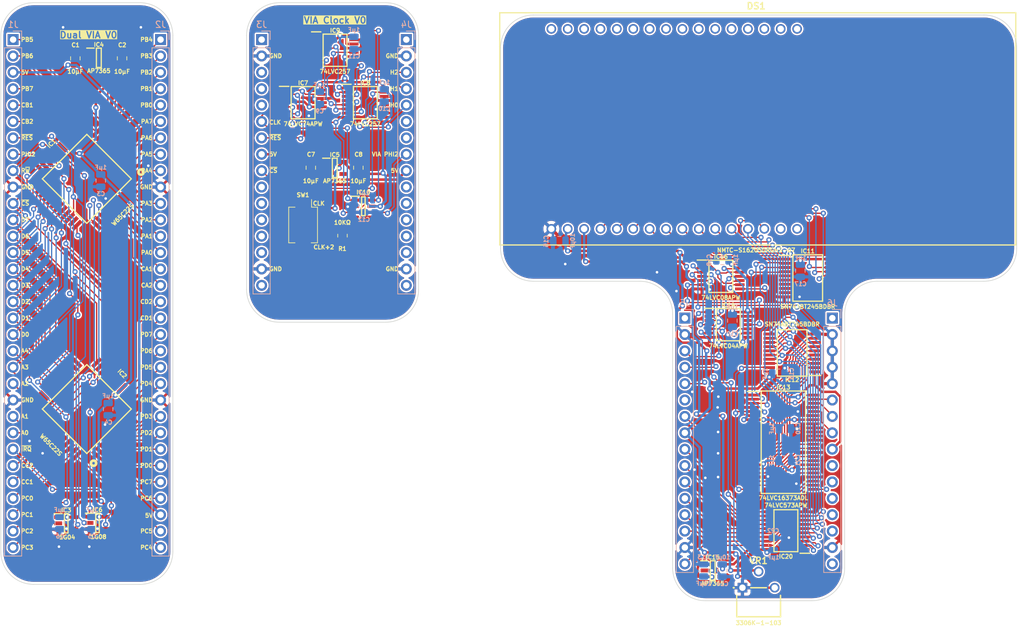
<source format=kicad_pcb>
(kicad_pcb (version 20221018) (generator pcbnew)
  (layers (0 "F.Cu" signal) (31 "B.Cu" signal) (34 "B.Paste" user) (36 "B.SilkS" user "B.Silkscreen") (37 "F.SilkS" user "F.Silkscreen") (38 "B.Mask" user) (39 "F.Mask" user) (44 "Edge.Cuts" user))
  (net 0 "")
  (net 11 "/W65C22 Breakout Board/GND")
  (net 12 "/W65C22 Breakout Board/5V")
  (net 13 "/W65C22 Breakout Board/3.3V")
  (net 14 "/W65C22 Breakout Board/PA5")
  (net 15 "/W65C22 Breakout Board/PA6")
  (net 16 "/W65C22 Breakout Board/PA7")
  (net 17 "/W65C22 Breakout Board/PB0")
  (net 18 "/W65C22 Breakout Board/PB1")
  (net 19 "/W65C22 Breakout Board/PB2")
  (net 20 "/W65C22 Breakout Board/PB3")
  (net 21 "/W65C22 Breakout Board/PB4")
  (net 22 "/W65C22 Breakout Board/PB5")
  (net 23 "/W65C22 Breakout Board/PB6")
  (net 24 "/W65C22 Breakout Board/PB7")
  (net 25 "/W65C22 Breakout Board/CB1")
  (net 26 "/W65C22 Breakout Board/CB2")
  (net 27 "/W65C22 Breakout Board/~{IRQ}_{AB}")
  (net 28 "/W65C22 Breakout Board/R~{W}")
  (net 29 "/W65C22 Breakout Board/~{CS}")
  (net 30 "/W65C22 Breakout Board/~{A4}")
  (net 31 "/W65C22 Breakout Board/PHI2")
  (net 32 "/W65C22 Breakout Board/D7")
  (net 33 "/W65C22 Breakout Board/D6")
  (net 34 "/W65C22 Breakout Board/D5")
  (net 35 "/W65C22 Breakout Board/D4")
  (net 36 "/W65C22 Breakout Board/D3")
  (net 37 "/W65C22 Breakout Board/D2")
  (net 38 "/W65C22 Breakout Board/D1")
  (net 39 "/W65C22 Breakout Board/D0")
  (net 40 "/W65C22 Breakout Board/~{Reset}")
  (net 41 "/W65C22 Breakout Board/A3")
  (net 42 "/W65C22 Breakout Board/A2")
  (net 43 "/W65C22 Breakout Board/A1")
  (net 44 "/W65C22 Breakout Board/A0")
  (net 45 "/W65C22 Breakout Board/CA2")
  (net 46 "/W65C22 Breakout Board/CA1")
  (net 47 "/W65C22 Breakout Board/PA0")
  (net 48 "/W65C22 Breakout Board/PA1")
  (net 49 "/W65C22 Breakout Board/PA2")
  (net 50 "/W65C22 Breakout Board/PA3")
  (net 51 "/W65C22 Breakout Board/PA4")
  (net 52 "/W65C22 Breakout Board/PC5")
  (net 53 "/W65C22 Breakout Board/PC6")
  (net 54 "/W65C22 Breakout Board/PC7")
  (net 55 "/W65C22 Breakout Board/PD0")
  (net 56 "/W65C22 Breakout Board/PD1")
  (net 57 "/W65C22 Breakout Board/PD2")
  (net 58 "/W65C22 Breakout Board/PD3")
  (net 59 "/W65C22 Breakout Board/PD4")
  (net 60 "/W65C22 Breakout Board/PD5")
  (net 61 "/W65C22 Breakout Board/PD6")
  (net 62 "/W65C22 Breakout Board/PD7")
  (net 63 "/W65C22 Breakout Board/CD1")
  (net 64 "/W65C22 Breakout Board/CD2")
  (net 65 "/W65C22 Breakout Board/~{IRQ}_{CD}")
  (net 66 "/W65C22 Breakout Board/A4")
  (net 67 "/W65C22 Breakout Board/CC2")
  (net 68 "/W65C22 Breakout Board/CC1")
  (net 69 "/W65C22 Breakout Board/PC0")
  (net 70 "/W65C22 Breakout Board/PC1")
  (net 71 "/W65C22 Breakout Board/PC2")
  (net 72 "/W65C22 Breakout Board/PC3")
  (net 73 "/W65C22 Breakout Board/PC4")
  (net 74 "/W65C22 Breakout Board/~{IRQ}")
  (net 75 "/Clock Control Board/5V")
  (net 76 "/Clock Control Board/GND")
  (net 77 "/Clock Control Board/3.3V")
  (net 83 "/Clock Control Board/~{Reset}")
  (net 84 "/Clock Control Board/1~{Q}")
  (net 96 "/Clock Control Board/CH0_{OUT}")
  (net 103 "/Clock Control Board/CH1_{OUT}")
  (net 104 "/Clock Control Board/CH2_{OUT}")
  (net 106 "/Clock Control Board/~{CS}")
  (net 107 "Net-(IC8-1I0)")
  (net 108 "Net-(IC8-1I1)")
  (net 109 "Net-(IC8-2I0)")
  (net 110 "Net-(IC8-2I1)")
  (net 113 "/Clock Control Board/CLK")
  (net 114 "/Clock Control Board/CLK÷2")
  (net 115 "/Clock Control Board/Select CLK÷2")
  (net 116 "/Clock Control Board/VIA PHI2 _{OUT}")
  (net 117 "/LCD Display/5V")
  (net 118 "/LCD Display/GND")
  (net 119 "/LCD Display/3.3V")
  (net 120 "/LCD Display/V_{0}")
  (net 139 "/LCD Display/RS_{Latch}")
  (net 140 "/LCD Display/R~{W}_{Latch}")
  (net 141 "/LCD Display/E_{Latch}")
  (net 147 "/LCD Display/D0_{Latch}")
  (net 148 "/LCD Display/D1_{Latch}")
  (net 149 "/LCD Display/D2_{Latch}")
  (net 150 "/LCD Display/D3_{Latch}")
  (net 151 "/LCD Display/D4_{Latch}")
  (net 152 "/LCD Display/D5_{Latch}")
  (net 153 "/LCD Display/D6_{Latch}")
  (net 154 "/LCD Display/D7_{Latch}")
  (net 160 "/LCD Display/WD·CS")
  (net 161 "/LCD Display/D7")
  (net 162 "/LCD Display/D6")
  (net 163 "/LCD Display/D5")
  (net 164 "/LCD Display/D4")
  (net 165 "/LCD Display/D3")
  (net 166 "/LCD Display/D2")
  (net 167 "/LCD Display/D1")
  (net 168 "/LCD Display/D0")
  (net 169 "/LCD Display/A2")
  (net 170 "/LCD Display/A1")
  (net 171 "/LCD Display/A0")
  (net 172 "/LCD Display/(RD+WD)·CS")
  (net 173 "/LCD Display/~{CS}")
  (net 174 "/LCD Display/CS")
  (net 175 "/LCD Display/~{WD}")
  (net 176 "/LCD Display/WD")
  (net 177 "/LCD Display/RD·CS")
  (net 178 "/LCD Display/~{RD}+~{CS}")
  (net 181 "/LCD Display/~{RD}")
  (net 182 "/LCD Display/~{RD}·~{WD}")
  (net 183 "/LCD Display/RD+WD")
  (net 184 "/LCD Display/RD")
  (net 188 "/LCD Display/DB0")
  (net 189 "/LCD Display/DB1")
  (net 190 "/LCD Display/DB2")
  (net 191 "/LCD Display/DB3")
  (net 192 "/LCD Display/DB4")
  (net 193 "/LCD Display/DB5")
  (net 194 "/LCD Display/DB6")
  (net 195 "/LCD Display/DB7")
  (net 202 "/LCD Display/RS")
  (net 203 "/LCD Display/R~{W}")
  (net 204 "/LCD Display/E")
  (footprint "SamacSys_Parts:SOP65P640X110-14N" (layer "F.Cu") (at 152.908 92.583)
    (fp_text reference "IC16")
    (fp_text value "74LVC08APW,112" hide)
  )
  (footprint "SamacSys_Parts:SOP65P640X110-14N" (layer "F.Cu") (at 88.138 65.659)
    (fp_text reference "IC7")
    (fp_text value "74LVC74APW,118" hide)
  )
  (footprint "SamacSys_Parts:QFP80P1320X1320X270-44N" (layer "F.Cu") (at 54.61 113.157 135)
    (fp_text reference "IC2")
    (fp_text value "W65C22S6TQG-14" hide)
  )
  (footprint "SamacSys_Parts:R_0805" (layer "F.Cu") (at 94.234 86.275 180)
    (fp_text reference "R1")
    (fp_text value "10KΩ")
  )
  (footprint "SamacSys_Parts:SOT95P275X110-5N" (layer "F.Cu") (at 51.415 130.871)
    (fp_text reference "IC3")
    (fp_text value "74LVC1G04GV,125" hide)
  )
  (footprint "SamacSys_Parts:SOT95P275X110-6N" (layer "F.Cu") (at 97.48 81.721)
    (fp_text reference "IC10")
    (fp_text value "74LVC1G157GV-Q100H" hide)
  )
  (footprint "SamacSys_Parts:SOP65P780X200-20N" (layer "F.Cu") (at 166.37 92.837)
    (fp_text reference "IC11")
    (fp_text value "SN74ABT245BDBR")
  )
  (footprint "SamacSys_Parts:C_0805" (layer "F.Cu") (at 89.34 75.763)
    (fp_text reference "C7")
    (fp_text value "10μF")
  )
  (footprint "SamacSys_Parts:C_0805" (layer "F.Cu") (at 96.706 75.763)
    (fp_text reference "C8")
    (fp_text value "10μF")
  )
  (footprint "SamacSys_Parts:NMTCS16205DRGHS07_1" (layer "F.Cu") (at 126.623 85.223)
    (fp_text reference "DS1")
    (fp_text value "NMTC-S16205DRGHS-07")
  )
  (footprint "SamacSys_Parts:SOT95P275X110-5N" (layer "F.Cu") (at 56.261 130.81)
    (fp_text reference "IC6")
    (fp_text value "74LVC1G08GV,125" hide)
  )
  (footprint "SamacSys_Parts:SOP65P640X110-14N" (layer "F.Cu") (at 154.051 100.076)
    (fp_text reference "IC14")
    (fp_text value "74LVC04APW,118" hide)
  )
  (footprint "SamacSys_Parts:SOT95P285X130-5N" (layer "F.Cu") (at 56.47 58.704)
    (fp_text reference "IC4")
    (fp_text value "AP7365-33WG-7" hide)
  )
  (footprint "SamacSys_Parts:SOP65P780X200-20N" (layer "F.Cu") (at 163.957 104.457999 180)
    (fp_text reference "IC12")
    (fp_text value "SN74ABT245BDBR")
  )
  (footprint "SamacSys_Parts:QFP80P1320X1320X270-44N" (layer "F.Cu") (at 54.61 77.47 -135)
    (fp_text reference "IC1")
    (fp_text value "W65C22S6TQG-14" hide)
  )
  (footprint "SamacSys_Parts:SOP65P640X110-20N" (layer "F.Cu") (at 162.983501 132.016999 180)
    (fp_text reference "IC20")
    (fp_text value "74LVC573APW,118" hide)
  )
  (footprint "SamacSys_Parts:3306K1103" (layer "F.Cu") (at 156.25 140.853)
    (fp_text reference "VR1")
    (fp_text value "3306K-1-103")
  )
  (footprint "SamacSys_Parts:SOT95P285X130-5N" (layer "F.Cu") (at 93.045 75.768)
    (fp_text reference "IC5")
    (fp_text value "AP7365-33WG-7" hide)
  )
  (footprint "SamacSys_Parts:SOP65P640X110-16N" (layer "F.Cu") (at 93.091 57.531)
    (fp_text reference "IC9")
    (fp_text value "74LVC257APW,118" hide)
  )
  (footprint "SamacSys_Parts:C_0805" (layer "F.Cu") (at 52.832 58.801)
    (fp_text reference "C1")
    (fp_text value "10μF")
  )
  (footprint "SamacSys_Parts:SOP65P640X110-16N" (layer "F.Cu") (at 97.79 65.659)
    (fp_text reference "IC8")
    (fp_text value "74LVC257APW,118" hide)
  )
  (footprint "Button_Switch_SMD:SW_DIP_SPSTx02_Slide_KingTek_DSHP02TJ_W5.25mm_P1.27mm_JPin" (layer "F.Cu") (at 88.138 84.624 -90)
    (fp_text reference "SW1")
    (fp_text value "SW_DIP_x02")
  )
  (footprint "SamacSys_Parts:C_0805" (layer "F.Cu") (at 60.071 58.801)
    (fp_text reference "C2")
    (fp_text value "10μF")
  )
  (footprint "SamacSys_Parts:SOP64P1025X280-48N" (layer "F.Cu") (at 162.602501 118.300999)
    (fp_text reference "IC13")
    (fp_text value "74LVC16373ADL,118" hide)
  )
  (footprint "SamacSys_Parts:SOT95P285X130-5N" (layer "F.Cu") (at 151.638 138.176)
    (fp_text reference "IC15")
    (fp_text value "AP7365-33WG-7" hide)
  )
  (footprint "SamacSys_Parts:C_0805" (layer "B.Cu") (at 154.686 99.441)
    (fp_text reference "C19")
    (fp_text value "1μF")
  )
  (footprint "SamacSys_Parts:C_0805" (layer "B.Cu") (at 50.419 130.81)
    (fp_text reference "C6")
    (fp_text value "1μF")
  )
  (footprint "SamacSys_Parts:C_0805" (layer "B.Cu") (at 165.227 91.694)
    (fp_text reference "C17")
    (fp_text value "1μF")
  )
  (footprint "Connector_PinHeader_2.54mm:PinHeader_1x16_P2.54mm_Vertical" (layer "B.Cu") (at 170.18 99.06 180)
    (fp_text reference "J6")
    (fp_text value "Conn_01x32_Pin")
  )
  (footprint "SamacSys_Parts:C_0805" (layer "B.Cu") (at 161.798 107.696 90)
    (fp_text reference "C16")
    (fp_text value "1μF")
  )
  (footprint "SamacSys_Parts:C_0805" (layer "B.Cu") (at 55.372 130.81)
    (fp_text reference "C5")
    (fp_text value "1μF")
  )
  (footprint "SamacSys_Parts:C_0805" (layer "B.Cu") (at 127.889 87.122 -90)
    (fp_text reference "C15")
    (fp_text value "10μF")
  )
  (footprint "SamacSys_Parts:C_0805" (layer "B.Cu") (at 100.711 64.516)
    (fp_text reference "C10")
    (fp_text value "1μF")
  )
  (footprint "SamacSys_Parts:C_0805" (layer "B.Cu") (at 161.036 134.112 180)
    (fp_text reference "C22")
    (fp_text value "1μF")
  )
  (footprint "Connector_PinHeader_2.54mm:PinHeader_1x32_P2.54mm_Vertical" (layer "B.Cu") (at 43.18 55.88 180)
    (fp_text reference "J1")
    (fp_text value "Conn_01x32_Pin")
  )
  (footprint "Connector_PinHeader_2.54mm:PinHeader_1x32_P2.54mm_Vertical" (layer "B.Cu") (at 66.04 55.88 180)
    (fp_text reference "J2")
    (fp_text value "Conn_01x32_Pin")
  )
  (footprint "Connector_PinHeader_2.54mm:PinHeader_1x16_P2.54mm_Vertical" (layer "B.Cu") (at 81.71 55.88 180)
    (fp_text reference "J3")
    (fp_text value "Conn_01x32_Pin")
  )
  (footprint "Connector_PinHeader_2.54mm:PinHeader_1x16_P2.54mm_Vertical" (layer "B.Cu") (at 104.14 55.88 180)
    (fp_text reference "J4")
    (fp_text value "Conn_01x32_Pin")
  )
  (footprint "SamacSys_Parts:C_0805" (layer "B.Cu") (at 162.814 116.205 90)
    (fp_text reference "C20")
    (fp_text value "1μF")
  )
  (footprint "SamacSys_Parts:C_0805" (layer "B.Cu") (at 153.162 90.043 -90)
    (fp_text reference "C18")
    (fp_text value "1μF")
  )
  (footprint "Connector_PinHeader_2.54mm:PinHeader_1x16_P2.54mm_Vertical" (layer "B.Cu") (at 147.32 99.06 180)
    (fp_text reference "J5")
    (fp_text value "Conn_01x32_Pin")
  )
  (footprint "SamacSys_Parts:C_0805" (layer "B.Cu") (at 96.012 56.388)
    (fp_text reference "C11")
    (fp_text value "1μF")
  )
  (footprint "SamacSys_Parts:C_0805" (layer "B.Cu") (at 57.912 113.157)
    (fp_text reference "C4")
    (fp_text value "1μF")
  )
  (footprint "SamacSys_Parts:C_0805" (layer "B.Cu") (at 162.814 121.158 90)
    (fp_text reference "C21")
    (fp_text value "1μF")
  )
  (footprint "SamacSys_Parts:C_0805" (layer "B.Cu") (at 90.678 64.897)
    (fp_text reference "C9")
    (fp_text value "1μF")
  )
  (footprint "SamacSys_Parts:C_0805" (layer "B.Cu") (at 97.536 81.703)
    (fp_text reference "C12")
    (fp_text value "1μF")
  )
  (footprint "SamacSys_Parts:C_0805" (layer "B.Cu") (at 150.241 138.176 180)
    (fp_text reference "C13")
    (fp_text value "10μF")
  )
  (footprint "SamacSys_Parts:C_0805" (layer "B.Cu") (at 56.769 77.724)
    (fp_text reference "C3")
    (fp_text value "1μF")
  )
  (footprint "SamacSys_Parts:C_0805" (layer "B.Cu") (at 153.124 138.176)
    (fp_text reference "C14")
    (fp_text value "10μF")
  )
  (gr_arc (start 172.096971 137.794599) (mid 170.609073 141.386701) (end 167.016971 142.874599) (stroke (width 0.1)) (layer "Edge.Cuts"))
  (gr_line (start 67.945 135.255) (end 67.945 55.245) (stroke (width 0.1)) (layer "Edge.Cuts"))
  (gr_arc (start 118.756971 57.149599) (mid 120.244869 53.557497) (end 123.836971 52.069599) (stroke (width 0.1)) (layer "Edge.Cuts"))
  (gr_arc (start 193.686971 52.069599) (mid 197.279073 53.557497) (end 198.766971 57.149599) (stroke (width 0.1)) (layer "Edge.Cuts"))
  (gr_line (start 123.836971 93.344599) (end 140.346971 93.344599) (stroke (width 0.1)) (layer "Edge.Cuts"))
  (gr_arc (start 79.375 55.245) (mid 80.862898 51.652898) (end 84.455 50.165) (stroke (width 0.1)) (layer "Edge.Cuts"))
  (gr_line (start 177.176971 93.344599) (end 193.686971 93.344599) (stroke (width 0.1)) (layer "Edge.Cuts"))
  (gr_line (start 41.275 55.245) (end 41.275 135.255) (stroke (width 0.1)) (layer "Edge.Cuts"))
  (gr_line (start 100.965 99.695) (end 84.455 99.695) (stroke (width 0.1)) (layer "Edge.Cuts"))
  (gr_arc (start 140.346971 93.344599) (mid 143.939073 94.832497) (end 145.426971 98.424599) (stroke (width 0.1)) (layer "Edge.Cuts"))
  (gr_arc (start 41.275 55.245) (mid 42.762898 51.652898) (end 46.355 50.165) (stroke (width 0.1)) (layer "Edge.Cuts"))
  (gr_arc (start 150.506971 142.874599) (mid 146.914869 141.386701) (end 145.426971 137.794599) (stroke (width 0.1)) (layer "Edge.Cuts"))
  (gr_line (start 79.375 55.245) (end 79.375 94.615) (stroke (width 0.1)) (layer "Edge.Cuts"))
  (gr_arc (start 100.965 50.165) (mid 104.557102 51.652898) (end 106.045 55.245) (stroke (width 0.1)) (layer "Edge.Cuts"))
  (gr_arc (start 172.096971 98.424599) (mid 173.584869 94.832497) (end 177.176971 93.344599) (stroke (width 0.1)) (layer "Edge.Cuts"))
  (gr_arc (start 123.836971 93.344599) (mid 120.244869 91.856701) (end 118.756971 88.264599) (stroke (width 0.1)) (layer "Edge.Cuts"))
  (gr_line (start 167.016971 142.874599) (end 150.506971 142.874599) (stroke (width 0.1)) (layer "Edge.Cuts"))
  (gr_arc (start 62.865 50.165) (mid 66.457102 51.652898) (end 67.945 55.245) (stroke (width 0.1)) (layer "Edge.Cuts"))
  (gr_arc (start 46.355 140.335) (mid 42.762898 138.847102) (end 41.275 135.255) (stroke (width 0.1)) (layer "Edge.Cuts"))
  (gr_line (start 106.045 94.615) (end 106.045 55.245) (stroke (width 0.1)) (layer "Edge.Cuts"))
  (gr_line (start 172.096971 137.794599) (end 172.096971 98.424599) (stroke (width 0.1)) (layer "Edge.Cuts"))
  (gr_arc (start 198.766971 88.264599) (mid 197.279073 91.856701) (end 193.686971 93.344599) (stroke (width 0.1)) (layer "Edge.Cuts"))
  (gr_arc (start 106.045 94.615) (mid 104.557102 98.207102) (end 100.965 99.695) (stroke (width 0.1)) (layer "Edge.Cuts"))
  (gr_arc (start 84.455 99.695) (mid 80.862898 98.207102) (end 79.375 94.615) (stroke (width 0.1)) (layer "Edge.Cuts"))
  (gr_arc (start 67.945 135.255) (mid 66.457102 138.847102) (end 62.865 140.335) (stroke (width 0.1)) (layer "Edge.Cuts"))
  (gr_line (start 198.766971 57.149599) (end 198.766971 88.264599) (stroke (width 0.1)) (layer "Edge.Cuts"))
  (gr_line (start 145.426971 98.424599) (end 145.426971 137.794599) (stroke (width 0.1)) (layer "Edge.Cuts"))
  (gr_line (start 118.756971 57.149599) (end 118.756971 88.264599) (stroke (width 0.1)) (layer "Edge.Cuts"))
  (gr_line (start 62.865 140.335) (end 46.355 140.335) (stroke (width 0.1)) (layer "Edge.Cuts"))
  (gr_line (start 123.836971 52.069599) (end 193.686971 52.069599) (stroke (width 0.1)) (layer "Edge.Cuts"))
  (gr_line (start 84.455 50.165) (end 100.965 50.165) (stroke (width 0.1)) (layer "Edge.Cuts"))
  (gr_line (start 46.355 50.165) (end 62.865 50.165) (stroke (width 0.1)) (layer "Edge.Cuts"))
  (gr_text "PD6" (at 64.897 104.14) (layer "F.SilkS") (effects (font (size 0.635 0.635) (thickness 0.15) bold) (justify right)))
  (gr_text "H0" (at 102.997 66.04) (layer "F.SilkS") (effects (font (size 0.635 0.635) (thickness 0.15) bold) (justify right)))
  (gr_text "PC1" (at 44.323 129.54) (layer "F.SilkS") (effects (font (size 0.635 0.635) (thickness 0.15) bold) (justify left)))
  (gr_text "CD1" (at 64.897 99.06) (layer "F.SilkS") (effects (font (size 0.635 0.635) (thickness 0.15) bold) (justify right)))
  (gr_text "CB2" (at 44.323 68.58) (layer "F.SilkS") (effects (font (size 0.635 0.635) (thickness 0.15) bold) (justify left)))
  (gr_text "D4" (at 44.323 91.44) (layer "F.SilkS") (effects (font (size 0.635 0.635) (thickness 0.15) bold) (justify left)))
  (gr_text "~{RES}" (at 82.804 71.12) (layer "F.SilkS") (effects (font (size 0.635 0.635) (thickness 0.15) bold) (justify left)))
  (gr_text "CB1" (at 44.323 66.04) (layer "F.SilkS") (effects (font (size 0.635 0.635) (thickness 0.15) bold) (justify left)))
  (gr_text "CC1" (at 44.323 124.46) (layer "F.SilkS") (effects (font (size 0.635 0.635) (thickness 0.15) bold) (justify left)))
  (gr_text "Dual VIA V0" (at 54.864 55.753) (layer "F.SilkS" knockout) (effects (font (size 1 1) (thickness 0.2) bold) (justify bottom)))
  (gr_text "CLK" (at 82.804 68.707) (layer "F.SilkS") (effects (font (size 0.635 0.635) (thickness 0.15) bold) (justify left)))
  (gr_text "PA6" (at 64.897 71.12) (layer "F.SilkS") (effects (font (size 0.635 0.635) (thickness 0.15) bold) (justify right)))
  (gr_text "PD1" (at 64.897 119.38) (layer "F.SilkS") (effects (font (size 0.635 0.635) (thickness 0.15) bold) (justify right)))
  (gr_text "D7" (at 44.323 83.82) (layer "F.SilkS") (effects (font (size 0.635 0.635) (thickness 0.15) bold) (justify left)))
  (gr_text "GND" (at 82.804 91.44) (layer "F.SilkS") (effects (font (size 0.635 0.635) (thickness 0.15) bold) (justify left)))
  (gr_text "VIA PHI2" (at 102.997 73.66) (layer "F.SilkS") (effects (font (size 0.635 0.635) (thickness 0.15) bold) (justify right)))
  (gr_text "PC0" (at 44.323 127) (layer "F.SilkS") (effects (font (size 0.635 0.635) (thickness 0.15) bold) (justify left)))
  (gr_text "R~{W}" (at 44.323 76.2) (layer "F.SilkS") (effects (font (size 0.635 0.635) (thickness 0.15) bold) (justify left)))
  (gr_text "PD7" (at 64.897 101.6) (layer "F.SilkS") (effects (font (size 0.635 0.635) (thickness 0.15) bold) (justify right)))
  (gr_text "GND" (at 44.323 78.74) (layer "F.SilkS") (effects (font (size 0.635 0.635) (thickness 0.15) bold) (justify left)))
  (gr_text "PB3" (at 64.897 58.42) (layer "F.SilkS") (effects (font (size 0.635 0.635) (thickness 0.15) bold) (justify right)))
  (gr_text "A0" (at 44.323 116.84) (layer "F.SilkS") (effects (font (size 0.635 0.635) (thickness 0.15) bold) (justify left)))
  (gr_text "PA0" (at 64.897 88.9) (layer "F.SilkS") (effects (font (size 0.635 0.635) (thickness 0.15) bold) (justify right)))
  (gr_text "PD3" (at 64.897 114.3) (layer "F.SilkS") (effects (font (size 0.635 0.635) (thickness 0.15) bold) (justify right)))
  (gr_text "~{CS}" (at 44.323 81.28) (layer "F.SilkS") (effects (font (size 0.635 0.635) (thickness 0.15) bold) (justify left)))
  (gr_text "A2" (at 44.323 109.22) (layer "F.SilkS") (effects (font (size 0.635 0.635) (thickness 0.15) bold) (justify left)))
  (gr_text "5V" (at 82.804 73.66) (layer "F.SilkS") (effects (font (size 0.635 0.635) (thickness 0.15) bold) (justify left)))
  (gr_text "A1" (at 44.323 114.3) (layer "F.SilkS") (effects (font (size 0.635 0.635) (thickness 0.15) bold) (justify left)))
  (gr_text "A4" (at 44.323 104.14) (layer "F.SilkS") (effects (font (size 0.635 0.635) (thickness 0.15) bold) (justify left)))
  (gr_text "VIA Clock V0" (at 93.091 53.467) (layer "F.SilkS" knockout) (effects (font (size 1 1) (thickness 0.2) bold) (justify bottom)))
  (gr_text "D5" (at 44.323 88.9) (layer "F.SilkS") (effects (font (size 0.635 0.635) (thickness 0.15) bold) (justify left)))
  (gr_text "PA2" (at 64.897 83.82) (layer "F.SilkS") (effects (font (size 0.635 0.635) (thickness 0.15) bold) (justify right)))
  (gr_text "GND" (at 64.897 111.76) (layer "F.SilkS") (effects (font (size 0.635 0.635) (thickness 0.15) bold) (justify right)))
  (gr_text "CLK" (at 89.58 81.649) (layer "F.SilkS") (effects (font (size 0.635 0.635) (thickness 0.15) bold) (justify left bottom)))
  (gr_text "CA2" (at 64.897 93.98) (layer "F.SilkS") (effects (font (size 0.635 0.635) (thickness 0.15) bold) (justify right)))
  (gr_text "CC2" (at 44.323 121.92) (layer "F.SilkS") (effects (font (size 0.635 0.635) (thickness 0.15) bold) (justify left)))
  (gr_text "PA3" (at 64.897 81.28) (layer "F.SilkS") (effects (font (size 0.635 0.635) (thickness 0.15) bold) (justify right)))
  (gr_text "GND" (at 44.323 111.76) (layer "F.SilkS") (effects (font (size 0.635 0.635) (thickness 0.15) bold) (justify left)))
  (gr_text "H1" (at 102.997 63.5) (layer "F.SilkS") (effects (font (size 0.635 0.635) (thickness 0.15) bold) (justify right)))
  (gr_text "5V" (at 64.897 129.667) (layer "F.SilkS") (effects (font (size 0.635 0.635) (thickness 0.15) bold) (justify right)))
  (gr_text "PB0" (at 64.897 66.04) (layer "F.SilkS") (effects (font (size 0.635 0.635) (thickness 0.15) bold) (justify right)))
  (gr_text "H2" (at 102.997 60.96) (layer "F.SilkS") (effects (font (size 0.635 0.635) (thickness 0.15) bold) (justify right)))
  (gr_text "PC4" (at 64.897 134.62) (layer "F.SilkS") (effects (font (size 0.635 0.635) (thickness 0.15) bold) (justify right)))
  (gr_text "PB5" (at 44.323 55.88) (layer "F.SilkS") (effects (font (size 0.635 0.635) (thickness 0.15) bold) (justify left)))
  (gr_text "GND" (at 64.897 78.74) (layer "F.SilkS") (effects (font (size 0.635 0.635) (thickness 0.15) bold) (justify right)))
  (gr_text "PD0" (at 64.897 121.92) (layer "F.SilkS") (effects (font (size 0.635 0.635) (thickness 0.15) bold) (justify right)))
  (gr_text "PB1" (at 64.897 63.5) (layer "F.SilkS") (effects (font (size 0.635 0.635) (thickness 0.15) bold) (justify right)))
  (gr_text "D6" (at 44.323 86.36) (layer "F.SilkS") (effects (font (size 0.635 0.635) (thickness 0.15) bold) (justify left)))
  (gr_text "PC2" (at 44.323 132.08) (layer "F.SilkS") (effects (font (size 0.635 0.635) (thickness 0.15) bold) (justify left)))
  (gr_text "PC6" (at 64.897 127) (layer "F.SilkS") (effects (font (size 0.635 0.635) (thickness 0.15) bold) (justify right)))
  (gr_text "GND" (at 102.997 91.44) (layer "F.SilkS") (effects (font (size 0.635 0.635) (thickness 0.15) bold) (justify right)))
  (gr_text "~{RES}" (at 44.323 71.12) (layer "F.SilkS") (effects (font (size 0.635 0.635) (thickness 0.15) bold) (justify left)))
  (gr_text "GND" (at 102.997 58.42) (layer "F.SilkS") (effects (font (size 0.635 0.635) (thickness 0.15) bold) (justify right)))
  (gr_text "PB7" (at 44.323 63.5) (layer "F.SilkS") (effects (font (size 0.635 0.635) (thickness 0.15) bold) (justify left)))
  (gr_text "~{IRQ}" (at 44.323 119.38) (layer "F.SilkS") (effects (font (size 0.635 0.635) (thickness 0.15) bold) (justify left)))
  (gr_text "A3" (at 44.323 106.68) (layer "F.SilkS") (effects (font (size 0.635 0.635) (thickness 0.15) bold) (justify left)))
  (gr_text "CA1" (at 64.897 91.44) (layer "F.SilkS") (effects (font (size 0.635 0.635) (thickness 0.15) bold) (justify right)))
  (gr_text "GND" (at 82.804 58.42) (layer "F.SilkS") (effects (font (size 0.635 0.635) (thickness 0.15) bold) (justify left)))
  (gr_text "PA4" (at 64.897 76.2) (layer "F.SilkS") (effects (font (size 0.635 0.635) (thickness 0.15) bold) (justify right)))
  (gr_text "PB6" (at 44.323 58.42) (layer "F.SilkS") (effects (font (size 0.635 0.635) (thickness 0.15) bold) (justify left)))
  (gr_text "PD2" (at 64.897 116.84) (layer "F.SilkS") (effects (font (size 0.635 0.635) (thickness 0.15) bold) (justify right)))
  (gr_text "PA1" (at 64.897 86.36) (layer "F.SilkS") (effects (font (size 0.635 0.635) (thickness 0.15) bold) (justify right)))
  (gr_text "D2" (at 44.323 96.52) (layer "F.SilkS") (effects (font (size 0.635 0.635) (thickness 0.15) bold) (justify left)))
  (gr_text "D1" (at 44.323 99.06) (layer "F.SilkS") (effects (font (size 0.635 0.635) (thickness 0.15) bold) (justify left)))
  (gr_text "PD5" (at 64.897 106.68) (layer "F.SilkS") (effects (font (size 0.635 0.635) (thickness 0.15) bold) (justify right)))
  (gr_text "PB4" (at 64.897 55.88) (layer "F.SilkS") (effects (font (size 0.635 0.635) (thickness 0.15) bold) (justify right)))
  (gr_text "D0" (at 44.323 101.6) (layer "F.SilkS") (effects (font (size 0.635 0.635) (thickness 0.15) bold) (justify left)))
  (gr_text "~{CS}" (at 82.804 76.2) (layer "F.SilkS") (effects (font (size 0.635 0.635) (thickness 0.15) bold) (justify left)))
  (gr_text "CD2" (at 64.897 96.52) (layer "F.SilkS") (effects (font (size 0.635 0.635) (thickness 0.15) bold) (justify right)))
  (gr_text "PC7" (at 64.897 124.46) (layer "F.SilkS") (effects (font (size 0.635 0.635) (thickness 0.15) bold) (justify right)))
  (gr_text "PA5" (at 64.897 73.66) (layer "F.SilkS") (effects (font (size 0.635 0.635) (thickness 0.15) bold) (justify right)))
  (gr_text "PD4" (at 64.897 109.22) (layer "F.SilkS") (effects (font (size 0.635 0.635) (thickness 0.15) bold) (justify right)))
  (gr_text "5V" (at 44.323 60.96) (layer "F.SilkS") (effects (font (size 0.635 0.635) (thickness 0.15) bold) (justify left)))
  (gr_text "PA7" (at 64.897 68.58) (layer "F.SilkS") (effects (font (size 0.635 0.635) (thickness 0.15) bold) (justify right)))
  (gr_text "PHI2" (at 44.323 73.66) (layer "F.SilkS") (effects (font (size 0.635 0.635) (thickness 0.15) bold) (justify left)))
  (gr_text "CLK÷2" (at 89.662 88.434) (layer "F.SilkS") (effects (font (size 0.635 0.635) (thickness 0.15) bold) (justify left bottom)))
  (gr_text "D3" (at 44.323 93.98) (layer "F.SilkS") (effects (font (size 0.635 0.635) (thickness 0.15) bold) (justify left)))
  (gr_text "PC3" (at 44.323 134.62) (layer "F.SilkS") (effects (font (size 0.635 0.635) (thickness 0.15) bold) (justify left)))
  (gr_text "5V" (at 102.997 76.2) (layer "F.SilkS") (effects (font (size 0.635 0.635) (thickness 0.15) bold) (justify right)))
  (gr_text "PB2" (at 64.897 60.96) (layer "F.SilkS") (effects (font (size 0.635 0.635) (thickness 0.15) bold) (justify right)))
  (gr_text "PC5" (at 64.897 132.08) (layer "F.SilkS") (effects (font (size 0.635 0.635) (thickness 0.15) bold) (justify right)))
  (segment (start 61.418 57.835) (end 61.976 57.277) (width 0.38) (layer "F.Cu") (net 11))
  (segment (start 43.18 78.74) (end 41.906533 77.466533) (width 0.38) (layer "F.Cu") (net 11))
  (segment (start 66.04 78.74) (end 67.28 77.5) (width 0.38) (layer "F.Cu") (net 11))
  (segment (start 67.28 135.285) (end 67.28 113) (width 0.38) (layer "F.Cu") (net 11))
  (segment (start 50.927 57.277) (end 50.927 53.975) (width 0.38) (layer "F.Cu") (net 11))
  (segment (start 48.387 136.398) (end 50.292 134.493) (width 0.38) (layer "F.Cu") (net 11))
  (segment (start 43.18 78.74) (end 41.94 79.98) (width 0.38) (layer "F.Cu") (net 11))
  (segment (start 53.603 57.064) (end 59.3 57.064) (width 0.38) (layer "F.Cu") (net 11))
  (segment (start 62.992 56.261) (end 62.992 53.975) (width 0.38) (layer "F.Cu") (net 11))
  (segment (start 66.615 53.975) (end 62.992 53.975) (width 0.38) (layer "F.Cu") (net 11))
  (segment (start 61.849 77.47) (end 63.881 75.438) (width 0.38) (layer "F.Cu") (net 11))
  (segment (start 66.04 111.76) (end 67.28 110.52) (width 0.38) (layer "F.Cu") (net 11))
  (segment (start 41.94 110.52) (end 43.18 111.76) (width 0.38) (layer "F.Cu") (net 11))
  (segment (start 41.94 135.133625) (end 43.204375 136.398) (width 0.38) (layer "F.Cu") (net 11))
  (segment (start 41.94 118.806375) (end 41.94 135.133625) (width 0.38) (layer "F.Cu") (net 11))
  (segment (start 50.292 131.948) (end 50.165 131.821) (width 0.38) (layer "F.Cu") (net 11))
  (segment (start 59.3 57.064) (end 60.071 57.835) (width 0.38) (layer "F.Cu") (net 11))
  (segment (start 41.94 113) (end 41.94 117.413625) (width 0.38) (layer "F.Cu") (net 11))
  (segment (start 52.832 57.835) (end 51.485 57.835) (width 0.38) (layer "F.Cu") (net 11))
  (segment (start 41.906533 54.659351) (end 42.590884 53.975) (width 0.38) (layer "F.Cu") (net 11))
  (segment (start 56.261 131.699) (end 56.2 131.76) (width 0.38) (layer "F.Cu") (net 11))
  (segment (start 63.881 75.438) (end 64.135 75.438) (width 0.38) (layer "F.Cu") (net 11))
  (segment (start 53.701 58.704) (end 52.832 57.835) (width 0.38) (layer "F.Cu") (net 11))
  (segment (start 65.151 137.414) (end 67.28 135.285) (width 0.38) (layer "F.Cu") (net 11))
  (segment (start 67.28 79.98) (end 66.04 78.74) (width 0.38) (layer "F.Cu") (net 11))
  (segment (start 57.912 137.414) (end 65.151 137.414) (width 0.38) (layer "F.Cu") (net 11))
  (segment (start 41.94 117.413625) (end 42.636375 118.11) (width 0.38) (layer "F.Cu") (net 11))
  (segment (start 42.636375 118.11) (end 45.72 118.11) (width 0.38) (layer "F.Cu") (net 11))
  (segment (start 67.28 77.5) (end 67.28 54.64) (width 0.38) (layer "F.Cu") (net 11))
  (segment (start 56.2 131.76) (end 55.011 131.76) (width 0.38) (layer "F.Cu") (net 11))
  (segment (start 51.485 57.835) (end 50.927 57.277) (width 0.38) (layer "F.Cu") (net 11))
  (segment (start 60.579 77.47) (end 61.849 77.47) (width 0.38) (layer "F.Cu") (net 11))
  (segment (start 42.590884 53.975) (end 50.927 53.975) (width 0.38) (layer "F.Cu") (net 11))
  (segment (start 51.440498 131.699) (end 51.318498 131.821) (width 0.38) (layer "F.Cu") (net 11))
  (segment (start 41.906533 77.466533) (end 41.906533 54.659351) (width 0.38) (layer "F.Cu") (net 11))
  (segment (start 51.318498 131.821) (end 50.165 131.821) (width 0.38) (layer "F.Cu") (net 11))
  (segment (start 52.197 115.57) (end 57.432 115.57) (width 0.38) (layer "F.Cu") (net 11))
  (segment (start 55.17 58.704) (end 53.701 58.704) (width 0.38) (layer "F.Cu") (net 11))
  (segment (start 54.991 134.493) (end 57.912 137.414) (width 0.38) (layer "F.Cu") (net 11))
  (segment (start 50.261293 117.505707) (end 52.197 115.57) (width 0.38) (layer "F.Cu") (net 11))
  (segment (start 43.18 111.76) (end 41.94 113) (width 0.38) (layer "F.Cu") (net 11))
  (segment (start 60.071 57.835) (end 61.418 57.835) (width 0.38) (layer "F.Cu") (net 11))
  (segment (start 57.531 80.518) (end 60.579 77.47) (width 0.38) (layer "F.Cu") (net 11))
  (segment (start 54.991 134.493) (end 54.991 131.78) (width 0.38) (layer "F.Cu") (net 11))
  (segment (start 43.204375 136.398) (end 48.387 136.398) (width 0.38) (layer "F.Cu") (net 11))
  (segment (start 42.636375 118.11) (end 41.94 118.806375) (width 0.38) (layer "F.Cu") (net 11))
  (segment (start 67.28 54.64) (end 66.615 53.975) (width 0.38) (layer "F.Cu") (net 11))
  (segment (start 58.958707 81.818707) (end 60.452 83.312) (width 0.38) (layer "F.Cu") (net 11))
  (segment (start 50.292 134.493) (end 50.292 131.948) (width 0.38) (layer "F.Cu") (net 11))
  (segment (start 67.28 110.52) (end 67.28 79.98) (width 0.38) (layer "F.Cu") (net 11))
  (segment (start 47.752 120.015) (end 50.261293 117.505707) (width 0.38) (layer "F.Cu") (net 11))
  (segment (start 61.976 57.277) (end 62.992 56.261) (width 0.38) (layer "F.Cu") (net 11))
  (segment (start 52.832 57.835) (end 53.603 57.064) (width 0.38) (layer "F.Cu") (net 11))
  (segment (start 41.94 79.98) (end 41.94 110.52) (width 0.38) (layer "F.Cu") (net 11))
  (segment (start 67.28 113) (end 66.04 111.76) (width 0.38) (layer "F.Cu") (net 11))
  (via (at 57.531 80.518) (size 0.8) (drill 0.4) (layers "F.Cu" "B.Cu") (net 11))
  (via (at 51.440498 131.699) (size 0.8) (drill 0.4) (layers "F.Cu" "B.Cu") (net 11))
  (via (at 45.72 118.11) (size 0.8) (drill 0.4) (layers "F.Cu" "B.Cu") (net 11))
  (via (at 50.292 134.493) (size 0.8) (drill 0.4) (layers "F.Cu" "B.Cu") (net 11))
  (via (at 56.261 131.699) (size 0.8) (drill 0.4) (layers "F.Cu" "B.Cu") (net 11))
  (via (at 64.135 75.438) (size 0.8) (drill 0.4) (layers "F.Cu" "B.Cu") (net 11))
  (via (at 62.992 53.975) (size 0.8) (drill 0.4) (layers "F.Cu" "B.Cu") (net 11))
  (via (at 47.752 120.015) (size 0.8) (drill 0.4) (layers "F.Cu" "B.Cu") (net 11))
  (via (at 50.927 53.975) (size 0.8) (drill 0.4) (layers "F.Cu" "B.Cu") (net 11))
  (via (at 60.452 83.312) (size 0.8) (drill 0.4) (layers "F.Cu" "B.Cu") (net 11))
  (via (at 54.991 134.493) (size 0.8) (drill 0.4) (layers "F.Cu" "B.Cu") (net 11))
  (via (at 57.432 115.57) (size 0.8) (drill 0.4) (layers "F.Cu" "B.Cu") (net 11))
  (segment (start 56.769 78.69) (end 56.769 79.756) (width 0.38) (layer "B.Cu") (net 11))
  (segment (start 56.184 131.776) (end 56.261 131.699) (width 0.38) (layer "B.Cu") (net 11))
  (segment (start 50.292 134.493) (end 54.991 134.493) (width 0.38) (layer "B.Cu") (net 11))
  (segment (start 45.72 118.11) (end 45.847 118.11) (width 0.38) (layer "B.Cu") (net 11))
  (segment (start 45.593 136.525) (end 48.26 136.525) (width 0.38) (layer "B.Cu") (net 11))
  (segment (start 57.912 115.09) (end 57.432 115.57) (width 0.38) (layer "B.Cu") (net 11))
  (segment (start 45.847 118.11) (end 47.752 120.015) (width 0.38) (layer "B.Cu") (net 11))
  (segment (start 64.135 76.835) (end 66.04 78.74) (width 0.38) (layer "B.Cu") (net 11))
  (segment (start 43.307 136.525) (end 45.593 136.525) (width 0.38) (layer "B.Cu") (net 11))
  (segment (start 50.419 131.776) (end 51.363498 131.776) (width 0.38) (layer "B.Cu") (net 11))
  (segment (start 57.658 80.518) (end 57.531 80.518) (width 0.38) (layer "B.Cu") (net 11))
  (segment (start 56.769 79.756) (end 57.531 80.518) (width 0.38) (layer "B.Cu") (net 11))
  (segment (start 48.26 136.525) (end 50.292 134.493) (width 0.38) (layer "B.Cu") (net 11))
  (segment (start 64.135 75.438) (end 64.135 76.835) (width 0.38) (layer "B.Cu") (net 11))
  (segment (start 41.94 135.158) (end 43.307 136.525) (width 0.38) (layer "B.Cu") (net 11))
  (segment (start 43.18 111.76) (end 41.94 113) (width 0.38) (layer "B.Cu") (net 11))
  (segment (start 41.94 113) (end 41.94 135.158) (width 0.38) (layer "B.Cu") (net 11))
  (segment (start 51.363498 131.776) (end 51.440498 131.699) (width 0.38) (layer "B.Cu") (net 11))
  (segment (start 57.912 114.123) (end 57.912 115.09) (width 0.38) (layer "B.Cu") (net 11))
  (segment (start 60.452 83.312) (end 57.658 80.518) (width 0.38) (layer "B.Cu") (net 11))
  (segment (start 55.372 131.776) (end 56.184 131.776) (width 0.38) (layer "B.Cu") (net 11))
  (segment (start 55.17 59.654) (end 56.125 59.654) (width 0.38) (layer "F.Cu") (net 12))
  (segment (start 52.832 59.735) (end 55.089 59.735) (width 0.38) (layer "F.Cu") (net 12))
  (segment (start 56.135 57.764) (end 56.125 57.754) (width 0.38) (layer "F.Cu") (net 12))
  (segment (start 56.135 59.644) (end 56.135 57.764) (width 0.38) (layer "F.Cu") (net 12))
  (segment (start 56.125 57.754) (end 55.17 57.754) (width 0.38) (layer "F.Cu") (net 12))
  (segment (start 52.75 59.817) (end 51.68901 59.817) (width 0.38) (layer "F.Cu") (net 12))
  (segment (start 56.125 59.654) (end 56.135 59.644) (width 0.38) (layer "F.Cu") (net 12))
  (via (at 51.68901 59.817) (size 0.8) (drill 0.4) (layers "F.Cu" "B.Cu") (net 12))
  (segment (start 50.54601 60.96) (end 51.68901 59.817) (width 0.38) (layer "B.Cu") (net 12))
  (segment (start 52.959 59.817) (end 51.68901 59.817) (width 0.38) (layer "B.Cu") (net 12))
  (segment (start 66.04 129.54) (end 62.738 126.238) (width 0.38) (layer "B.Cu") (net 12))
  (segment (start 43.18 60.96) (end 50.54601 60.96) (width 0.38) (layer "B.Cu") (net 12))
  (segment (start 62.738 69.596) (end 52.959 59.817) (width 0.38) (layer "B.Cu") (net 12))
  (segment (start 62.738 126.238) (end 62.738 69.596) (width 0.38) (layer "B.Cu") (net 12))
  (segment (start 57.511 129.86) (end 56.515 129.86) (width 0.38) (layer "F.Cu") (net 13))
  (segment (start 52.665 128.564) (end 53.7845 127.4445) (width 0.38) (layer "F.Cu") (net 13))
  (segment (start 51.392664 71.989922) (end 52.935742 73.533) (width 0.38) (layer "F.Cu") (net 13))
  (segment (start 57.511 129.86) (end 57.511 128.123) (width 0.38) (layer "F.Cu") (net 13))
  (segment (start 52.665 129.921) (end 51.562 129.921) (width 0.38) (layer "F.Cu") (net 13))
  (segment (start 58.09 57.754) (end 60.071 59.735) (width 0.38) (layer "F.Cu") (net 13))
  (segment (start 52.665 129.921) (end 52.665 128.564) (width 0.38) (layer "F.Cu") (net 13))
  (segment (start 57.511 128.123) (end 56.8325 127.4445) (width 0.38) (layer "F.Cu") (net 13))
  (segment (start 59.055 110.974742) (end 59.055 110.998) (width 0.38) (layer "F.Cu") (net 13))
  (segment (start 53.7845 127.4445) (end 56.8325 127.4445) (width 0.38) (layer "F.Cu") (net 13))
  (segment (start 60.090078 109.939664) (end 59.055 110.974742) (width 0.38) (layer "F.Cu") (net 13))
  (segment (start 56.007 64.643) (end 56.007 66.421) (width 0.38) (layer "F.Cu") (net 13))
  (segment (start 52.935742 73.533) (end 53.467 73.533) (width 0.38) (layer "F.Cu") (net 13))
  (segment (start 60.071 59.735) (end 60.071 60.579) (width 0.38) (layer "F.Cu") (net 13))
  (segment (start 60.071 60.579) (end 56.007 64.643) (width 0.38) (layer "F.Cu") (net 13))
  (via (at 56.8325 127.4445) (size 0.8) (drill 0.4) (layers "F.Cu" "B.Cu") (net 13))
  (via (at 51.562 129.921) (size 0.8) (drill 0.4) (layers "F.Cu" "B.Cu") (net 13))
  (via (at 53.467 73.533) (size 0.8) (drill 0.4) (layers "F.Cu" "B.Cu") (net 13))
  (via (at 56.515 129.86) (size 0.8) (drill 0.4) (layers "F.Cu" "B.Cu") (net 13))
  (via (at 56.007 66.421) (size 0.8) (drill 0.4) (layers "F.Cu" "B.Cu") (net 13))
  (via (at 59.055 110.998) (size 0.8) (drill 0.4) (layers "F.Cu" "B.Cu") (net 13))
  (segment (start 56.007 66.421) (end 56.007 71.247) (width 0.38) (layer "B.Cu") (net 13))
  (segment (start 53.721 73.533) (end 53.467 73.533) (width 0.38) (layer "B.Cu") (net 13))
  (segment (start 51.562 129.921) (end 50.464 129.921) (width 0.38) (layer "B.Cu") (net 13))
  (segment (start 56.4515 127.0635) (end 56.8325 127.4445) (width 0.38) (layer "B.Cu") (net 13))
  (segment (start 61.468 81.489) (end 61.468 108.585) (width 0.38) (layer "B.Cu") (net 13))
  (segment (start 57.912 112.223) (end 56.4515 113.6835) (width 0.38) (layer "B.Cu") (net 13))
  (segment (start 56.769 76.79) (end 61.468 81.489) (width 0.38) (layer "B.Cu") (net 13))
  (segment (start 56.007 71.247) (end 53.721 73.533) (width 0.38) (layer "B.Cu") (net 13))
  (segment (start 56.4515 113.6835) (end 56.4515 127.0635) (width 0.38) (layer "B.Cu") (net 13))
  (segment (start 53.467 73.533) (end 56.724 76.79) (width 0.38) (layer "B.Cu") (net 13))
  (segment (start 56.515 129.86) (end 55.388 129.86) (width 0.38) (layer "B.Cu") (net 13))
  (segment (start 59.055 110.998) (end 57.912 112.141) (width 0.38) (layer "B.Cu") (net 13))
  (segment (start 61.468 108.585) (end 59.055 110.998) (width 0.38) (layer "B.Cu") (net 13))
  (segment (start 64.076854 73.66) (end 61.787134 75.94972) (width 0.2) (layer "F.Cu") (net 14))
  (segment (start 66.04 73.66) (end 64.076854 73.66) (width 0.2) (layer "F.Cu") (net 14))
  (segment (start 65.485483 71.12) (end 61.221448 75.384035) (width 0.2) (layer "F.Cu") (net 15))
  (segment (start 62.174412 72.445588) (end 62.174412 73.299701) (width 0.2) (layer "F.Cu") (net 16))
  (segment (start 62.174412 73.299701) (end 60.655763 74.81835) (width 0.2) (layer "F.Cu") (net 16))
  (segment (start 66.04 68.58) (end 62.174412 72.445588) (width 0.2) (layer "F.Cu") (net 16))
  (segment (start 60.690598 73.652144) (end 60.090078 74.252664) (width 0.2) (layer "F.Cu") (net 17))
  (segment (start 60.690598 71.389402) (end 60.690598 73.652144) (width 0.2) (layer "F.Cu") (net 17))
  (segment (start 66.04 66.04) (end 60.690598 71.389402) (width 0.2) (layer "F.Cu") (net 17))
  (segment (start 59.817 72.263) (end 58.958707 73.121293) (width 0.2) (layer "F.Cu") (net 18))
  (segment (start 59.817 69.723) (end 59.817 72.263) (width 0.2) (layer "F.Cu") (net 18))
  (segment (start 66.04 63.5) (end 59.817 69.723) (width 0.2) (layer "F.Cu") (net 18))
  (segment (start 59.417 67.583) (end 59.417 71.531629) (width 0.2) (layer "F.Cu") (net 19))
  (segment (start 59.417 71.531629) (end 58.393021 72.555608) (width 0.2) (layer "F.Cu") (net 19))
  (segment (start 66.04 60.96) (end 59.417 67.583) (width 0.2) (layer "F.Cu") (net 19))
  (segment (start 59.017 70.800258) (end 57.827336 71.989922) (width 0.2) (layer "F.Cu") (net 20))
  (segment (start 66.04 58.42) (end 59.017 65.443) (width 0.2) (layer "F.Cu") (net 20))
  (segment (start 59.017 65.443) (end 59.017 70.800258) (width 0.2) (layer "F.Cu") (net 20))
  (segment (start 57.862171 64.057829) (end 57.862171 70.823716) (width 0.2) (layer "F.Cu") (net 21))
  (segment (start 66.04 55.88) (end 57.862171 64.057829) (width 0.2) (layer "F.Cu") (net 21))
  (segment (start 57.862171 70.823716) (end 57.26165 71.424237) (width 0.2) (layer "F.Cu") (net 21))
  (segment (start 57.296486 70.258031) (end 56.695965 70.858552) (width 0.2) (layer "F.Cu") (net 22))
  (segment (start 57.296486 68.946486) (end 57.296486 70.258031) (width 0.2) (layer "F.Cu") (net 22))
  (segment (start 44.23 55.88) (end 57.296486 68.946486) (width 0.2) (layer "F.Cu") (net 22))
  (segment (start 43.18 55.88) (end 44.23 55.88) (width 0.2) (layer "F.Cu") (net 22))
  (segment (start 43.18 58.42) (end 44.257414 58.42) (width 0.2) (layer "F.Cu") (net 23))
  (segment (start 44.257414 58.42) (end 56.13028 70.292866) (width 0.2) (layer "F.Cu") (net 23))
  (segment (start 46.296854 63.5) (end 53.08972 70.292866) (width 0.2) (layer "F.Cu") (net 24))
  (segment (start 43.18 63.5) (end 46.296854 63.5) (width 0.2) (layer "F.Cu") (net 24))
  (segment (start 47.705483 66.04) (end 52.524035 70.858552) (width 0.2) (layer "F.Cu") (net 25))
  (segment (start 43.18 66.04) (end 47.705483 66.04) (width 0.2) (layer "F.Cu") (net 25))
  (segment (start 49.114113 68.58) (end 51.95835 71.424237) (width 0.2) (layer "F.Cu") (net 26))
  (segment (start 43.18 68.58) (end 49.114113 68.58) (width 0.2) (layer "F.Cu") (net 26))
  (segment (start 54.102 76.962) (end 54.229 76.962) (width 0.2) (layer "F.Cu") (net 27))
  (segment (start 50.261293 73.121293) (end 54.102 76.962) (width 0.2) (layer "F.Cu") (net 27))
  (segment (start 55.011 130.81) (end 54.195245 130.81) (width 0.2) (layer "F.Cu") (net 27))
  (segment (start 54.195245 130.81) (end 54.174528 130.789283) (width 0.2) (layer "F.Cu") (net 27))
  (via (at 54.229 76.962) (size 0.8) (drill 0.4) (layers "F.Cu" "B.Cu") (net 27))
  (via (at 54.174528 130.789283) (size 0.8) (drill 0.4) (layers "F.Cu" "B.Cu") (net 27))
  (segment (start 53.359 106.026) (end 53.359 129.973755) (width 0.2) (layer "B.Cu") (net 27))
  (segment (start 54.375 105.01) (end 53.359 106.026) (width 0.2) (layer "B.Cu") (net 27))
  (segment (start 54.375 77.108) (end 54.375 105.01) (width 0.2) (layer "B.Cu") (net 27))
  (segment (start 54.229 76.962) (end 54.375 77.108) (width 0.2) (layer "B.Cu") (net 27))
  (segment (start 53.359 129.973755) (end 54.174528 130.789283) (width 0.2) (layer "B.Cu") (net 27))
  (segment (start 58.393021 108.242608) (end 58.993542 107.642087) (width 0.2) (layer "F.Cu") (net 28))
  (segment (start 48.144629 72.136) (end 47.752 72.136) (width 0.2) (layer "F.Cu") (net 28))
  (segment (start 58.993542 95.328853) (end 51.37 87.705311) (width 0.2) (layer "F.Cu") (net 28))
  (segment (start 58.993542 107.642087) (end 58.993542 95.328853) (width 0.2) (layer "F.Cu") (net 28))
  (segment (start 51.37 87.705311) (end 51.37 87.516311) (width 0.2) (layer "F.Cu") (net 28))
  (segment (start 49.695608 73.686979) (end 48.144629 72.136) (width 0.2) (layer "F.Cu") (net 28))
  (via (at 51.37 87.516311) (size 0.8) (drill 0.4) (layers "F.Cu" "B.Cu") (net 28))
  (via (at 47.752 72.136) (size 0.8) (drill 0.4) (layers "F.Cu" "B.Cu") (net 28))
  (segment (start 47.244 72.136) (end 47.752 72.136) (width 0.2) (layer "B.Cu") (net 28))
  (segment (start 51.435 87.451311) (end 51.37 87.516311) (width 0.2) (layer "B.Cu") (net 28))
  (segment (start 43.18 76.2) (end 51.435 84.455) (width 0.2) (layer "B.Cu") (net 28))
  (segment (start 51.435 84.455) (end 51.435 87.451311) (width 0.2) (layer "B.Cu") (net 28))
  (segment (start 43.18 76.2) (end 47.244 72.136) (width 0.2) (layer "B.Cu") (net 28))
  (segment (start 58.427856 96.527856) (end 45.084998 83.184998) (width 0.2) (layer "F.Cu") (net 29))
  (segment (start 45.339 79.121) (end 45.339 77.089) (width 0.2) (layer "F.Cu") (net 29))
  (segment (start 49.129922 74.252664) (end 50.292 75.414742) (width 0.2) (layer "F.Cu") (net 29))
  (segment (start 43.18 81.28) (end 45.339 79.121) (width 0.2) (layer "F.Cu") (net 29))
  (segment (start 50.292 75.414742) (end 50.292 75.438) (width 0.2) (layer "F.Cu") (net 29))
  (segment (start 58.427856 107.076402) (end 58.427856 96.527856) (width 0.2) (layer "F.Cu") (net 29))
  (segment (start 57.827336 107.676922) (end 58.427856 107.076402) (width 0.2) (layer "F.Cu") (net 29))
  (via (at 45.339 77.089) (size 0.8) (drill 0.4) (layers "F.Cu" "B.Cu") (net 29))
  (via (at 45.084998 83.184998) (size 0.8) (drill 0.4) (layers "F.Cu" "B.Cu") (net 29))
  (via (at 50.292 75.438) (size 0.8) (drill 0.4) (layers "F.Cu" "B.Cu") (net 29))
  (segment (start 45.72 77.089) (end 47.371 75.438) (width 0.2) (layer "B.Cu") (net 29))
  (segment (start 47.371 75.438) (end 50.292 75.438) (width 0.2) (layer "B.Cu") (net 29))
  (segment (start 45.339 77.089) (end 45.72 77.089) (width 0.2) (layer "B.Cu") (net 29))
  (segment (start 43.18 81.28) (end 45.084998 83.184998) (width 0.2) (layer "B.Cu") (net 29))
  (segment (start 48.564237 74.81835) (end 51.064237 77.31835) (width 0.2) (layer "F.Cu") (net 30))
  (segment (start 53.213 96.52) (end 53.213 98.552) (width 0.2) (layer "F.Cu") (net 30))
  (segment (start 52.665 131.821) (end 52.665 131.612) (width 0.2) (layer "F.Cu") (net 30))
  (segment (start 52.665 131.612) (end 53.213 131.064) (width 0.2) (layer "F.Cu") (net 30))
  (segment (start 51.943 95.25) (end 53.213 96.52) (width 0.2) (layer "F.Cu") (net 30))
  (segment (start 51.064237 77.31835) (end 51.064237 77.459763) (width 0.2) (layer "F.Cu") (net 30))
  (via (at 51.943 95.25) (size 0.8) (drill 0.4) (layers "F.Cu" "B.Cu") (net 30))
  (via (at 53.213 131.064) (size 0.8) (drill 0.4) (layers "F.Cu" "B.Cu") (net 30))
  (via (at 51.064237 77.459763) (size 0.8) (drill 0.4) (layers "F.Cu" "B.Cu") (net 30))
  (via (at 53.213 98.552) (size 0.8) (drill 0.4) (layers "F.Cu" "B.Cu") (net 30))
  (segment (start 52.959 98.806) (end 52.959 130.81) (width 0.2) (layer "B.Cu") (net 30))
  (segment (start 51.943 95.25) (end 52.07 95.123) (width 0.2) (layer "B.Cu") (net 30))
  (segment (start 52.959 130.81) (end 53.213 131.064) (width 0.2) (layer "B.Cu") (net 30))
  (segment (start 52.07 95.123) (end 52.07 83.693) (width 0.2) (layer "B.Cu") (net 30))
  (segment (start 52.07 83.693) (end 51.064236 82.687236) (width 0.2) (layer "B.Cu") (net 30))
  (segment (start 53.213 98.552) (end 52.959 98.806) (width 0.2) (layer "B.Cu") (net 30))
  (segment (start 51.064236 82.687236) (end 51.064237 77.459763) (width 0.2) (layer "B.Cu") (net 30))
  (segment (start 57.296486 105.945031) (end 57.296486 96.793486) (width 0.2) (layer "F.Cu") (net 31))
  (segment (start 46.274517 73.66) (end 47.998552 75.384035) (width 0.2) (layer "F.Cu") (net 31))
  (segment (start 57.296486 96.793486) (end 52.783025 92.280025) (width 0.2) (layer "F.Cu") (net 31))
  (segment (start 47.998552 75.384035) (end 51.735517 79.121) (width 0.2) (layer "F.Cu") (net 31))
  (segment (start 56.695965 106.545552) (end 57.296486 105.945031) (width 0.2) (layer "F.Cu") (net 31))
  (segment (start 52.783025 92.280025) (end 52.783025 91.872975) (width 0.2) (layer "F.Cu") (net 31))
  (segment (start 51.735517 79.121) (end 51.816 79.121) (width 0.2) (layer "F.Cu") (net 31))
  (segment (start 43.18 73.66) (end 46.274517 73.66) (width 0.2) (layer "F.Cu") (net 31))
  (via (at 51.816 79.121) (size 0.8) (drill 0.4) (layers "F.Cu" "B.Cu") (net 31))
  (via (at 52.783025 91.872975) (size 0.8) (drill 0.4) (layers "F.Cu" "B.Cu") (net 31))
  (segment (start 51.816 79.121) (end 51.816 82.873314) (width 0.2) (layer "B.Cu") (net 31))
  (segment (start 52.535 91.62495) (end 52.783025 91.872975) (width 0.2) (layer "B.Cu") (net 31))
  (segment (start 51.816 82.873314) (end 52.535 83.592315) (width 0.2) (layer "B.Cu") (net 31))
  (segment (start 52.535 83.592315) (end 52.535 91.62495) (width 0.2) (layer "B.Cu") (net 31))
  (segment (start 56.13028 96.77028) (end 43.18 83.82) (width 0.2) (layer "F.Cu") (net 32))
  (segment (start 46.26666 77.115926) (end 47.432866 75.94972) (width 0.2) (layer "F.Cu") (net 32))
  (segment (start 56.13028 105.979866) (end 56.13028 96.77028) (width 0.2) (layer "F.Cu") (net 32))
  (segment (start 43.18 83.82) (end 46.26666 80.73334) (width 0.2) (layer "F.Cu") (net 32))
  (segment (start 46.26666 80.73334) (end 46.26666 77.115926) (width 0.2) (layer "F.Cu") (net 32))
  (segment (start 43.18 86.36) (end 49.784 92.964) (width 0.2) (layer "F.Cu") (net 33))
  (segment (start 49.784 102.743) (end 53.020866 105.979866) (width 0.2) (layer "F.Cu") (net 33))
  (segment (start 47.432866 78.99028) (end 46.832346 79.5908) (width 0.2) (layer "F.Cu") (net 33))
  (segment (start 46.832346 79.5908) (end 46.832346 81.691654) (width 0.2) (layer "F.Cu") (net 33))
  (segment (start 46.832346 81.691654) (end 46.355 82.169) (width 0.2) (layer "F.Cu") (net 33))
  (segment (start 49.784 92.964) (end 49.784 102.743) (width 0.2) (layer "F.Cu") (net 33))
  (via (at 46.355 82.169) (size 0.8) (drill 0.4) (layers "F.Cu" "B.Cu") (net 33))
  (segment (start 46.355 83.312) (end 46.355 82.169) (width 0.2) (layer "B.Cu") (net 33))
  (segment (start 43.307 86.36) (end 46.355 83.312) (width 0.2) (layer "B.Cu") (net 33))
  (segment (start 47.998552 79.555965) (end 47.398031 80.156486) (width 0.2) (layer "F.Cu") (net 34))
  (segment (start 48.895 102.916517) (end 52.524035 106.545552) (width 0.2) (layer "F.Cu") (net 34))
  (segment (start 43.18 88.9) (end 48.895 94.615) (width 0.2) (layer "F.Cu") (net 34))
  (segment (start 47.398031 80.156486) (end 47.398031 83.051311) (width 0.2) (layer "F.Cu") (net 34))
  (segment (start 48.895 94.615) (end 48.895 102.916517) (width 0.2) (layer "F.Cu") (net 34))
  (segment (start 47.398031 83.051311) (end 47.049462 83.39988) (width 0.2) (layer "F.Cu") (net 34))
  (via (at 47.049462 83.39988) (size 0.8) (drill 0.4) (layers "F.Cu" "B.Cu") (net 34))
  (segment (start 47.049462 85.030538) (end 47.049462 83.39988) (width 0.2) (layer "B.Cu") (net 34))
  (segment (start 43.18 88.9) (end 47.049462 85.030538) (width 0.2) (layer "B.Cu") (net 34))
  (segment (start 48.133 96.393) (end 48.133 103.285887) (width 0.2) (layer "F.Cu") (net 35))
  (segment (start 47.953713 80.732174) (end 47.953713 83.949689) (width 0.2) (layer "F.Cu") (net 35))
  (segment (start 48.133 103.285887) (end 51.95835 107.111237) (width 0.2) (layer "F.Cu") (net 35))
  (segment (start 43.18 91.44) (end 48.133 96.393) (width 0.2) (layer "F.Cu") (net 35))
  (segment (start 47.953713 83.949689) (end 47.829402 84.074) (width 0.2) (layer "F.Cu") (net 35))
  (segment (start 48.564237 80.12165) (end 47.953713 80.732174) (width 0.2) (layer "F.Cu") (net 35))
  (via (at 47.829402 84.074) (size 0.8) (drill 0.4) (layers "F.Cu" "B.Cu") (net 35))
  (segment (start 43.18 91.44) (end 47.449462 87.170538) (width 0.2) (layer "B.Cu") (net 35))
  (segment (start 47.449462 84.45394) (end 47.829402 84.074) (width 0.2) (layer "B.Cu") (net 35))
  (segment (start 47.449462 87.170538) (end 47.449462 84.45394) (width 0.2) (layer "B.Cu") (net 35))
  (segment (start 48.529402 84.810625) (end 48.15002 85.190007) (width 0.2) (layer "F.Cu") (net 36))
  (segment (start 47.625 103.909258) (end 51.392664 107.676922) (width 0.2) (layer "F.Cu") (net 36))
  (segment (start 43.18 93.98) (end 47.625 98.425) (width 0.2) (layer "F.Cu") (net 36))
  (segment (start 48.529402 81.287856) (end 48.529402 84.810625) (width 0.2) (layer "F.Cu") (net 36))
  (segment (start 49.129922 80.687336) (end 48.529402 81.287856) (width 0.2) (layer "F.Cu") (net 36))
  (segment (start 47.625 98.425) (end 47.625 103.909258) (width 0.2) (layer "F.Cu") (net 36))
  (via (at 48.15002 85.190007) (size 0.8) (drill 0.4) (layers "F.Cu" "B.Cu") (net 36))
  (segment (start 48.15002 89.00998) (end 48.15002 85.190007) (width 0.2) (layer "B.Cu") (net 36))
  (segment (start 43.18 93.98) (end 48.15002 89.00998) (width 0.2) (layer "B.Cu") (net 36))
  (segment (start 50.261293 81.818707) (end 49.149 82.931) (width 0.2) (layer "F.Cu") (net 37))
  (segment (start 47.155 105.702) (end 50.261293 108.808293) (width 0.2) (layer "F.Cu") (net 37))
  (segment (start 43.18 96.52) (end 47.155 100.495) (width 0.2) (layer "F.Cu") (net 37))
  (segment (start 49.149 82.931) (end 49.149 85.235212) (width 0.2) (layer "F.Cu") (net 37))
  (segment (start 47.155 100.495) (end 47.155 105.702) (width 0.2) (layer "F.Cu") (net 37))
  (via (at 49.149 85.235212) (size 0.8) (drill 0.4) (layers "F.Cu" "B.Cu") (net 37))
  (segment (start 49.149 90.551) (end 49.149 85.235212) (width 0.2) (layer "B.Cu") (net 37))
  (segment (start 43.18 96.52) (end 49.149 90.551) (width 0.2) (layer "B.Cu") (net 37))
  (segment (start 49.849 83.362371) (end 49.849 86.617117) (width 0.2) (layer "F.Cu") (net 38))
  (segment (start 46.755 102.635) (end 46.755 106.433371) (width 0.2) (layer "F.Cu") (net 38))
  (segment (start 43.18 99.06) (end 46.755 102.635) (width 0.2) (layer "F.Cu") (net 38))
  (segment (start 50.826979 82.384392) (end 49.849 83.362371) (width 0.2) (layer "F.Cu") (net 38))
  (segment (start 46.755 106.433371) (end 49.695608 109.373979) (width 0.2) (layer "F.Cu") (net 38))
  (via (at 49.849 86.617117) (size 0.8) (drill 0.4) (layers "F.Cu" "B.Cu") (net 38))
  (segment (start 49.849 92.391) (end 49.849 86.617117) (width 0.2) (layer "B.Cu") (net 38))
  (segment (start 43.18 99.06) (end 49.849 92.391) (width 0.2) (layer "B.Cu") (net 38))
  (segment (start 43.18 101.6) (end 46.355 104.775) (width 0.2) (layer "F.Cu") (net 39))
  (segment (start 51.392664 82.950078) (end 50.673 83.669742) (width 0.2) (layer "F.Cu") (net 39))
  (segment (start 50.673 83.669742) (end 50.673 85.852) (width 0.2) (layer "F.Cu") (net 39))
  (segment (start 46.355 107.164742) (end 49.129922 109.939664) (width 0.2) (layer "F.Cu") (net 39))
  (segment (start 46.355 104.775) (end 46.355 107.164742) (width 0.2) (layer "F.Cu") (net 39))
  (via (at 50.673 85.852) (size 0.8) (drill 0.4) (layers "F.Cu" "B.Cu") (net 39))
  (segment (start 43.18 101.6) (end 50.67 94.11) (width 0.2) (layer "B.Cu") (net 39))
  (segment (start 50.67 85.855) (end 50.673 85.852) (width 0.2) (layer "B.Cu") (net 39))
  (segment (start 50.67 94.11) (end 50.67 85.855) (width 0.2) (layer "B.Cu") (net 39))
  (segment (start 47.117 108.966) (end 48.564237 110.413237) (width 0.2) (layer "F.Cu") (net 40))
  (segment (start 52.55887 80.292445) (end 52.516 80.249575) (width 0.2) (layer "F.Cu") (net 40))
  (segment (start 52.55887 82.915243) (end 52.55887 80.292445) (width 0.2) (layer "F.Cu") (net 40))
  (segment (start 48.895 71.12) (end 49.149 70.866) (width 0.2) (layer "F.Cu") (net 40))
  (segment (start 51.95835 83.515763) (end 52.55887 82.915243) (width 0.2) (layer "F.Cu") (net 40))
  (segment (start 47.117 108.966) (end 46.99 108.966) (width 0.2) (layer "F.Cu") (net 40))
  (segment (start 43.18 71.12) (end 48.895 71.12) (width 0.2) (layer "F.Cu") (net 40))
  (via (at 46.99 108.966) (size 0.8) (drill 0.4) (layers "F.Cu" "B.Cu") (net 40))
  (via (at 49.149 70.866) (size 0.8) (drill 0.4) (layers "F.Cu" "B.Cu") (net 40))
  (via (at 52.516 80.249575) (size 0.8) (drill 0.4) (layers "F.Cu" "B.Cu") (net 40))
  (segment (start 51.943 104.013) (end 51.943 98.482686) (width 0.2) (layer "B.Cu") (net 40))
  (segment (start 49.149 70.866) (end 52.259 73.976) (width 0.2) (layer "B.Cu") (net 40))
  (segment (start 51.943 98.482686) (end 53.975 96.450686) (width 0.2) (layer "B.Cu") (net 40))
  (segment (start 52.516 78.83105) (end 52.516 80.249575) (width 0.2) (layer "B.Cu") (net 40))
  (segment (start 52.259 78.57405) (end 52.516 78.83105) (width 0.2) (layer "B.Cu") (net 40))
  (segment (start 52.259 73.976) (end 52.259 78.57405) (width 0.2) (layer "B.Cu") (net 40))
  (segment (start 53.975 96.450686) (end 53.975 81.708575) (width 0.2) (layer "B.Cu") (net 40))
  (segment (start 46.99 108.966) (end 51.943 104.013) (width 0.2) (layer "B.Cu") (net 40))
  (segment (start 53.975 81.708575) (end 52.516 80.249575) (width 0.2) (layer "B.Cu") (net 40))
  (segment (start 43.18 107.383854) (end 47.432866 111.63672) (width 0.2) (layer "F.Cu") (net 41))
  (segment (start 53.08972 86.08772) (end 53.235 86.233) (width 0.2) (layer "F.Cu") (net 41))
  (segment (start 53.08972 84.647134) (end 53.08972 86.08772) (width 0.2) (layer "F.Cu") (net 41))
  (via (at 53.235 86.233) (size 0.8) (drill 0.4) (layers "F.Cu" "B.Cu") (net 41))
  (segment (start 43.18 106.68) (end 53.535 96.325) (width 0.2) (layer "B.Cu") (net 41))
  (segment (start 53.535 96.325) (end 53.535 86.533) (width 0.2) (layer "B.Cu") (net 41))
  (segment (start 53.535 86.533) (end 53.235 86.233) (width 0.2) (layer "B.Cu") (net 41))
  (segment (start 56.13028 84.647134) (end 55.075 83.591854) (width 0.2) (layer "F.Cu") (net 42))
  (segment (start 53.779146 108.331) (end 54.059 108.331) (width 0.2) (layer "F.Cu") (net 42))
  (segment (start 46.101 112.141) (end 46.101 113.345414) (width 0.2) (layer "F.Cu") (net 42))
  (segment (start 46.101 113.345414) (end 47.432866 114.67728) (width 0.2) (layer "F.Cu") (net 42))
  (segment (start 55.075 83.591854) (end 55.075 81.607475) (width 0.2) (layer "F.Cu") (net 42))
  (segment (start 47.432866 114.67728) (end 53.779146 108.331) (width 0.2) (layer "F.Cu") (net 42))
  (segment (start 43.18 109.22) (end 46.101 112.141) (width 0.2) (layer "F.Cu") (net 42))
  (via (at 54.059 108.331) (size 0.8) (drill 0.4) (layers "F.Cu" "B.Cu") (net 42))
  (via (at 55.075 81.607475) (size 0.8) (drill 0.4) (layers "F.Cu" "B.Cu") (net 42))
  (segment (start 54.059 107.7911) (end 54.059 108.331) (width 0.2) (layer "B.Cu") (net 42))
  (segment (start 55.075 81.607475) (end 55.075 106.7751) (width 0.2) (layer "B.Cu") (net 42))
  (segment (start 55.075 106.7751) (end 54.059 107.7911) (width 0.2) (layer "B.Cu") (net 42))
  (segment (start 56.695965 84.081448) (end 55.775 83.160483) (width 0.2) (layer "F.Cu") (net 43))
  (segment (start 44.723486 115.843486) (end 47.398031 115.843486) (width 0.2) (layer "F.Cu") (net 43))
  (segment (start 53.775513 109.466004) (end 54.159699 109.466004) (width 0.2) (layer "F.Cu") (net 43))
  (segment (start 54.159699 109.466004) (end 55.028937 108.596766) (width 0.2) (layer "F.Cu") (net 43))
  (segment (start 55.775 80.921) (end 55.626 80.772) (width 0.2) (layer "F.Cu") (net 43))
  (segment (start 47.998552 115.242965) (end 53.775513 109.466004) (width 0.2) (layer "F.Cu") (net 43))
  (segment (start 47.398031 115.843486) (end 47.998552 115.242965) (width 0.2) (layer "F.Cu") (net 43))
  (segment (start 55.775 83.160483) (end 55.775 80.921) (width 0.2) (layer "F.Cu") (net 43))
  (segment (start 55.028937 108.596766) (end 55.028937 108.087632) (width 0.2) (layer "F.Cu") (net 43))
  (segment (start 43.18 114.3) (end 44.723486 115.843486) (width 0.2) (layer "F.Cu") (net 43))
  (via (at 55.028937 108.087632) (size 0.8) (drill 0.4) (layers "F.Cu" "B.Cu") (net 43))
  (via (at 55.626 80.772) (size 0.8) (drill 0.4) (layers "F.Cu" "B.Cu") (net 43))
  (segment (start 55.775 107.341569) (end 55.028937 108.087632) (width 0.2) (layer "B.Cu") (net 43))
  (segment (start 55.626 80.772) (end 55.775 80.921) (width 0.2) (layer "B.Cu") (net 43))
  (segment (start 55.775 80.921) (end 55.775 107.341569) (width 0.2) (layer "B.Cu") (net 43))
  (segment (start 55.346404 109.026483) (end 55.581516 109.026483) (width 0.2) (layer "F.Cu") (net 44))
  (segment (start 48.564237 115.80865) (end 55.346404 109.026483) (width 0.2) (layer "F.Cu") (net 44))
  (segment (start 57.26165 83.515763) (end 56.475 82.729113) (width 0.2) (layer "F.Cu") (net 44))
  (segment (start 56.475 82.729113) (end 56.475 81.596732) (width 0.2) (layer "F.Cu") (net 44))
  (segment (start 43.18 116.84) (end 47.532887 116.84) (width 0.2) (layer "F.Cu") (net 44))
  (segment (start 47.532887 116.84) (end 48.564237 115.80865) (width 0.2) (layer "F.Cu") (net 44))
  (via (at 56.475 81.596732) (size 0.8) (drill 0.4) (layers "F.Cu" "B.Cu") (net 44))
  (via (at 55.581516 109.026483) (size 0.8) (drill 0.4) (layers "F.Cu" "B.Cu") (net 44))
  (segment (start 56.475 108.132999) (end 55.581516 109.026483) (width 0.2) (layer "B.Cu") (net 44))
  (segment (start 56.475 81.596732) (end 56.475 108.132999) (width 0.2) (layer "B.Cu") (net 44))
  (segment (start 57.827336 82.950078) (end 61.722 86.844742) (width 0.2) (layer "F.Cu") (net 45))
  (segment (start 61.722 86.844742) (end 61.722 89.662) (width 0.2) (layer "F.Cu") (net 45))
  (segment (start 61.722 89.662) (end 66.04 93.98) (width 0.2) (layer "F.Cu") (net 45))
  (segment (start 58.393021 82.384392) (end 63.5 87.491371) (width 0.2) (layer "F.Cu") (net 46))
  (segment (start 63.5 87.491371) (end 63.5 88.9) (width 0.2) (layer "F.Cu") (net 46))
  (segment (start 63.5 88.9) (end 66.04 91.44) (width 0.2) (layer "F.Cu") (net 46))
  (segment (start 63.881 86.741) (end 66.04 88.9) (width 0.2) (layer "F.Cu") (net 47))
  (segment (start 63.869371 85.598) (end 63.881 85.598) (width 0.2) (layer "F.Cu") (net 47))
  (segment (start 63.881 85.598) (end 63.881 86.741) (width 0.2) (layer "F.Cu") (net 47))
  (segment (start 59.524392 81.253021) (end 63.869371 85.598) (width 0.2) (layer "F.Cu") (net 47))
  (segment (start 65.762742 86.36) (end 60.090078 80.687336) (width 0.2) (layer "F.Cu") (net 48))
  (segment (start 66.04 83.82) (end 64.354113 83.82) (width 0.2) (layer "F.Cu") (net 49))
  (segment (start 64.354113 83.82) (end 60.655763 80.12165) (width 0.2) (layer "F.Cu") (net 49))
  (segment (start 62.945483 81.28) (end 61.221448 79.555965) (width 0.2) (layer "F.Cu") (net 50))
  (segment (start 66.04 81.28) (end 62.945483 81.28) (width 0.2) (layer "F.Cu") (net 50))
  (segment (start 64.577414 76.2) (end 61.787134 78.99028) (width 0.2) (layer "F.Cu") (net 51))
  (segment (start 66.04 76.2) (end 64.577414 76.2) (width 0.2) (layer "F.Cu") (net 51))
  (segment (start 62.195573 128.235573) (end 62.195573 126.399427) (width 0.2) (layer "F.Cu") (net 52))
  (segment (start 62.195573 126.399427) (end 56.13028 120.334134) (width 0.2) (layer "F.Cu") (net 52))
  (segment (start 66.04 132.08) (end 62.195573 128.235573) (width 0.2) (layer "F.Cu") (net 52))
  (segment (start 66.04 127) (end 63.927517 127) (width 0.2) (layer "F.Cu") (net 53))
  (segment (start 63.927517 127) (end 56.695965 119.768448) (width 0.2) (layer "F.Cu") (net 53))
  (segment (start 66.04 124.46) (end 62.518887 124.46) (width 0.2) (layer "F.Cu") (net 54))
  (segment (start 62.518887 124.46) (end 57.26165 119.202763) (width 0.2) (layer "F.Cu") (net 54))
  (segment (start 66.04 121.92) (end 61.110258 121.92) (width 0.2) (layer "F.Cu") (net 55))
  (segment (start 61.110258 121.92) (end 57.827336 118.637078) (width 0.2) (layer "F.Cu") (net 55))
  (segment (start 60.833 119.38) (end 58.958707 117.505707) (width 0.2) (layer "F.Cu") (net 56))
  (segment (start 66.04 119.38) (end 60.833 119.38) (width 0.2) (layer "F.Cu") (net 56))
  (segment (start 64.897 117.983) (end 60.567371 117.983) (width 0.2) (layer "F.Cu") (net 57))
  (segment (start 66.04 116.84) (end 64.897 117.983) (width 0.2) (layer "F.Cu") (net 57))
  (segment (start 60.567371 117.983) (end 59.524392 116.940021) (width 0.2) (layer "F.Cu") (net 57))
  (segment (start 66.04 114.3) (end 62.992 117.348) (width 0.2) (layer "F.Cu") (net 58))
  (segment (start 62.992 117.348) (end 61.063742 117.348) (width 0.2) (layer "F.Cu") (net 58))
  (segment (start 61.063742 117.348) (end 60.090078 116.374336) (width 0.2) (layer "F.Cu") (net 58))
  (segment (start 63.75334 115.009172) (end 62.014625 116.747887) (width 0.2) (layer "F.Cu") (net 59))
  (segment (start 66.04 109.277685) (end 63.75334 111.564345) (width 0.2) (layer "F.Cu") (net 59))
  (segment (start 61.595 116.747887) (end 60.655763 115.80865) (width 0.2) (layer "F.Cu") (net 59))
  (segment (start 63.75334 111.564345) (end 63.75334 115.009172) (width 0.2) (layer "F.Cu") (net 59))
  (segment (start 62.014625 116.747887) (end 61.595 116.747887) (width 0.2) (layer "F.Cu") (net 59))
  (segment (start 66.04 106.68) (end 64.89 107.83) (width 0.2) (layer "F.Cu") (net 60))
  (segment (start 64.89 109.862) (end 63.35334 111.39866) (width 0.2) (layer "F.Cu") (net 60))
  (segment (start 63.35334 111.39866) (end 63.35334 114.843486) (width 0.2) (layer "F.Cu") (net 60))
  (segment (start 62.35334 115.843486) (end 61.821969 115.843486) (width 0.2) (layer "F.Cu") (net 60))
  (segment (start 61.821969 115.843486) (end 61.221448 115.242965) (width 0.2) (layer "F.Cu") (net 60))
  (segment (start 63.35334 114.843486) (end 62.35334 115.843486) (width 0.2) (layer "F.Cu") (net 60))
  (segment (start 64.89 107.83) (end 64.89 109.862) (width 0.2) (layer "F.Cu") (net 60))
  (segment (start 64.243 105.937) (end 64.243 109.943315) (width 0.2) (layer "F.Cu") (net 61))
  (segment (start 62.95334 113.511074) (end 61.787134 114.67728) (width 0.2) (layer "F.Cu") (net 61))
  (segment (start 64.243 109.943315) (end 62.95334 111.232975) (width 0.2) (layer "F.Cu") (net 61))
  (segment (start 66.04 104.14) (end 64.243 105.937) (width 0.2) (layer "F.Cu") (net 61))
  (segment (start 62.95334 111.232975) (end 62.95334 113.511074) (width 0.2) (layer "F.Cu") (net 61))
  (segment (start 66.04 101.6) (end 63.843 103.797) (width 0.2) (layer "F.Cu") (net 62))
  (segment (start 63.843 109.580854) (end 61.787134 111.63672) (width 0.2) (layer "F.Cu") (net 62))
  (segment (start 63.843 103.797) (end 63.843 109.580854) (width 0.2) (layer "F.Cu") (net 62))
  (segment (start 63.246 109.046483) (end 61.221448 111.071035) (width 0.2) (layer "F.Cu") (net 63))
  (segment (start 66.04 99.06) (end 63.246 101.854) (width 0.2) (layer "F.Cu") (net 63))
  (segment (start 63.246 101.854) (end 63.246 109.046483) (width 0.2) (layer "F.Cu") (net 63))
  (segment (start 62.738 108.423113) (end 60.655763 110.50535) (width 0.2) (layer "F.Cu") (net 64))
  (segment (start 66.04 96.52) (end 62.738 99.822) (width 0.2) (layer "F.Cu") (net 64))
  (segment (start 62.738 99.822) (end 62.738 108.423113) (width 0.2) (layer "F.Cu") (net 64))
  (segment (start 55.011 129.86) (end 55.011 128.631) (width 0.2) (layer "F.Cu") (net 65))
  (segment (start 55.118 112.649) (end 55.118 113.665) (width 0.2) (layer "F.Cu") (net 65))
  (segment (start 55.011 128.631) (end 55.118 128.524) (width 0.2) (layer "F.Cu") (net 65))
  (segment (start 58.958707 108.808293) (end 55.118 112.649) (width 0.2) (layer "F.Cu") (net 65))
  (via (at 55.118 128.524) (size 0.8) (drill 0.4) (layers "F.Cu" "B.Cu") (net 65))
  (via (at 55.118 113.665) (size 0.8) (drill 0.4) (layers "F.Cu" "B.Cu") (net 65))
  (segment (start 55.118 113.665) (end 55.118 128.524) (width 0.2) (layer "B.Cu") (net 65))
  (segment (start 49.24 128.814) (end 49.24 130.774) (width 0.2) (layer "F.Cu") (net 66))
  (segment (start 49.337 130.871) (end 50.165 130.871) (width 0.2) (layer "F.Cu") (net 66))
  (segment (start 57.26165 107.111237) (end 56.281516 108.091371) (width 0.2) (layer "F.Cu") (net 66))
  (segment (start 45.72 106.68) (end 45.72 108.712) (width 0.2) (layer "F.Cu") (net 66))
  (segment (start 56.281516 108.091371) (end 56.281516 109.46357) (width 0.2) (layer "F.Cu") (net 66))
  (segment (start 49.24 130.774) (end 49.337 130.871) (width 0.2) (layer "F.Cu") (net 66))
  (segment (start 56.281516 109.46357) (end 51.37 114.375086) (width 0.2) (layer "F.Cu") (net 66))
  (segment (start 43.18 104.14) (end 45.72 106.68) (width 0.2) (layer "F.Cu") (net 66))
  (segment (start 51.384206 127.648311) (end 50.405689 127.648311) (width 0.2) (layer "F.Cu") (net 66))
  (segment (start 50.405689 127.648311) (end 49.24 128.814) (width 0.2) (layer "F.Cu") (net 66))
  (via (at 51.384206 127.648311) (size 0.8) (drill 0.4) (layers "F.Cu" "B.Cu") (net 66))
  (via (at 45.72 108.712) (size 0.8) (drill 0.4) (layers "F.Cu" "B.Cu") (net 66))
  (via (at 51.37 114.375086) (size 0.8) (drill 0.4) (layers "F.Cu" "B.Cu") (net 66))
  (segment (start 51.562 127.470517) (end 51.384206 127.648311) (width 0.2) (layer "B.Cu") (net 66))
  (segment (start 45.72 108.712) (end 51.37 114.362) (width 0.2) (layer "B.Cu") (net 66))
  (segment (start 51.37 114.362) (end 51.37 114.375086) (width 0.2) (layer "B.Cu") (net 66))
  (segment (start 51.37 114.375086) (end 51.562 114.567086) (width 0.2) (layer "B.Cu") (net 66))
  (segment (start 51.562 114.567086) (end 51.562 127.470517) (width 0.2) (layer "B.Cu") (net 66))
  (segment (start 43.584258 121.92) (end 49.129922 116.374336) (width 0.2) (layer "F.Cu") (net 67))
  (segment (start 43.18 124.46) (end 45.72 121.92) (width 0.2) (layer "F.Cu") (net 68))
  (segment (start 45.72 121.92) (end 45.72 120.915629) (width 0.2) (layer "F.Cu") (net 68))
  (segment (start 45.72 120.915629) (end 49.695608 116.940021) (width 0.2) (layer "F.Cu") (net 68))
  (segment (start 44.704 124.194371) (end 50.826979 118.071392) (width 0.2) (layer "F.Cu") (net 69))
  (segment (start 44.704 125.476) (end 44.704 124.194371) (width 0.2) (layer "F.Cu") (net 69))
  (segment (start 43.18 127) (end 44.704 125.476) (width 0.2) (layer "F.Cu") (net 69))
  (segment (start 43.18 129.54) (end 45.174 127.546) (width 0.2) (layer "F.Cu") (net 70))
  (segment (start 45.174 127.546) (end 45.174 124.855742) (width 0.2) (layer "F.Cu") (net 70))
  (segment (start 45.174 124.855742) (end 51.392664 118.637078) (width 0.2) (layer "F.Cu") (net 70))
  (segment (start 45.574 129.686) (end 45.574 125.587113) (width 0.2) (layer "F.Cu") (net 71))
  (segment (start 45.574 125.587113) (end 51.95835 119.202763) (width 0.2) (layer "F.Cu") (net 71))
  (segment (start 43.18 132.08) (end 45.574 129.686) (width 0.2) (layer "F.Cu") (net 71))
  (segment (start 45.974 126.318483) (end 52.524035 119.768448) (width 0.2) (layer "F.Cu") (net 72))
  (segment (start 43.18 134.62) (end 45.974 131.826) (width 0.2) (layer "F.Cu") (net 72))
  (segment (start 45.974 131.826) (end 45.974 126.318483) (width 0.2) (layer "F.Cu") (net 72))
  (segment (start 60.071 127.315414) (end 53.08972 120.334134) (width 0.2) (layer "F.Cu") (net 73))
  (segment (start 60.071 128.651) (end 60.071 127.315414) (width 0.2) (layer "F.Cu") (net 73))
  (segment (start 66.04 134.62) (end 60.071 128.651) (width 0.2) (layer "F.Cu") (net 73))
  (segment (start 57.511 131.084) (end 57.531 131.064) (width 0.2) (layer "F.Cu") (net 74))
  (segment (start 49.276 125.603) (end 56.388 125.603) (width 0.2) (layer "F.Cu") (net 74))
  (segment (start 57.511 131.76) (end 57.511 131.084) (width 0.2) (layer "F.Cu") (net 74))
  (segment (start 58.42 127.635) (end 58.42 128.143) (width 0.2) (layer "F.Cu") (net 74))
  (segment (start 56.388 125.603) (end 58.42 127.635) (width 0.2) (layer "F.Cu") (net 74))
  (via (at 57.531 131.064) (size 0.8) (drill 0.4) (layers "F.Cu" "B.Cu") (net 74))
  (via (at 49.276 125.603) (size 0.8) (drill 0.4) (layers "F.Cu" "B.Cu") (net 74))
  (via (at 58.42 128.143) (size 0.8) (drill 0.4) (layers "F.Cu" "B.Cu") (net 74))
  (segment (start 57.531 131.064) (end 57.531 130.175) (width 0.2) (layer "B.Cu") (net 74))
  (segment (start 57.531 130.175) (end 58.42 129.286) (width 0.2) (layer "B.Cu") (net 74))
  (segment (start 43.18 119.38) (end 49.276 125.476) (width 0.2) (layer "B.Cu") (net 74))
  (segment (start 49.276 125.476) (end 49.276 125.603) (width 0.2) (layer "B.Cu") (net 74))
  (segment (start 58.42 129.286) (end 58.42 128.143) (width 0.2) (layer "B.Cu") (net 74))
  (segment (start 89.34 76.697) (end 90.23 77.587) (width 0.38) (layer "F.Cu") (net 75))
  (segment (start 91.745 74.818) (end 92.7 74.818) (width 0.38) (layer "F.Cu") (net 75))
  (segment (start 81.71 73.66) (end 86.303 73.66) (width 0.38) (layer "F.Cu") (net 75))
  (segment (start 89.34 76.697) (end 91.724 76.697) (width 0.38) (layer "F.Cu") (net 75))
  (segment (start 90.23 77.587) (end 102.753 77.587) (width 0.38) (layer "F.Cu") (net 75))
  (segment (start 86.303 73.66) (end 89.34 76.697) (width 0.38) (layer "F.Cu") (net 75))
  (segment (start 92.7 74.818) (end 92.71 74.828) (width 0.38) (layer "F.Cu") (net 75))
  (segment (start 102.753 77.587) (end 104.14 76.2) (width 0.38) (layer "F.Cu") (net 75))
  (segment (start 92.71 76.708) (end 92.7 76.718) (width 0.38) (layer "F.Cu") (net 75))
  (segment (start 92.7 76.718) (end 91.745 76.718) (width 0.38) (layer "F.Cu") (net 75))
  (segment (start 92.71 74.828) (end 92.71 76.708) (width 0.38) (layer "F.Cu") (net 75))
  (segment (start 97.131 59.121) (end 97.096 59.156) (width 0.38) (layer "F.Cu") (net 76))
  (segment (start 89.987082 65.009) (end 89.897008 65.099074) (width 0.38) (layer "F.Cu") (net 76))
  (segment (start 91.076 65.009) (end 89.987082 65.009) (width 0.38) (layer "F.Cu") (net 76))
  (segment (start 101.83 65.344) (end 101.82 65.334) (width 0.38) (layer "F.Cu") (net 76))
  (segment (start 99.440998 66.675) (end 100.674 66.675) (width 0.38) (layer "F.Cu") (net 76))
  (segment (start 90.009 74.128) (end 89.34 74.797) (width 0.38) (layer "F.Cu") (net 76))
  (segment (start 91.076 65.659) (end 91.076 65.009) (width 0.38) (layer "F.Cu") (net 76))
  (segment (start 96.23 81.721) (end 95.128 81.721) (width 0.38) (layer "F.Cu") (net 76))
  (segment (start 97.121 55.906) (end 97.131 55.916) (width 0.38) (layer "F.Cu") (net 76))
  (segment (start 91.745 75.768) (end 90.311 75.768) (width 0.38) (layer "F.Cu") (net 76))
  (segment (start 97.096 59.156) (end 96.016 59.156) (width 0.38) (layer "F.Cu") (net 76))
  (segment (start 90.166 59.806) (end 89.061 59.806) (width 0.38) (layer "F.Cu") (net 76))
  (segment (start 100.715 66.634) (end 101.82 66.634) (width 0.38) (layer "F.Cu") (net 76))
  (segment (start 100.715 64.684) (end 100.715 65.334) (width 0.38) (layer "F.Cu") (net 76))
  (segment (start 96.016 55.906) (end 97.121 55.906) (width 0.38) (layer "F.Cu") (net 76))
  (segment (start 96.037 74.128) (end 90.009 74.128) (width 0.38) (layer "F.Cu") (net 76))
  (segment (start 94.865 67.934) (end 94.904 67.973) (width 0.38) (layer "F.Cu") (net 76))
  (segment (start 90.166 57.856) (end 89.061 57.856) (width 0.38) (layer "F.Cu") (net 76))
  (segment (start 85.721147 68.130147) (end 85.2 67.609) (width 0.38) (layer "F.Cu") (net 76))
  (segment (start 97.121 57.206) (end 97.131 57.216) (width 0.38) (layer "F.Cu") (net 76))
  (segment (start 89.027 67.691) (end 88.544465 68.173535) (width 0.38) (layer "F.Cu") (net 76))
  (segment (start 89.051 56.566) (end 89.061 56.556) (width 0.38) (layer "F.Cu") (net 76))
  (segment (start 95.128 81.721) (end 95.061 81.788) (width 0.38) (layer "F.Cu") (net 76))
  (segment (start 89.061 58.506) (end 90.166 58.506) (width 0.38) (layer "F.Cu") (net 76))
  (segment (start 89.051 57.846) (end 89.051 56.566) (width 0.38) (layer "F.Cu") (net 76))
  (segment (start 97.482229 67.973) (end 98.780229 66.675) (width 0.38) (layer "F.Cu") (net 76))
  (segment (start 96.016 57.206) (end 97.121 57.206) (width 0.38) (layer "F.Cu") (net 76))
  (segment (start 101.82 65.334) (end 100.715 65.334) (width 0.38) (layer "F.Cu") (net 76))
  (segment (start 97.131 57.171) (end 97.096 57.206) (width 0.38) (layer "F.Cu") (net 76))
  (segment (start 98.780229 66.675) (end 99.440998 66.675) (width 0.38) (layer "F.Cu") (net 76))
  (segment (start 90.311 75.768) (end 89.34 74.797) (width 0.38) (layer "F.Cu") (net 76))
  (segment (start 89.051 59.796) (end 89.051 58.516) (width 0.38) (layer "F.Cu") (net 76))
  (segment (start 86.963222 68.173535) (end 86.919834 68.130147) (width 0.38) (layer "F.Cu") (net 76))
  (segment (start 97.131 57.216) (end 97.131 59.121) (width 0.38) (layer "F.Cu") (net 76))
  (segment (start 101.83 66.624) (end 101.83 65.344) (width 0.38) (layer "F.Cu") (net 76))
  (segment (start 96.706 74.797) (end 96.037 74.128) (width 0.38) (layer "F.Cu") (net 76))
  (segment (start 94.904 67.973) (end 97.482229 67.973) (width 0.38) (layer "F.Cu") (net 76))
  (segment (start 88.544465 68.173535) (end 86.963222 68.173535) (width 0.38) (layer "F.Cu") (net 76))
  (segment (start 89.061 59.806) (end 89.051 59.796) (width 0.38) (layer "F.Cu") (net 76))
  (segment (start 101.82 66.634) (end 101.83 66.624) (width 0.38) (layer "F.Cu") (net 76))
  (segment (start 100.715 66.634) (end 100.715 67.284) (width 0.38) (layer "F.Cu") (net 76))
  (segment (start 90.166 58.506) (end 90.166 57.856) (width 0.38) (layer "F.Cu") (net 76))
  (segment (start 89.061 56.556) (end 90.166 56.556) (width 0.38) (layer "F.Cu") (net 76))
  (segment (start 89.061 57.856) (end 89.051 57.846) (width 0.38) (layer "F.Cu") (net 76))
  (segment (start 97.096 57.206) (end 96.016 57.206) (width 0.38) (layer "F.Cu") (net 76))
  (segment (start 86.919834 68.130147) (end 85.721147 68.130147) (width 0.38) (layer "F.Cu") (net 76))
  (segment (start 100.674 66.675) (end 100.715 66.634) (width 0.38) (layer "F.Cu") (net 76))
  (segment (start 97.131 55.916) (end 97.131 57.171) (width 0.38) (layer "F.Cu") (net 76))
  (segment (start 89.051 58.516) (end 89.061 58.506) (width 0.38) (layer "F.Cu") (net 76))
  (via (at 99.440998 66.675) (size 0.8) (drill 0.4) (layers "F.Cu" "B.Cu") (net 76))
  (via (at 95.061 81.788) (size 0.8) (drill 0.4) (layers "F.Cu" "B.Cu") (net 76))
  (via (at 89.027 67.691) (size 0.8) (drill 0.4) (layers "F.Cu" "B.Cu") (net 76))
  (via (at 89.897008 65.099074) (size 0.8) (drill 0.4) (layers "F.Cu" "B.Cu") (net 76))
  (segment (start 100.711 65.482) (end 99.518 66.675) (width 0.38) (layer "B.Cu") (net 76))
  (segment (start 90.678 66.04) (end 89.027 67.691) (width 0.38) (layer "B.Cu") (net 76))
  (segment (start 89.914074 65.099074) (end 89.897008 65.099074) (width 0.38) (layer "B.Cu") (net 76))
  (segment (start 95.942 82.669) (end 95.061 81.788) (width 0.38) (layer "B.Cu") (net 76))
  (segment (start 90.678 65.863) (end 89.914074 65.099074) (width 0.38) (layer "B.Cu") (net 76))
  (segment (start 97.536 82.669) (end 95.942 82.669) (width 0.38) (layer "B.Cu") (net 76))
  (segment (start 99.518 66.675) (end 99.440998 66.675) (width 0.38) (layer "B.Cu") (net 76))
  (segment (start 100.457 62.484) (end 95.194033 62.484) (width 0.38) (layer "F.Cu") (net 77))
  (segment (start 96.016 56.556) (end 94.911 56.556) (width 0.38) (layer "F.Cu") (net 77))
  (segment (start 98.73 81.721) (end 100.084195 81.721) (width 0.38) (layer "F.Cu") (net 77))
  (segment (start 100.406 76.697) (end 100.522 76.581) (width 0.38) (layer "F.Cu") (net 77))
  (segment (start 89.107003 66.309) (end 89.107 66.309003) (width 0.38) (layer "F.Cu") (net 77))
  (segment (start 86.187476 65.659) (end 86.327477 65.518999) (width 0.38) (layer "F.Cu") (net 77))
  (segment (start 90.783 62.830533) (end 91.129533 62.484) (width 0.38) (layer "F.Cu") (net 77))
  (segment (start 94.869 55.256) (end 93.853 55.256) (width 0.38) (layer "F.Cu") (net 77))
  (segment (start 91.076 63.123533) (end 90.783 62.830533) (width 0.38) (layer "F.Cu") (net 77))
  (segment (start 91.076 63.709) (end 91.076 63.123533) (width 0.38) (layer "F.Cu") (net 77))
  (segment (start 96.706 76.697) (end 100.406 76.697) (width 0.38) (layer "F.Cu") (net 77))
  (segment (start 95.194033 62.484) (end 94.610699 61.900666) (width 0.38) (layer "F.Cu") (net 77))
  (segment (start 90.166 55.906) (end 93.203 55.906) (width 0.38) (layer "F.Cu") (net 77))
  (segment (start 94.911 56.556) (end 94.869 56.514) (width 0.38) (layer "F.Cu") (net 77))
  (segment (start 93.203 55.906) (end 93.853 55.256) (width 0.38) (layer "F.Cu") (net 77))
  (segment (start 96.016 55.256) (end 94.869 55.256) (width 0.38) (layer "F.Cu") (net 77))
  (segment (start 93.726 75.437) (end 94.345 74.818) (width 0.38) (layer "F.Cu") (net 77))
  (segment (start 91.076 66.309) (end 89.107003 66.309) (width 0.38) (layer "F.Cu") (net 77))
  (segment (start 94.027365 62.484) (end 94.610699 61.900666) (width 0.38) (layer "F.Cu") (net 77))
  (segment (start 100.457 63.126) (end 100.715 63.384) (width 0.38) (layer "F.Cu") (net 77))
  (segment (start 96.224 76.697) (end 94.345 74.818) (width 0.38) (layer "F.Cu") (net 77))
  (segment (start 93.726 75.819) (end 93.726 75.437) (width 0.38) (layer "F.Cu") (net 77))
  (segment (start 96.016 58.506) (end 94.65946 58.506) (width 0.38) (layer "F.Cu") (net 77))
  (segment (start 94.65946 58.506) (end 94.60946 58.556) (width 0.38) (layer "F.Cu") (net 77))
  (segment (start 85.2 65.659) (end 86.187476 65.659) (width 0.38) (layer "F.Cu") (net 77))
  (segment (start 100.457 62.484) (end 100.457 62.611) (width 0.38) (layer "F.Cu") (net 77))
  (segment (start 100.457 62.611) (end 100.457 63.126) (width 0.38) (layer "F.Cu") (net 77))
  (segment (start 86.327477 65.518999) (end 88.316996 65.518999) (width 0.38) (layer "F.Cu") (net 77))
  (segment (start 88.773 81.999) (end 93.048 81.999) (width 0.38) (layer "F.Cu") (net 77))
  (segment (start 94.869 56.514) (end 94.869 55.256) (width 0.38) (layer "F.Cu") (net 77))
  (segment (start 93.048 81.999) (end 93.091 82.042) (width 0.38) (layer "F.Cu") (net 77))
  (segment (start 88.316996 65.518999) (end 89.107 66.309003) (width 0.38) (layer "F.Cu") (net 77))
  (segment (start 100.084195 81.721) (end 100.096722 81.733527) (width 0.38) (layer "F.Cu") (net 77))
  (segment (start 91.129533 62.484) (end 94.027365 62.484) (width 0.38) (layer "F.Cu") (net 77))
  (via (at 93.726 75.819) (size 0.8) (drill 0.4) (layers "F.Cu" "B.Cu") (net 77))
  (via (at 100.522 76.581) (size 0.8) (drill 0.4) (layers "F.Cu" "B.Cu") (net 77))
  (via (at 89.107 66.309003) (size 0.8) (drill 0.4) (layers "F.Cu" "B.Cu") (net 77))
  (via (at 90.783 62.830533) (size 0.8) (drill 0.4) (layers "F.Cu" "B.Cu") (net 77))
  (via (at 93.091 82.042) (size 0.8) (drill 0.4) (layers "F.Cu" "B.Cu") (net 77))
  (via (at 100.457 62.611) (size 0.8) (drill 0.4) (layers "F.Cu" "B.Cu") (net 77))
  (via (at 93.853 55.256) (size 0.8) (drill 0.4) (layers "F.Cu" "B.Cu") (net 77))
  (via (at 94.610699 61.900666) (size 0.8) (drill 0.4) (layers "F.Cu" "B.Cu") (net 77))
  (via (at 94.60946 58.556) (size 0.8) (drill 0.4) (layers "F.Cu" "B.Cu") (net 77))
  (via (at 100.096722 81.733527) (size 0.8) (drill 0.4) (layers "F.Cu" "B.Cu") (net 77))
  (segment (start 93.091 82.042) (end 93.091 76.454) (width 0.38) (layer "B.Cu") (net 77))
  (segment (start 97.536 80.769) (end 98.500527 81.733527) (width 0.38) (layer "B.Cu") (net 77))
  (segment (start 100.522 76.581) (end 100.965 77.024) (width 0.38) (layer "B.Cu") (net 77))
  (segment (start 94.488 61.777967) (end 94.610699 61.900666) (width 0.38) (layer "B.Cu") (net 77))
  (segment (start 93.091 76.454) (end 93.726 75.819) (width 0.38) (layer "B.Cu") (net 77))
  (segment (start 100.965 80.865249) (end 100.096722 81.733527) (width 0.38) (layer "B.Cu") (net 77))
  (segment (start 90.432696 62.830533) (end 89.107 64.156229) (width 0.38) (layer "B.Cu") (net 77))
  (segment (start 100.965 77.024) (end 100.965 80.865249) (width 0.38) (layer "B.Cu") (net 77))
  (segment (start 94.60946 57.08646) (end 93.853 56.33) (width 0.38) (layer "B.Cu") (net 77))
  (segment (start 90.783 62.830533) (end 90.432696 62.830533) (width 0.38) (layer "B.Cu") (net 77))
  (segment (start 98.500527 81.733527) (end 100.096722 81.733527) (width 0.38) (layer "B.Cu") (net 77))
  (segment (start 96.012 55.454) (end 94.051 55.454) (width 0.38) (layer "B.Cu") (net 77))
  (segment (start 89.107 64.156229) (end 89.107 66.309003) (width 0.38) (layer "B.Cu") (net 77))
  (segment (start 101.826 67.592) (end 100.522 68.896) (width 0.38) (layer "B.Cu") (net 77))
  (segment (start 94.051 55.454) (end 93.853 55.256) (width 0.38) (layer "B.Cu") (net 77))
  (segment (start 94.60946 58.556) (end 94.488 58.67746) (width 0.38) (layer "B.Cu") (net 77))
  (segment (start 94.60946 58.556) (end 94.60946 57.08646) (width 0.38) (layer "B.Cu") (net 77))
  (segment (start 90.783 63.858) (end 90.783 62.830533) (width 0.38) (layer "B.Cu") (net 77))
  (segment (start 100.711 63.582) (end 101.826 64.697) (width 0.38) (layer "B.Cu") (net 77))
  (segment (start 100.711 63.582) (end 100.711 62.865) (width 0.38) (layer "B.Cu") (net 77))
  (segment (start 101.826 64.697) (end 101.826 67.592) (width 0.38) (layer "B.Cu") (net 77))
  (segment (start 100.522 68.896) (end 100.522 76.581) (width 0.38) (layer "B.Cu") (net 77))
  (segment (start 94.488 58.67746) (end 94.488 61.777967) (width 0.38) (layer "B.Cu") (net 77))
  (segment (start 100.711 62.865) (end 100.457 62.611) (width 0.38) (layer "B.Cu") (net 77))
  (segment (start 93.853 56.33) (end 93.853 55.256) (width 0.38) (layer "B.Cu") (net 77))
  (segment (start 87.850409 63.709) (end 88.017223 63.875814) (width 0.2) (layer "F.Cu") (net 83))
  (segment (start 88.500409 64.359) (end 88.017223 63.875814) (width 0.2) (layer "F.Cu") (net 83))
  (segment (start 91.076 64.359) (end 88.500409 64.359) (width 0.2) (layer "F.Cu") (net 83))
  (segment (start 85.2 63.709) (end 87.850409 63.709) (width 0.2) (layer "F.Cu") (net 83))
  (segment (start 87.63 71.12) (end 87.757 71.247) (width 0.2) (layer "F.Cu") (net 83))
  (segment (start 81.71 71.12) (end 87.63 71.12) (width 0.2) (layer "F.Cu") (net 83))
  (via (at 88.017223 63.875814) (size 0.8) (drill 0.4) (layers "F.Cu" "B.Cu") (net 83))
  (via (at 87.757 71.247) (size 0.8) (drill 0.4) (layers "F.Cu" "B.Cu") (net 83))
  (segment (start 87.757 71.247) (end 88.138 70.866) (width 0.2) (layer "B.Cu") (net 83))
  (segment (start 88.138 63.996591) (end 88.017223 63.875814) (width 0.2) (layer "B.Cu") (net 83))
  (segment (start 88.138 70.866) (end 88.138 63.996591) (width 0.2) (layer "B.Cu") (net 83))
  (segment (start 85.2 64.359) (end 87.092 64.359) (width 0.2) (layer "F.Cu") (net 84))
  (segment (start 86.082288 66.959) (end 86.506823 67.383535) (width 0.2) (layer "F.Cu") (net 84))
  (segment (start 85.2 66.959) (end 86.082288 66.959) (width 0.2) (layer "F.Cu") (net 84))
  (segment (start 87.092 64.359) (end 87.249 64.516) (width 0.2) (layer "F.Cu") (net 84))
  (segment (start 86.506823 67.383535) (end 87.290451 67.383535) (width 0.2) (layer "F.Cu") (net 84))
  (via (at 87.249 64.516) (size 0.8) (drill 0.4) (layers "F.Cu" "B.Cu") (net 84))
  (via (at 87.290451 67.383535) (size 0.8) (drill 0.4) (layers "F.Cu" "B.Cu") (net 84))
  (segment (start 87.568 64.835) (end 87.568 67.105986) (width 0.2) (layer "B.Cu") (net 84))
  (segment (start 87.568 67.105986) (end 87.290451 67.383535) (width 0.2) (layer "B.Cu") (net 84))
  (segment (start 87.249 64.516) (end 87.568 64.835) (width 0.2) (layer "B.Cu") (net 84))
  (segment (start 94.865 65.334) (end 96.242581 65.334) (width 0.2) (layer "F.Cu") (net 96))
  (segment (start 96.242581 65.334) (end 96.449736 65.541155) (width 0.2) (layer "F.Cu") (net 96))
  (segment (start 96.917673 69.365924) (end 97.020749 69.469) (width 0.2) (layer "F.Cu") (net 96))
  (segment (start 97.020749 69.469) (end 101.301494 69.469) (width 0.2) (layer "F.Cu") (net 96))
  (segment (start 101.301494 69.469) (end 101.346 69.424494) (width 0.2) (layer "F.Cu") (net 96))
  (via (at 96.449736 65.541155) (size 0.8) (drill 0.4) (layers "F.Cu" "B.Cu") (net 96))
  (via (at 101.346 69.424494) (size 0.8) (drill 0.4) (layers "F.Cu" "B.Cu") (net 96))
  (via (at 96.917673 69.365924) (size 0.8) (drill 0.4) (layers "F.Cu" "B.Cu") (net 96))
  (segment (start 96.225 65.765891) (end 96.449736 65.541155) (width 0.2) (layer "B.Cu") (net 96))
  (segment (start 101.346 68.834) (end 101.346 69.424494) (width 0.2) (layer "B.Cu") (net 96))
  (segment (start 104.14 66.04) (end 101.346 68.834) (width 0.2) (layer "B.Cu") (net 96))
  (segment (start 96.917673 69.365924) (end 96.225 68.673251) (width 0.2) (layer "B.Cu") (net 96))
  (segment (start 96.225 68.673251) (end 96.225 65.765891) (width 0.2) (layer "B.Cu") (net 96))
  (segment (start 101.671 61.666) (end 97.531745 61.666) (width 0.2) (layer "F.Cu") (net 103))
  (segment (start 96.92699 67.284) (end 97.15499 67.056) (width 0.2) (layer "F.Cu") (net 103))
  (segment (start 94.865 67.284) (end 96.92699 67.284) (width 0.2) (layer "F.Cu") (net 103))
  (segment (start 103.505 63.5) (end 101.671 61.666) (width 0.2) (layer "F.Cu") (net 103))
  (via (at 97.15499 67.056) (size 0.8) (drill 0.4) (layers "F.Cu" "B.Cu") (net 103))
  (via (at 97.531745 61.666) (size 0.8) (drill 0.4) (layers "F.Cu" "B.Cu") (net 103))
  (segment (start 97.155 67.05599) (end 97.155 62.042745) (width 0.2) (layer "B.Cu") (net 103))
  (segment (start 97.155 62.042745) (end 97.531745 61.666) (width 0.2) (layer "B.Cu") (net 103))
  (segment (start 97.15499 67.056) (end 97.155 67.05599) (width 0.2) (layer "B.Cu") (net 103))
  (segment (start 98.516358 67.934) (end 97.725864 68.724494) (width 0.2) (layer "F.Cu") (net 104))
  (segment (start 104.14 60.96) (end 98.552 60.96) (width 0.2) (layer "F.Cu") (net 104))
  (segment (start 100.715 67.934) (end 98.516358 67.934) (width 0.2) (layer "F.Cu") (net 104))
  (segment (start 98.552 60.96) (end 98.425 60.833) (width 0.2) (layer "F.Cu") (net 104))
  (via (at 97.725864 68.724494) (size 0.8) (drill 0.4) (layers "F.Cu" "B.Cu") (net 104))
  (via (at 98.425 60.833) (size 0.8) (drill 0.4) (layers "F.Cu" "B.Cu") (net 104))
  (segment (start 97.855 68.595358) (end 97.725864 68.724494) (width 0.2) (layer "B.Cu") (net 104))
  (segment (start 97.855 65.235054) (end 97.855 68.595358) (width 0.2) (layer "B.Cu") (net 104))
  (segment (start 98.237599 64.852455) (end 97.855 65.235054) (width 0.2) (layer "B.Cu") (net 104))
  (segment (start 98.237599 61.020401) (end 98.237599 64.852455) (width 0.2) (layer "B.Cu") (net 104))
  (segment (start 98.425 60.833) (end 98.237599 61.020401) (width 0.2) (layer "B.Cu") (net 104))
  (segment (start 81.71 76.2) (end 84.456075 78.946075) (width 0.2) (layer "F.Cu") (net 106))
  (segment (start 99.197474 64.034) (end 98.937599 64.293875) (width 0.2) (layer "F.Cu") (net 106))
  (segment (start 84.456075 78.946075) (end 98.868 78.946075) (width 0.2) (layer "F.Cu") (net 106))
  (segment (start 100.715 64.034) (end 99.197474 64.034) (width 0.2) (layer "F.Cu") (net 106))
  (via (at 98.937599 64.293875) (size 0.8) (drill 0.4) (layers "F.Cu" "B.Cu") (net 106))
  (via (at 98.868 78.946075) (size 0.8) (drill 0.4) (layers "F.Cu" "B.Cu") (net 106))
  (segment (start 98.868 68.318685) (end 98.868 78.946075) (width 0.2) (layer "B.Cu") (net 106))
  (segment (start 98.255 65.965365) (end 98.255 67.705685) (width 0.2) (layer "B.Cu") (net 106))
  (segment (start 98.937599 65.282766) (end 98.255 65.965365) (width 0.2) (layer "B.Cu") (net 106))
  (segment (start 98.937599 64.293875) (end 98.937599 65.282766) (width 0.2) (layer "B.Cu") (net 106))
  (segment (start 98.255 67.705685) (end 98.868 68.318685) (width 0.2) (layer "B.Cu") (net 106))
  (segment (start 93.827 64.034) (end 93.472 64.389) (width 0.2) (layer "F.Cu") (net 107))
  (segment (start 93.035 57.206) (end 93.218 57.023) (width 0.2) (layer "F.Cu") (net 107))
  (segment (start 94.865 64.034) (end 93.827 64.034) (width 0.2) (layer "F.Cu") (net 107))
  (segment (start 90.166 57.206) (end 93.035 57.206) (width 0.2) (layer "F.Cu") (net 107))
  (via (at 93.472 64.389) (size 0.8) (drill 0.4) (layers "F.Cu" "B.Cu") (net 107))
  (via (at 93.218 57.023) (size 0.8) (drill 0.4) (layers "F.Cu" "B.Cu") (net 107))
  (segment (start 92.899 62.57505) (end 92.899 63.816) (width 0.2) (layer "B.Cu") (net 107))
  (segment (start 93.56305 61.911) (end 92.899 62.57505) (width 0.2) (layer "B.Cu") (net 107))
  (segment (start 92.899 63.816) (end 93.472 64.389) (width 0.2) (layer "B.Cu") (net 107))
  (segment (start 93.218 57.023) (end 93.56305 57.36805) (width 0.2) (layer "B.Cu") (net 107))
  (segment (start 93.56305 57.36805) (end 93.56305 61.911) (width 0.2) (layer "B.Cu") (net 107))
  (segment (start 96.16 64.684) (end 96.455 64.389) (width 0.2) (layer "F.Cu") (net 108))
  (segment (start 97.019589 59.806) (end 97.157215 59.943626) (width 0.2) (layer "F.Cu") (net 108))
  (segment (start 94.865 64.684) (end 96.16 64.684) (width 0.2) (layer "F.Cu") (net 108))
  (segment (start 96.016 59.806) (end 97.019589 59.806) (width 0.2) (layer "F.Cu") (net 108))
  (via (at 96.455 64.389) (size 0.8) (drill 0.4) (layers "F.Cu" "B.Cu") (net 108))
  (via (at 97.157215 59.943626) (size 0.8) (drill 0.4) (layers "F.Cu" "B.Cu") (net 108))
  (segment (start 96.455 64.389) (end 96.455 60.645841) (width 0.2) (layer "B.Cu") (net 108))
  (segment (start 96.455 60.645841) (end 97.157215 59.943626) (width 0.2) (layer "B.Cu") (net 108))
  (segment (start 92.653993 65.984) (end 92.48847 65.818477) (width 0.2) (layer "F.Cu") (net 109))
  (segment (start 91.677104 59.156) (end 91.756 59.077104) (width 0.2) (layer "F.Cu") (net 109))
  (segment (start 94.865 65.984) (end 92.653993 65.984) (width 0.2) (layer "F.Cu") (net 109))
  (segment (start 90.166 59.156) (end 91.677104 59.156) (width 0.2) (layer "F.Cu") (net 109))
  (via (at 91.756 59.077104) (size 0.8) (drill 0.4) (layers "F.Cu" "B.Cu") (net 109))
  (via (at 92.48847 65.818477) (size 0.8) (drill 0.4) (layers "F.Cu" "B.Cu") (net 109))
  (segment (start 91.703 63.485183) (end 91.482998 63.265181) (width 0.2) (layer "B.Cu") (net 109))
  (segment (start 91.483 59.350104) (end 91.756 59.077104) (width 0.2) (layer "B.Cu") (net 109))
  (segment (start 91.482998 63.265181) (end 91.483 59.350104) (width 0.2) (layer "B.Cu") (net 109))
  (segment (start 91.703 65.033007) (end 91.703 63.485183) (width 0.2) (layer "B.Cu") (net 109))
  (segment (start 92.48847 65.818477) (end 91.703 65.033007) (width 0.2) (layer "B.Cu") (net 109))
  (segment (start 93.386 66.634) (end 93.218 66.802) (width 0.2) (layer "F.Cu") (net 110))
  (segment (start 93.02 57.856) (end 96.016 57.856) (width 0.2) (layer "F.Cu") (net 110))
  (segment (start 92.837 58.039) (end 93.02 57.856) (width 0.2) (layer "F.Cu") (net 110))
  (segment (start 94.865 66.634) (end 93.386 66.634) (width 0.2) (layer "F.Cu") (net 110))
  (via (at 92.837 58.039) (size 0.8) (drill 0.4) (layers "F.Cu" "B.Cu") (net 110))
  (via (at 93.218 66.802) (size 0.8) (drill 0.4) (layers "F.Cu" "B.Cu") (net 110))
  (segment (start 91.883 61.787) (end 92.837 60.833) (width 0.2) (layer "B.Cu") (net 110))
  (segment (start 92.103 63.319497) (end 91.882998 63.099496) (width 0.2) (layer "B.Cu") (net 110))
  (segment (start 93.218 65.532) (end 92.103 64.417) (width 0.2) (layer "B.Cu") (net 110))
  (segment (start 91.882998 63.099496) (end 91.883 61.787) (width 0.2) (layer "B.Cu") (net 110))
  (segment (start 92.837 60.833) (end 92.837 58.039) (width 0.2) (layer "B.Cu") (net 110))
  (segment (start 92.103 64.417) (end 92.103 63.319497) (width 0.2) (layer "B.Cu") (net 110))
  (segment (start 93.218 66.802) (end 93.218 65.532) (width 0.2) (layer "B.Cu") (net 110))
  (segment (start 84.4145 65.009) (end 85.2 65.009) (width 0.2) (layer "F.Cu") (net 113))
  (segment (start 81.71 68.58) (end 82.750147 69.620147) (width 0.2) (layer "F.Cu") (net 113))
  (segment (start 95.314 80.771) (end 95.061 80.518) (width 0.2) (layer "F.Cu") (net 113))
  (segment (start 81.71 68.58) (end 81.71 67.7135) (width 0.2) (layer "F.Cu") (net 113))
  (segment (start 82.750147 69.620147) (end 94.971853 69.620147) (width 0.2) (layer "F.Cu") (net 113))
  (segment (start 81.71 67.7135) (end 84.4145 65.009) (width 0.2) (layer "F.Cu") (net 113))
  (segment (start 94.971853 69.620147) (end 94.996 69.596) (width 0.2) (layer "F.Cu") (net 113))
  (segment (start 96.23 80.771) (end 95.314 80.771) (width 0.2) (layer "F.Cu") (net 113))
  (via (at 94.996 69.596) (size 0.8) (drill 0.4) (layers "F.Cu" "B.Cu") (net 113))
  (via (at 95.061 80.518) (size 0.8) (drill 0.4) (layers "F.Cu" "B.Cu") (net 113))
  (segment (start 94.996 69.596) (end 94.996 80.453) (width 0.2) (layer "B.Cu") (net 113))
  (segment (start 94.996 80.453) (end 95.061 80.518) (width 0.2) (layer "B.Cu") (net 113))
  (segment (start 93.836 63.384) (end 93.726 63.274) (width 0.2) (layer "F.Cu") (net 114))
  (segment (start 93.218 68.707) (end 86.700141 68.707) (width 0.2) (layer "F.Cu") (net 114))
  (segment (start 94.865 63.384) (end 93.836 63.384) (width 0.2) (layer "F.Cu") (net 114))
  (segment (start 85.2 66.309) (end 86.422244 66.309) (width 0.2) (layer "F.Cu") (net 114))
  (segment (start 94.494 82.671) (end 94.361 82.804) (width 0.2) (layer "F.Cu") (net 114))
  (segment (start 86.700141 68.707) (end 86.487 68.920141) (width 0.2) (layer "F.Cu") (net 114))
  (segment (start 86.422244 66.309) (end 86.506662 66.393418) (width 0.2) (layer "F.Cu") (net 114))
  (segment (start 96.23 82.671) (end 94.494 82.671) (width 0.2) (layer "F.Cu") (net 114))
  (via (at 94.361 82.804) (size 0.8) (drill 0.4) (layers "F.Cu" "B.Cu") (net 114))
  (via (at 86.487 68.920141) (size 0.8) (drill 0.4) (layers "F.Cu" "B.Cu") (net 114))
  (via (at 93.218 68.707) (size 0.8) (drill 0.4) (layers "F.Cu" "B.Cu") (net 114))
  (via (at 93.726 63.274) (size 0.8) (drill 0.4) (layers "F.Cu" "B.Cu") (net 114))
  (via (at 86.506662 66.393418) (size 0.8) (drill 0.4) (layers "F.Cu" "B.Cu") (net 114))
  (segment (start 94.361 80.01) (end 94.361 82.804) (width 0.2) (layer "B.Cu") (net 114))
  (segment (start 94.346002 67.578998) (end 94.346002 63.894002) (width 0.2) (layer "B.Cu") (net 114))
  (segment (start 86.506662 66.393418) (end 86.487 66.41308) (width 0.2) (layer "B.Cu") (net 114))
  (segment (start 94.426 79.945) (end 94.361 80.01) (width 0.2) (layer "B.Cu") (net 114))
  (segment (start 93.218 68.707) (end 93.218 70.358) (width 0.2) (layer "B.Cu") (net 114))
  (segment (start 93.218 68.707) (end 94.346002 67.578998) (width 0.2) (layer "B.Cu") (net 114))
  (segment (start 93.218 70.358) (end 94.426 71.566) (width 0.2) (layer "B.Cu") (net 114))
  (segment (start 86.487 66.41308) (end 86.487 68.920141) (width 0.2) (layer "B.Cu") (net 114))
  (segment (start 94.346002 63.894002) (end 93.726 63.274) (width 0.2) (layer "B.Cu") (net 114))
  (segment (start 94.426 71.566) (end 94.426 79.945) (width 0.2) (layer "B.Cu") (net 114))
  (segment (start 98.355 80.771) (end 97.155 81.971) (width 0.2) (layer "F.Cu") (net 115))
  (segment (start 94.1825 87.249) (end 88.773 87.249) (width 0.38) (layer "F.Cu") (net 115))
  (segment (start 90.939 54.483) (end 99.822 54.483) (width 0.2) (layer "F.Cu") (net 115))
  (segment (start 90.166 55.256) (end 90.939 54.483) (width 0.2) (layer "F.Cu") (net 115))
  (segment (start 95.4385 87.1875) (end 94.244 87.1875) (width 0.2) (layer "F.Cu") (net 115))
  (segment (start 99.821004 80.771) (end 99.822002 80.771998) (width 0.2) (layer "F.Cu") (net 115))
  (segment (start 97.155 85.471) (end 95.4385 87.1875) (width 0.2) (layer "F.Cu") (net 115))
  (segment (start 97.155 81.971) (end 97.155 85.471) (width 0.2) (layer "F.Cu") (net 115))
  (segment (start 98.73 80.771) (end 99.821004 80.771) (width 0.2) (layer "F.Cu") (net 115))
  (via (at 99.822 54.483) (size 0.8) (drill 0.4) (layers "F.Cu" "B.Cu") (net 115))
  (via (at 99.822002 80.771998) (size 0.8) (drill 0.4) (layers "F.Cu" "B.Cu") (net 115))
  (segment (start 99.686 54.619) (end 99.686 65.16) (width 0.2) (layer "B.Cu") (net 115))
  (segment (start 99.822002 68.707002) (end 99.822002 80.771998) (width 0.2) (layer "B.Cu") (net 115))
  (segment (start 99.686 65.16) (end 98.679 66.167) (width 0.2) (layer "B.Cu") (net 115))
  (segment (start 99.822 54.483) (end 99.686 54.619) (width 0.2) (layer "B.Cu") (net 115))
  (segment (start 98.679 66.167) (end 98.679 67.564) (width 0.2) (layer "B.Cu") (net 115))
  (segment (start 98.679 67.564) (end 99.822002 68.707002) (width 0.2) (layer "B.Cu") (net 115))
  (segment (start 98.73 82.671) (end 101.086 82.671) (width 0.2) (layer "F.Cu") (net 116))
  (segment (start 101.086 82.671) (end 101.219 82.804) (width 0.2) (layer "F.Cu") (net 116))
  (via (at 101.219 82.804) (size 0.8) (drill 0.4) (layers "F.Cu" "B.Cu") (net 116))
  (segment (start 102.235 75.311) (end 103.886 73.66) (width 0.2) (layer "B.Cu") (net 116))
  (segment (start 102.235 81.788) (end 102.235 75.311) (width 0.2) (layer "B.Cu") (net 116))
  (segment (start 101.219 82.804) (end 102.235 81.788) (width 0.2) (layer "B.Cu") (net 116))
  (segment (start 160.422003 108.204) (end 158.644003 109.982) (width 0.38) (layer "F.Cu") (net 117))
  (segment (start 146.558 88.900008) (end 146.558 88.9) (width 0.38) (layer "F.Cu") (net 117))
  (segment (start 149.457 102.87) (end 150.727 104.14) (width 0.38) (layer "F.Cu") (net 117))
  (segment (start 150.338 135.411996) (end 150.367996 135.382) (width 0.38) (layer "F.Cu") (net 117))
  (segment (start 150.338 137.226) (end 150.338 135.411996) (width 0.38) (layer "F.Cu") (net 117))
  (segment (start 167.507 109.468) (end 167.507 107.382999) (width 0.38) (layer "F.Cu") (net 117))
  (segment (start 171.42 111.246375) (end 170.663625 110.49) (width 0.38) (layer "F.Cu") (net 117))
  (segment (start 150.338 139.126) (end 151.445 139.126) (width 0.38) (layer "F.Cu") (net 117))
  (segment (start 160.407 108.188997) (end 160.422003 108.204) (width 0.38) (layer "F.Cu") (net 117))
  (segment (start 166.711507 109.468) (end 164.883 111.296507) (width 0.38) (layer "F.Cu") (net 117))
  (segment (start 150.367996 135.382) (end 154.969115 135.382) (width 0.38) (layer "F.Cu") (net 117))
  (segment (start 168.529 110.49) (end 167.507 109.468) (width 0.38) (layer "F.Cu") (net 117))
  (segment (start 146.08 102.113625) (end 146.836375 102.87) (width 0.38) (layer "F.Cu") (net 117))
  (segment (start 154.969115 135.382) (end 155.222 135.634885) (width 0.38) (layer "F.Cu") (net 117))
  (segment (start 147.546 89.888) (end 146.558 88.9) (width 0.38) (layer "F.Cu") (net 117))
  (segment (start 161.25 140.853) (end 158.379 140.853) (width 0.38) (layer "F.Cu") (net 117))
  (segment (start 149.383 137.226) (end 149.352 137.257) (width 0.38) (layer "F.Cu") (net 117))
  (segment (start 169.92 89.912) (end 169.92 90.562) (width 0.38) (layer "F.Cu") (net 117))
  (segment (start 170.663625 110.49) (end 168.529 110.49) (width 0.38) (layer "F.Cu") (net 117))
  (segment (start 156.623575 139.097575) (end 155.487977 139.097575) (width 0.38) (layer "F.Cu") (net 117))
  (segment (start 149.352 139.095) (end 149.383 139.126) (width 0.38) (layer "F.Cu") (net 117))
  (segment (start 146.836375 102.87) (end 149.457 102.87) (width 0.38) (layer "F.Cu") (net 117))
  (segment (start 164.969 89.912) (end 165.227 90.17) (width 0.38) (layer "F.Cu") (net 117))
  (segment (start 165.485 89.912) (end 169.92 89.912) (width 0.38) (layer "F.Cu") (net 117))
  (segment (start 151.445 139.126) (end 151.511 139.192) (width 0.38) (layer "F.Cu") (net 117))
  (segment (start 146.08 98.014) (end 146.08 102.113625) (width 0.38) (layer "F.Cu") (net 117))
  (segment (start 150.338 137.226) (end 149.383 137.226) (width 0.38) (layer "F.Cu") (net 117))
  (segment (start 170.18 119.38) (end 171.42 118.14) (width 0.38) (layer "F.Cu") (net 117))
  (segment (start 162.788 89.888) (end 147.546 89.888) (width 0.38) (layer "F.Cu") (net 117))
  (segment (start 167.507 109.468) (end 166.711507 109.468) (width 0.38) (layer "F.Cu") (net 117))
  (segment (start 149.352 137.257) (end 149.352 139.095) (width 0.38) (layer "F.Cu") (net 117))
  (segment (start 146.939 97.155) (end 146.08 98.014) (width 0.38) (layer "F.Cu") (net 117))
  (segment (start 158.379 140.853) (end 156.623575 139.097575) (width 0.38) (layer "F.Cu") (net 117))
  (segment (start 146.558 88.9) (end 146.304 88.646) (width 0.38) (layer "F.Cu") (net 117))
  (segment (start 171.42 118.14) (end 171.42 111.246375) (width 0.38) (layer "F.Cu") (net 117))
  (segment (start 165.227 90.17) (end 165.485 89.912) (width 0.38) (layer "F.Cu") (net 117))
  (segment (start 149.383 139.126) (end 150.338 139.126) (width 0.38) (layer "F.Cu") (net 117))
  (segment (start 160.407 107.382999) (end 160.407 108.188997) (width 0.38) (layer "F.Cu") (net 117))
  (segment (start 129.159 88.646) (end 146.304 88.646) (width 0.38) (layer "F.Cu") (net 117))
  (segment (start 158.644003 109.982) (end 151.186 109.982) (width 0.38) (layer "F.Cu") (net 117))
  (segment (start 162.82 89.912) (end 164.969 89.912) (width 0.38) (layer "F.Cu") (net 117))
  (via (at 150.727 104.14) (size 0.8) (drill 0.4) (layers "F.Cu" "B.Cu") (net 117))
  (via (at 129.159 88.646) (size 0.8) (drill 0.4) (layers "F.Cu" "B.Cu") (net 117))
  (via (at 150.367996 135.382) (size 0.8) (drill 0.4) (layers "F.Cu" "B.Cu") (net 117))
  (via (at 155.222 135.634885) (size 0.8) (drill 0.4) (layers "F.Cu" "B.Cu") (net 117))
  (via (at 160.422003 108.204) (size 0.8) (drill 0.4) (layers "F.Cu" "B.Cu") (net 117))
  (via (at 155.487977 139.097575) (size 0.8) (drill 0.4) (layers "F.Cu" "B.Cu") (net 117))
  (via (at 146.558 88.900008) (size 0.8) (drill 0.4) (layers "F.Cu" "B.Cu") (net 117))
  (via (at 165.227 90.17) (size 0.8) (drill 0.4) (layers "F.Cu" "B.Cu") (net 117))
  (via (at 151.511 139.192) (size 0.8) (drill 0.4) (layers "F.Cu" "B.Cu") (net 117))
  (via (at 164.883 111.296507) (size 0.8) (drill 0.4) (layers "F.Cu" "B.Cu") (net 117))
  (via (at 146.939 97.155) (size 0.8) (drill 0.4) (layers "F.Cu" "B.Cu") (net 117))
  (via (at 151.186 109.982) (size 0.8) (drill 0.4) (layers "F.Cu" "B.Cu") (net 117))
  (segment (start 151.186 108.680192) (end 150.622 108.116192) (width 0.38) (layer "B.Cu") (net 117))
  (segment (start 160.422003 108.137997) (end 160.864 107.696) (width 0.38) (layer "B.Cu") (net 117))
  (segment (start 165.227 90.76) (end 165.227 90.17) (width 0.38) (layer "B.Cu") (net 117))
  (segment (start 128.823 87.122) (end 128.823 88.31) (width 0.38) (layer "B.Cu") (net 117))
  (segment (start 149.606 119.126) (end 149.606 134.620004) (width 0.38) (layer "B.Cu") (net 117))
  (segment (start 151.186 112.974) (end 151.186 109.982) (width 0.38) (layer "B.Cu") (net 117))
  (segment (start 155.575 135.987885) (end 155.222 135.634885) (width 0.38) (layer "B.Cu") (net 117))
  (segment (start 151.511 139.192) (end 150.323 139.192) (width 0.38) (layer "B.Cu") (net 117))
  (segment (start 160.422003 108.204) (end 160.422003 108.352003) (width 0.38) (layer "B.Cu") (net 117))
  (segment (start 155.487977 139.097575) (end 155.575 139.010552) (width 0.38) (layer "B.Cu") (net 117))
  (segment (start 151.186 109.982) (end 151.186 108.680192) (width 0.38) (layer "B.Cu") (net 117))
  (segment (start 163.366507 111.296507) (end 164.883 111.296507) (width 0.38) (layer "B.Cu") (net 117))
  (segment (start 147.32 116.84) (end 151.186 112.974) (width 0.38) (layer "B.Cu") (net 117))
  (segment (start 150.622 104.245) (end 150.727 104.14) (width 0.38) (layer "B.Cu") (net 117))
  (segment (start 128.823 88.31) (end 129.159 88.646) (width 0.38) (layer "B.Cu") (net 117))
  (segment (start 146.939 97.155) (end 146.939 93.98) (width 0.38) (layer "B.Cu") (net 117))
  (segment (start 149.606 134.620004) (end 150.367996 135.382) (width 0.38) (layer "B.Cu") (net 117))
  (segment (start 155.575 139.010552) (end 155.575 135.987885) (width 0.38) (layer "B.Cu") (net 117))
  (segment (start 160.422003 108.352003) (end 163.366507 111.296507) (width 0.38) (layer "B.Cu") (net 117))
  (segment (start 146.939 93.98) (end 146.558 93.599) (width 0.38) (layer "B.Cu") (net 117))
  (segment (start 147.32 116.84) (end 149.606 119.126) (width 0.38) (layer "B.Cu") (net 117))
  (segment (start 128.905 85.481) (end 128.905 87.04) (width 0.38) (layer "B.Cu") (net 117))
  (segment (start 150.622 108.116192) (end 150.622 104.245) (width 0.38) (layer "B.Cu") (net 117))
  (segment (start 146.558 93.599) (end 146.558 88.900008) (width 0.38) (layer "B.Cu") (net 117))
  (segment (start 160.422003 108.204) (end 160.422003 108.137997) (width 0.38) (layer "B.Cu") (net 117))
  (segment (start 165.040008 129.091999) (end 164.794001 129.338005) (width 0.38) (layer "F.Cu") (net 118))
  (segment (start 162.79998 105.572199) (end 162.79998 106.94802) (width 0.38) (layer "F.Cu") (net 118))
  (segment (start 167.507 100.832) (end 167.507 101.532999) (width 0.38) (layer "F.Cu") (net 118))
  (segment (start 149.97 94.533) (end 151.109976 94.533) (width 0.38) (layer "F.Cu") (net 118))
  (segment (start 169.92 95.112) (end 169.92 94.462) (width 0.38) (layer "F.Cu") (net 118))
  (segment (start 169.92 95.762) (end 165.1 95.762) (width 0.38) (layer "F.Cu") (net 118))
  (segment (start 167.302501 117.348999) (end 167.302501 116.712999) (width 0.38) (layer "F.Cu") (net 118))
  (segment (start 143.001982 91.948006) (end 143.001988 91.948) (width 0.38) (layer "F.Cu") (net 118))
  (segment (start 163.205408 105.166771) (end 162.79998 105.572199) (width 0.38) (layer "F.Cu") (net 118))
  (segment (start 163.205408 104.591398) (end 163.205408 105.166771) (width 0.38) (layer "F.Cu") (net 118))
  (segment (start 155.8715 98.776) (end 153.954714 100.692786) (width 0.38) (layer "F.Cu") (net 118))
  (segment (start 151.109976 94.533) (end 151.191976 94.615) (width 0.38) (layer "F.Cu") (net 118))
  (segment (start 170.663625 128.27) (end 166.7435 128.27) (width 0.38) (layer "F.Cu") (net 118))
  (segment (start 158.749001 110.998999) (end 157.902501 110.998999) (width 0.38) (layer "F.Cu") (net 118))
  (segment (start 169.92 95.762) (end 169.92 95.112) (width 0.38) (layer "F.Cu") (net 118))
  (segment (start 159.546699 98.136301) (end 164.354843 98.136301) (width 0.38) (layer "F.Cu") (net 118))
  (segment (start 169.92 93.812) (end 169.92 93.162) (width 0.38) (layer "F.Cu") (net 118))
  (segment (start 167.302501 116.078999) (end 167.302501 115.442999) (width 0.38) (layer "F.Cu") (net 118))
  (segment (start 170.18 134.62) (end 171.42 133.38) (width 0.38) (layer "F.Cu") (net 118))
  (segment (start 161.54 95.762) (end 161.028 95.25) (width 0.38) (layer "F.Cu") (net 118))
  (segment (start 168.94 119.888) (end 168.94 123.0985) (width 0.38) (layer "F.Cu") (net 118))
  (segment (start 171.42 129.026375) (end 170.663625 128.27) (width 0.38) (layer "F.Cu") (net 118))
  (segment (start 151.113 102.026) (end 153.58484 102.026) (width 0.38) (layer "F.Cu") (net 118))
  (segment (start 151.113 102.026) (end 147.746 102.026) (width 0.38) (layer "F.Cu") (net 118))
  (segment (start 128.778 90.678) (end 130.048006 91.948006) (width 0.38) (layer "F.Cu") (net 118))
  (segment (start 164.794001 131.750999) (end 163.449 133.096) (width 0.38) (layer "F.Cu") (net 118))
  (segment (start 162.79998 106.94802) (end 158.749001 110.998999) (width 0.38) (layer "F.Cu") (net 118))
  (segment (start 157.902501 116.712999) (end 152.471468 116.712999) (width 0.38) (layer "F.Cu") (net 118))
  (segment (start 165.387501 113.537999) (end 166.022501 114.172999) (width 0.38) (layer "F.Cu") (net 118))
  (segment (start 148.816 122.555) (end 149.225 122.555) (width 0.38) (layer "F.Cu") (net 118))
  (segment (start 166.496999 117.982999) (end 164.719 116.205) (width 0.38) (layer "F.Cu") (net 118))
  (segment (start 167.302501 123.698999) (end 165.627723 123.698999) (width 0.38) (layer "F.Cu") (net 118))
  (segment (start 153.58484 102.026) (end 153.954714 101.656126) (width 0.38) (layer "F.Cu") (net 118))
  (segment (start 148.463 110.49) (end 150.876 112.903) (width 0.38) (layer "F.Cu") (net 118))
  (segment (start 150.876 112.903) (end 152.4 112.903) (width 0.38) (layer "F.Cu") (net 118))
  (segment (start 152.754231 110.998999) (end 152.514115 111.239115) (width 0.38) (layer "F.Cu") (net 118))
  (segment (start 166.022501 114.172999) (end 167.302501 114.172999) (width 0.38) (layer "F.Cu") (net 118))
  (segment (start 168.582501 117.982999) (end 168.94 118.340498) (width 0.38) (layer "F.Cu") (net 118))
  (segment (start 164.794001 129.338005) (end 164.794001 131.750999) (width 0.38) (layer "F.Cu") (net 118))
  (segment (start 169.0615 123.22) (end 170.693625 123.22) (width 0.38) (layer "F.Cu") (net 118))
  (segment (start 171.42 123.946375) (end 171.42 127.513625) (width 0.38) (layer "F.Cu") (net 118))
  (segment (start 151.826976 95.25) (end 151.191976 94.615) (width 0.38) (layer "F.Cu") (net 118))
  (segment (start 149.97 94.533) (end 148.799 94.533) (width 0.38) (layer "F.Cu") (net 118))
  (segment (start 171.42 127.513625) (end 170.663625 128.27) (width 0.38) (layer "F.Cu") (net 118))
  (segment (start 164.354843 98.136301) (end 164.364537 98.145995) (width 0.38) (layer "F.Cu") (net 118))
  (segment (start 169.92 94.462) (end 169.92 93.812) (width 0.38) (layer "F.Cu") (net 118))
  (segment (start 168.94 123.0985) (end 169.0615 123.22) (width 0.38) (layer "F.Cu") (net 118))
  (segment (start 153.954714 100.692786) (end 153.954714 101.656126) (width 0.38) (layer "F.Cu") (net 118))
  (segment (start 157.902501 112.902999) (end 152.4 112.903) (width 0.38) (layer "F.Cu") (net 118))
  (segment (start 167.302501 123.698999) (end 168.582501 123.698999) (width 0.38) (layer "F.Cu") (net 118))
  (segment (start 164.820995 98.145995) (end 167.507 100.832) (width 0.38) (layer "F.Cu") (net 118))
  (segment (start 167.302501 112.902999) (end 166.022501 112.902999) (width 0.38) (layer "F.Cu") (net 118))
  (segment (start 157.902501 123.698999) (end 160.125025 123.698999) (width 0.38) (layer "F.Cu") (net 118))
  (segment (start 165.627723 123.698999) (end 164.602361 124.724361) (width 0.38) (layer "F.Cu") (net 118))
  (segment (start 171.42 133.38) (end 171.42 129.026375) (width 0.38) (layer "F.Cu") (net 118))
  (segment (start 168.939001 119.888999) (end 167.302501 119.888999) (width 0.38) (layer "F.Cu") (net 118))
  (segment (start 165.921501 129.091999) (end 165.040008 129.091999) (width 0.38) (layer "F.Cu") (net 118))
  (segment (start 166.022501 112.902999) (end 165.387501 113.537999) (width 0.38) (layer "F.Cu") (net 118))
  (segment (start 162.82 95.762) (end 161.54 95.762) (width 0.38) (layer "F.Cu") (net 118))
  (segment (start 170.693625 123.22) (end 171.42 123.946375) (width 0.38) (layer "F.Cu") (net 118))
  (segment (start 157.902501 119.888999) (end 152.597001 119.888999) (width 0.38) (layer "F.Cu") (net 118))
  (segment (start 165.3875 113.538) (end 164.846 113.538) (width 0.38) (layer "F.Cu") (net 118))
  (segment (start 152.471468 116.712999) (end 152.471 116.712531) (width 0.38) (layer "F.Cu") (net 118))
  (segment (start 166.7435 128.27) (end 165.921501 129.091999) (width 0.38) (layer "F.Cu") (net 118))
  (segment (start 168.94 119.888) (end 168.939001 119.888999) (width 0.38) (layer "F.Cu") (net 118))
  (segment (start 152.471999 123.698999) (end 152.471 123.698) (width 0.38) (layer "F.Cu") (net 118))
  (segment (start 164.364537 98.145995) (end 164.820995 98.145995) (width 0.38) (layer "F.Cu") (net 118))
  (segment (start 168.582501 123.698999) (end 169.0615 123.22) (width 0.38) (layer "F.Cu") (net 118))
  (segment (start 157.902501 110.998999) (end 152.754231 110.998999) (width 0.38) (layer "F.Cu") (net 118))
  (segment (start 148.799 94.533) (end 148.463 94.869) (width 0.38) (layer "F.Cu") (net 118))
  (segment (start 156.989 98.776) (end 158.907 98.776) (width 0.38) (layer "F.Cu") (net 118))
  (segment (start 157.902501 123.698999) (end 152.471999 123.698999) (width 0.38) (layer "F.Cu") (net 118))
  (segment (start 165.387501 113.537999) (end 165.3875 113.538) (width 0.38) (layer "F.Cu") (net 118))
  (segment (start 168.94 118.340498) (end 168.94 119.888) (width 0.38) (layer "F.Cu") (net 118))
  (segment (start 167.302501 117.982999) (end 167.302501 117.348999) (width 0.38) (layer "F.Cu") (net 118))
  (segment (start 167.302501 116.712999) (end 167.302501 116.078999) (width 0.38) (layer "F.Cu") (net 118))
  (segment (start 160.125025 123.698999) (end 160.209 123.615024) (width 0.38) (layer "F.Cu") (net 118))
  (segment (start 158.907 98.776) (end 159.546699 98.136301) (width 0.38) (layer "F.Cu") (net 118))
  (segment (start 152.597001 119.888999) (end 152.471 120.015) (width 0.38) (layer "F.Cu") (net 118))
  (segment (start 130.048006 91.948006) (end 143.001982 91.948006) (width 0.38) (layer "F.Cu") (net 118))
  (segment (start 165.1 95.762) (end 162.82 95.762) (width 0.38) (layer "F.Cu") (net 118))
  (segment (start 167.302501 117.982999) (end 168.582501 117.982999) (width 0.38) (layer "F.Cu") (net 118))
  (segment (start 170.112999 101.532999) (end 167.507 101.532999) (width 0.38) (layer "F.Cu") (net 118))
  (segment (start 167.507 101.532999) (end 166.263807 101.532999) (width 0.38) (layer "F.Cu") (net 118))
  (segment (start 167.302501 117.982999) (end 166.496999 117.982999) (width 0.38) (layer "F.Cu") (net 118))
  (segment (start 148.463 94.869) (end 146.016977 94.869) (width 0.38) (layer "F.Cu") (net 118))
  (segment (start 156.989 98.776) (end 155.8715 98.776) (width 0.38) (layer "F.Cu") (net 118))
  (segment (start 149.225 122.555) (end 150.495 123.825) (width 0.38) (layer "F.Cu") (net 118))
  (segment (start 166.263807 101.532999) (end 163.205408 104.591398) (width 0.38) (layer "F.Cu") (net 118))
  (segment (start 161.028 95.25) (end 151.826976 95.25) (width 0.38) (layer "F.Cu") (net 118))
  (segment (start 151.511 138.176) (end 150.338 138.176) (width 0.38) (layer "F.Cu") (net 118))
  (via (at 160.209 123.615024) (size 0.8) (drill 0.4) (layers "F.Cu" "B.Cu") (net 118))
  (via (at 148.463 110.49) (size 0.8) (drill 0.4) (layers "F.Cu" "B.Cu") (net 118))
  (via (at 151.191976 94.615) (size 0.8) (drill 0.4) (layers "F.Cu" "B.Cu") (net 118))
  (via (at 152.514115 111.239115) (size 0.8) (drill 0.4) (layers "F.Cu" "B.Cu") (net 118))
  (via (at 163.449 133.096) (size 0.8) (drill 0.4) (layers "F.Cu" "B.Cu") (net 118))
  (via (at 146.016977 94.869) (size 0.8) (drill 0.4) (layers "F.Cu" "B.Cu") (net 118))
  (via (at 162.79998 106.807) (size 0.8) (drill 0.4) (layers "F.Cu" "B.Cu") (net 118))
  (via (at 152.471 116.712531) (size 0.8) (drill 0.4) (layers "F.Cu" "B.Cu") (net 118))
  (via (at 164.846 113.538) (size 0.8) (drill 0.4) (layers "F.Cu" "B.Cu") (net 118))
  (via (at 165.1 95.762) (size 0.8) (drill 0.4) (layers "F.Cu" "B.Cu") (net 118))
  (via (at 128.778 90.678) (size 0.8) (drill 0.4) (layers "F.Cu" "B.Cu") (net 118))
  (via (at 148.816 122.555) (size 0.8) (drill 0.4) (layers "F.Cu" "B.Cu") (net 118))
  (via (at 143.001988 91.948) (size 0.8) (drill 0.4) (layers "F.Cu" "B.Cu") (net 118))
  (via (at 153.954714 101.656126) (size 0.8) (drill 0.4) (layers "F.Cu" "B.Cu") (net 118))
  (via (at 152.471 123.698) (size 0.8) (drill 0.4) (layers "F.Cu" "B.Cu") (net 118))
  (via (at 164.719 116.205) (size 0.8) (drill 0.4) (layers "F.Cu" "B.Cu") (net 118))
  (via (at 164.602361 124.724361) (size 0.8) (drill 0.4) (layers "F.Cu" "B.Cu") (net 118))
  (via (at 152.471 120.015) (size 0.8) (drill 0.4) (layers "F.Cu" "B.Cu") (net 118))
  (via (at 152.4 112.903) (size 0.8) (drill 0.4) (layers "F.Cu" "B.Cu") (net 118))
  (via (at 150.495 123.825) (size 0.8) (drill 0.4) (layers "F.Cu" "B.Cu") (net 118))
  (via (at 151.511 138.176) (size 0.8) (drill 0.4) (layers "F.Cu" "B.Cu") (net 118))
  (segment (start 151.13 90.043) (end 152.196 90.043) (width 0.38) (layer "B.Cu") (net 118))
  (segment (start 143.095977 91.948) (end 143.001988 91.948) (width 0.38) (layer "B.Cu") (net 118))
  (segment (start 165.093 113.785) (end 165.093 115.831) (width 0.38) (layer "B.Cu") (net 118))
  (segment (start 164.846 113.538) (end 165.093 113.785) (width 0.38) (layer "B.Cu") (net 118))
  (segment (start 164.719 122.097) (end 163.78 121.158) (width 0.38) (layer "B.Cu") (net 118))
  (segment (start 146.016977 94.869) (end 143.095977 91.948) (width 0.38) (layer "B.Cu") (net 118))
  (segment (start 164.602361 124.724361) (end 163.449 123.571) (width 0.38) (layer "B.Cu") (net 118))
  (segment (start 152.681 119.805) (end 152.681 116.922531) (width 0.38) (layer "B.Cu") (net 118))
  (segment (start 146.08 137.698) (end 149.235 140.853) (width 0.38) (layer "B.Cu") (net 118))
  (segment (start 152.471 120.015) (end 152.681 119.805) (width 0.38) (layer "B.Cu") (net 118))
  (segment (start 152.681 123.488) (end 152.681 120.225) (width 0.38) (layer "B.Cu") (net 118))
  (segment (start 147.32 134.62) (end 149.91 137.21) (width 0.38) (layer "B.Cu") (net 118))
  (segment (start 151.511 137.668) (end 151.511 138.176) (width 0.38) (layer "B.Cu") (net 118))
  (segment (start 146.08 135.86) (end 146.08 137.698) (width 0.38) (layer "B.Cu") (net 118))
  (segment (start 170.18 106.68) (end 170.18 109.22) (width 0.38) (layer "B.Cu") (net 118))
  (segment (start 152.471 123.698) (end 152.681 123.488) (width 0.38) (layer "B.Cu") (net 118))
  (segment (start 150.495 123.825) (end 152.344 123.825) (width 0.38) (layer "B.Cu") (net 118))
  (segment (start 148.956998 109.996002) (end 148.463 110.49) (width 0.38) (layer "B.Cu") (net 118))
  (segment (start 151.053 137.21) (end 151.511 137.668) (width 0.38) (layer "B.Cu") (net 118))
  (segment (start 148.816 133.124) (end 148.816 122.555) (width 0.38) (layer "B.Cu") (net 118))
  (segment (start 152.344 123.825) (end 152.471 123.698) (width 0.38) (layer "B.Cu") (net 118))
  (segment (start 165.227 95.635) (end 165.1 95.762) (width 0.38) (layer "B.Cu") (net 118))
  (segment (start 152.158 138.176) (end 153.124 139.142) (width 0.38) (layer "B.Cu") (net 118))
  (segment (start 153.954714 101.399247) (end 153.954714 101.656126) (width 0.38) (layer "B.Cu") (net 118))
  (segment (start 151.511 138.176) (end 152.158 138.176) (width 0.38) (layer "B.Cu") (net 118))
  (segment (start 170.053 101.6) (end 165.1 96.647) (width 0.38) (layer "B.Cu") (net 118))
  (segment (start 148.956998 103.236998) (end 148.956998 109.996002) (width 0.38) (layer "B.Cu") (net 118))
  (segment (start 164.602361 124.724361) (end 164.719 124.607722) (width 0.38) (layer "B.Cu") (net 118))
  (segment (start 163.399 133.146) (end 163.449 133.096) (width 0.38) (layer "B.Cu") (net 118))
  (segment (start 164.719 116.205) (end 163.78 116.205) (width 0.38) (layer "B.Cu") (net 118))
  (segment (start 164.719 124.607722) (end 164.719 122.555) (width 0.38) (layer "B.Cu") (net 118))
  (segment (start 152.681 116.922531) (end 152.471 116.712531) (width 0.38) (layer "B.Cu") (net 118))
  (segment (start 162.764 107.696) (end 162.764 106.84298) (width 0.38) (layer "B.Cu") (net 118))
  (segment (start 150.241 137.21) (end 151.053 137.21) (width 0.38) (layer "B.Cu") (net 118))
  (segment (start 165.093 115.831) (end 164.719 116.205) (width 0.38) (layer "B.Cu") (net 118))
  (segment (start 152.4 116.641531) (end 152.4 112.903) (width 0.38) (layer "B.Cu") (net 118))
  (segment (start 162.764 106.84298) (end 162.79998 106.807) (width 0.38) (layer "B.Cu") (net 118))
  (segment (start 147.32 134.62) (end 146.08 135.86) (width 0.38) (layer "B.Cu") (net 118))
  (segment (start 165.1 96.647) (end 165.1 95.762) (width 0.38) (layer "B.Cu") (net 118))
  (segment (start 147.32 101.6) (end 148.956998 103.236998) (width 0.38) (layer "B.Cu") (net 118))
  (segment (start 151.191976 94.615) (end 151.003 94.615) (width 0.38) (layer "B.Cu") (net 118))
  (segment (start 170.18 101.6) (end 170.18 104.14) (width 0.38) (layer "B.Cu") (net 118))
  (segment (start 164.719 122.555) (end 164.719 122.097) (width 0.38) (layer "B.Cu") (net 118))
  (segment (start 147.32 101.6) (end 146.016977 100.296977) (width 0.38) (layer "B.Cu") (net 118))
  (segment (start 146.016977 100.296977) (end 146.016977 94.869) (width 0.38) (layer "B.Cu") (net 118))
  (segment (start 126.873 85.473) (end 126.873 87.072) (width 0.38) (layer "B.Cu") (net 118))
  (segment (start 126.746 88.646) (end 128.778 90.678) (width 0.38) (layer "B.Cu") (net 118))
  (segment (start 126.746 87.299) (end 126.746 88.646) (width 0.38) (layer "B.Cu") (net 118))
  (segment (start 163.78 121.158) (end 163.78 116.205) (width 0.38) (layer "B.Cu") (net 118))
  (segment (start 147.32 134.62) (end 148.816 133.124) (width 0.38) (layer "B.Cu") (net 118))
  (segment (start 163.449 123.571) (end 160.253024 123.571) (width 0.38) (layer "B.Cu") (net 118))
  (segment (start 154.686 100.667961) (end 153.954714 101.399247) (width 0.38) (layer "B.Cu") (net 118))
  (segment (start 170.18 104.14) (end 170.18 106.68) (width 0.38) (layer "B.Cu") (net 118))
  (segment (start 152.471 116.712531) (end 152.4 116.641531) (width 0.38) (layer "B.Cu") (net 118))
  (segment (start 151.003 94.615) (end 150.368 93.98) (width 0.38) (layer "B.Cu") (net 118))
  (segment (start 152.4 112.903) (end 152.4 111.35323) (width 0.38) (layer "B.Cu") (net 118))
  (segment (start 161.036 133.146) (end 163.399 133.146) (width 0.38) (layer "B.Cu") (net 118))
  (segment (start 165.227 92.66) (end 165.227 95.635) (width 0.38) (layer "B.Cu") (net 118))
  (segment (start 152.681 120.225) (end 152.471 120.015) (width 0.38) (layer "B.Cu") (net 118))
  (segment (start 149.235 140.853) (end 156.25 140.853) (width 0.38) (layer "B.Cu") (net 118))
  (segment (start 152.4 111.35323) (end 152.514115 111.239115) (width 0.38) (layer "B.Cu") (net 118))
  (segment (start 150.368 93.98) (end 150.368 90.805) (width 0.38) (layer "B.Cu") (net 118))
  (segment (start 150.368 90.805) (end 151.13 90.043) (width 0.38) (layer "B.Cu") (net 118))
  (segment (start 160.253024 123.571) (end 160.209 123.615024) (width 0.38) (layer "B.Cu") (net 118))
  (segment (start 154.874 137.226) (end 152.938 137.226) (width 0.38) (layer "F.Cu") (net 119))
  (segment (start 156.989 97.922) (end 157.056 97.855) (width 0.38) (layer "F.Cu") (net 119))
  (segment (start 155.846 90.633) (end 154.632 90.633) (width 0.38) (layer "F.Cu") (net 119))
  (segment (start 159.371002 121.792999) (end 159.498001 121.666) (width 0.38) (layer "F.Cu") (net 119))
  (segment (start 152.938 137.226) (end 153.162 137.45) (width 0.38) (layer "F.Cu") (net 119))
  (segment (start 164.303999 114.808999) (end 164.303 114.808) (width 0.38) (layer "F.Cu") (net 119))
  (segment (start 156.989 98.126) (end 156.989 97.922) (width 0.38) (layer "F.Cu") (net 119))
  (segment (start 164.744635 121.792999) (end 163.929 122.608634) (width 0.38) (layer "F.Cu") (net 119))
  (segment (start 167.302501 121.792999) (end 164.744635 121.792999) (width 0.38) (layer "F.Cu") (net 119))
  (segment (start 157.902501 121.792999) (end 159.371002 121.792999) (width 0.38) (layer "F.Cu") (net 119))
  (segment (start 159.512 114.808) (end 157.9035 114.808) (width 0.38) (layer "F.Cu") (net 119))
  (segment (start 154.895 98.126) (end 156.785 98.126) (width 0.38) (layer "F.Cu") (net 119))
  (segment (start 156.464004 114.808999) (end 156.464002 114.809001) (width 0.38) (layer "F.Cu") (net 119))
  (segment (start 157.902501 114.808999) (end 156.464004 114.808999) (width 0.38) (layer "F.Cu") (net 119))
  (segment (start 153.162 137.45) (end 153.162 137.92198) (width 0.38) (layer "F.Cu") (net 119))
  (segment (start 160.045501 134.941999) (end 160.045501 135.382) (width 0.38) (layer "F.Cu") (net 119))
  (segment (start 160.045501 134.941999) (end 157.158001 134.941999) (width 0.38) (layer "F.Cu") (net 119))
  (segment (start 157.158001 134.941999) (end 154.874 137.226) (width 0.38) (layer "F.Cu") (net 119))
  (segment (start 154.686 97.917) (end 154.895 98.126) (width 0.38) (layer "F.Cu") (net 119))
  (segment (start 167.302501 114.808999) (end 164.303999 114.808999) (width 0.38) (layer "F.Cu") (net 119))
  (segment (start 156.785 98.126) (end 157.056 97.855) (width 0.38) (layer "F.Cu") (net 119))
  (segment (start 154.632 90.633) (end 154.559 90.706) (width 0.38) (layer "F.Cu") (net 119))
  (via (at 160.045501 135.382) (size 0.8) (drill 0.4) (layers "F.Cu" "B.Cu") (net 119))
  (via (at 164.303 114.808) (size 0.8) (drill 0.4) (layers "F.Cu" "B.Cu") (net 119))
  (via (at 156.464002 114.809001) (size 0.8) (drill 0.4) (layers "F.Cu" "B.Cu") (net 119))
  (via (at 154.559 90.706) (size 0.8) (drill 0.4) (layers "F.Cu" "B.Cu") (net 119))
  (via (at 159.498001 121.666) (size 0.8) (drill 0.4) (layers "F.Cu" "B.Cu") (net 119))
  (via (at 157.056 97.855) (size 0.8) (drill 0.4) (layers "F.Cu" "B.Cu") (net 119))
  (via (at 159.512 114.808) (size 0.8) (drill 0.4) (layers "F.Cu" "B.Cu") (net 119))
  (via (at 163.929 122.608634) (size 0.8) (drill 0.4) (layers "F.Cu" "B.Cu") (net 119))
  (via (at 153.162 137.92198) (size 0.8) (drill 0.4) (layers "F.Cu" "B.Cu") (net 119))
  (via (at 154.686 97.917) (size 0.8) (drill 0.4) (layers "F.Cu" "B.Cu") (net 119))
  (segment (start 159.498001 121.666) (end 159.385 121.779001) (width 0.38) (layer "B.Cu") (net 119))
  (segment (start 164.303 114.808) (end 163.277 114.808) (width 0.38) (layer "B.Cu") (net 119))
  (segment (start 153.124 137.88398) (end 153.162 137.92198) (width 0.38) (layer "B.Cu") (net 119))
  (segment (start 154.559 90.706) (end 154.587 90.706) (width 0.38) (layer "B.Cu") (net 119))
  (segment (start 160.006001 121.158) (end 159.498001 121.666) (width 0.38) (layer "B.Cu") (net 119))
  (segment (start 157.099 97.898) (end 157.056 97.855) (width 0.38) (layer "B.Cu") (net 119))
  (segment (start 153.124 137.242) (end 153.124 137.88398) (width 0.38) (layer "B.Cu") (net 119))
  (segment (start 161.88 116.205) (end 161.88 121.158) (width 0.38) (layer "B.Cu") (net 119))
  (segment (start 154.559 90.706) (end 154.559 90.506) (width 0.38) (layer "B.Cu") (net 119))
  (segment (start 159.512 114.808) (end 160.483 114.808) (width 0.38) (layer "B.Cu") (net 119))
  (segment (start 156.958591 114.314412) (end 156.958591 103.739129) (width 0.38) (layer "B.Cu") (net 119))
  (segment (start 161.88 116.205) (end 160.483 114.808) (width 0.38) (layer "B.Cu") (net 119))
  (segment (start 157.099 103.59872) (end 157.099 97.898) (width 0.38) (layer "B.Cu") (net 119))
  (segment (start 157.008978 97.807978) (end 157.056 97.855) (width 0.38) (layer "B.Cu") (net 119))
  (segment (start 163.330634 122.608634) (end 161.88 121.158) (width 0.38) (layer "B.Cu") (net 119))
  (segment (start 156.958591 103.739129) (end 157.099 103.59872) (width 0.38) (layer "B.Cu") (net 119))
  (segment (start 154.559 90.506) (end 154.096 90.043) (width 0.38) (layer "B.Cu") (net 119))
  (segment (start 154.686 98.507) (end 154.686 97.917) (width 0.38) (layer "B.Cu") (net 119))
  (segment (start 154.587 90.706) (end 157.008978 93.127978) (width 0.38) (layer "B.Cu") (net 119))
  (segment (start 157.008978 93.127978) (end 157.008978 97.807978) (width 0.38) (layer "B.Cu") (net 119))
  (segment (start 160.274 135.153501) (end 160.274 135.046) (width 0.38) (layer "B.Cu") (net 119))
  (segment (start 160.045501 135.382) (end 160.274 135.153501) (width 0.38) (layer "B.Cu") (net 119))
  (segment (start 163.929 122.608634) (end 163.330634 122.608634) (width 0.38) (layer "B.Cu") (net 119))
  (segment (start 161.88 121.158) (end 160.006001 121.158) (width 0.38) (layer "B.Cu") (net 119))
  (segment (start 159.385 121.779001) (end 159.385 134.721499) (width 0.38) (layer "B.Cu") (net 119))
  (segment (start 159.385 134.721499) (end 160.045501 135.382) (width 0.38) (layer "B.Cu") (net 119))
  (segment (start 156.464002 114.809001) (end 156.958591 114.314412) (width 0.38) (layer "B.Cu") (net 119))
  (segment (start 163.277 114.808) (end 161.88 116.205) (width 0.38) (layer "B.Cu") (net 119))
  (segment (start 158.573 138.176) (end 154.432 138.176) (width 0.38) (layer "F.Cu") (net 120))
  (segment (start 153.205 114.25414) (end 153.12386 114.173) (width 0.38) (layer "F.Cu") (net 120))
  (segment (start 153.12386 114.173) (end 149.352 114.173) (width 0.38) (layer "F.Cu") (net 120))
  (segment (start 149.352 114.173) (end 149.110885 113.931885) (width 0.38) (layer "F.Cu") (net 120))
  (segment (start 146.812002 90.297002) (end 147.574 91.059) (width 0.38) (layer "F.Cu") (net 120))
  (segment (start 131.953 90.297002) (end 146.812002 90.297002) (width 0.38) (layer "F.Cu") (net 120))
  (via (at 154.432 138.176) (size 0.8) (drill 0.4) (layers "F.Cu" "B.Cu") (net 120))
  (via (at 153.205 114.25414) (size 0.8) (drill 0.4) (layers "F.Cu" "B.Cu") (net 120))
  (via (at 131.953 90.297002) (size 0.8) (drill 0.4) (layers "F.Cu" "B.Cu") (net 120))
  (via (at 147.574 91.059) (size 0.8) (drill 0.4) (layers "F.Cu" "B.Cu") (net 120))
  (via (at 149.110885 113.931885) (size 0.8) (drill 0.4) (layers "F.Cu" "B.Cu") (net 120))
  (segment (start 149.110885 113.931885) (end 149.537 113.50577) (width 0.38) (layer "B.Cu") (net 120))
  (segment (start 149.537 113.50577) (end 149.537 102.742755) (width 0.38) (layer "B.Cu") (net 120))
  (segment (start 153.261 114.31014) (end 153.205 114.25414) (width 0.38) (layer "B.Cu") (net 120))
  (segment (start 154.432 138.176) (end 154.305 138.049) (width 0.38) (layer "B.Cu") (net 120))
  (segment (start 154.305 127.736229) (end 153.261 126.692229) (width 0.38) (layer "B.Cu") (net 120))
  (segment (start 148.55808 93.635836) (end 147.574 92.651756) (width 0.38) (layer "B.Cu") (net 120))
  (segment (start 147.574 92.651756) (end 147.574 91.059) (width 0.38) (layer "B.Cu") (net 120))
  (segment (start 153.261 126.692229) (end 153.261 114.31014) (width 0.38) (layer "B.Cu") (net 120))
  (segment (start 154.305 138.049) (end 154.305 127.736229) (width 0.38) (layer "B.Cu") (net 120))
  (segment (start 149.537 102.742755) (end 148.56 101.765755) (width 0.38) (layer "B.Cu") (net 120))
  (segment (start 148.56 97.454538) (end 148.55808 97.452618) (width 0.38) (layer "B.Cu") (net 120))
  (segment (start 131.703 90.047002) (end 131.953 90.297002) (width 0.38) (layer "B.Cu") (net 120))
  (segment (start 148.55808 97.452618) (end 148.55808 93.635836) (width 0.38) (layer "B.Cu") (net 120))
  (segment (start 148.56 101.765755) (end 148.56 97.454538) (width 0.38) (layer "B.Cu") (net 120))
  (segment (start 131.703 85.223) (end 131.703 90.047002) (width 0.38) (layer "B.Cu") (net 120))
  (segment (start 159.264234 91.212) (end 159.230933 91.178699) (width 0.2) (layer "F.Cu") (net 139))
  (segment (start 162.82 91.212) (end 159.264234 91.212) (width 0.2) (layer "F.Cu") (net 139))
  (segment (start 159.833868 112.268999) (end 160.076799 112.51193) (width 0.2) (layer "F.Cu") (net 139))
  (segment (start 157.902501 112.268999) (end 159.833868 112.268999) (width 0.2) (layer "F.Cu") (net 139))
  (via (at 159.230933 91.178699) (size 0.8) (drill 0.4) (layers "F.Cu" "B.Cu") (net 139))
  (via (at 160.076799 112.51193) (size 0.8) (drill 0.4) (layers "F.Cu" "B.Cu") (net 139))
  (segment (start 159.230933 91.178699) (end 159.004 91.405632) (width 0.2) (layer "B.Cu") (net 139))
  (segment (start 159.004 109.22) (end 160.076799 110.292799) (width 0.2) (layer "B.Cu") (net 139))
  (segment (start 159.704 95.569) (end 159.704 100.392) (width 0.2) (layer "B.Cu") (net 139))
  (segment (start 160.076799 110.292799) (end 160.076799 112.51193) (width 0.2) (layer "B.Cu") (net 139))
  (segment (start 159.004 91.405632) (end 159.004 94.869) (width 0.2) (layer "B.Cu") (net 139))
  (segment (start 159.004 94.869) (end 159.704 95.569) (width 0.2) (layer "B.Cu") (net 139))
  (segment (start 159.704 100.392) (end 159.004 101.092) (width 0.2) (layer "B.Cu") (net 139))
  (segment (start 159.004 101.092) (end 159.004 109.22) (width 0.2) (layer "B.Cu") (net 139))
  (segment (start 157.902501 113.538999) (end 155.447001 113.538999) (width 0.2) (layer "F.Cu") (net 140))
  (segment (start 156.264144 106.68) (end 156.107627 106.836517) (width 0.2) (layer "F.Cu") (net 140))
  (segment (start 162.734 91.948) (end 157.621206 91.948) (width 0.2) (layer "F.Cu") (net 140))
  (segment (start 157.902501 125.602999) (end 155.702 125.603) (width 0.2) (layer "F.Cu") (net 140))
  (segment (start 159.607138 113.538999) (end 159.69129 113.623151) (width 0.2) (layer "F.Cu") (net 140))
  (segment (start 155.447001 113.538999) (end 155.194 113.792) (width 0.2) (layer "F.Cu") (net 140))
  (segment (start 160.354001 106.68) (end 156.264144 106.68) (width 0.2) (layer "F.Cu") (net 140))
  (segment (start 157.902501 113.538999) (end 159.607138 113.538999) (width 0.2) (layer "F.Cu") (net 140))
  (via (at 155.194 113.792) (size 0.8) (drill 0.4) (layers "F.Cu" "B.Cu") (net 140))
  (via (at 159.69129 113.623151) (size 0.8) (drill 0.4) (layers "F.Cu" "B.Cu") (net 140))
  (via (at 156.107627 106.836517) (size 0.8) (drill 0.4) (layers "F.Cu" "B.Cu") (net 140))
  (via (at 155.702 125.603) (size 0.8) (drill 0.4) (layers "F.Cu" "B.Cu") (net 140))
  (via (at 157.621206 91.948) (size 0.8) (drill 0.4) (layers "F.Cu" "B.Cu") (net 140))
  (segment (start 157.756 97.56505) (end 157.621206 97.430256) (width 0.2) (layer "B.Cu") (net 140))
  (segment (start 155.702 125.603) (end 155.194 125.095) (width 0.2) (layer "B.Cu") (net 140))
  (segment (start 156.107627 106.836517) (end 155.194 107.750144) (width 0.2) (layer "B.Cu") (net 140))
  (segment (start 159.69129 113.623151) (end 157.756 111.687861) (width 0.2) (layer "B.Cu") (net 140))
  (segment (start 155.194 107.750144) (end 155.194 113.792) (width 0.2) (layer "B.Cu") (net 140))
  (segment (start 157.756 111.687861) (end 157.756 97.56505) (width 0.2) (layer "B.Cu") (net 140))
  (segment (start 157.621206 97.430256) (end 157.621206 91.948) (width 0.2) (layer "B.Cu") (net 140))
  (segment (start 155.194 125.095) (end 155.194 113.792) (width 0.2) (layer "B.Cu") (net 140))
  (segment (start 159.232231 111.632999) (end 159.317445 111.547785) (width 0.2) (layer "F.Cu") (net 141))
  (segment (start 158.593706 90.462) (end 158.349706 90.706) (width 0.2) (layer "F.Cu") (net 141))
  (segment (start 162.72 90.462) (end 158.593706 90.462) (width 0.2) (layer "F.Cu") (net 141))
  (segment (start 157.902501 111.632999) (end 159.232231 111.632999) (width 0.2) (layer "F.Cu") (net 141))
  (via (at 159.317445 111.547785) (size 0.8) (drill 0.4) (layers "F.Cu" "B.Cu") (net 141))
  (via (at 158.349706 90.706) (size 0.8) (drill 0.4) (layers "F.Cu" "B.Cu") (net 141))
  (segment (start 158.156 92.76995) (end 158.349706 92.576244) (width 0.2) (layer "B.Cu") (net 141))
  (segment (start 158.349706 92.576244) (end 158.349706 90.706) (width 0.2) (layer "B.Cu") (net 141))
  (segment (start 159.317445 111.547785) (end 158.156 110.38634) (width 0.2) (layer "B.Cu") (net 141))
  (segment (start 158.156 110.38634) (end 158.156 92.76995) (width 0.2) (layer "B.Cu") (net 141))
  (segment (start 163.499999 107.391001) (end 163.500002 105.56514) (width 0.2) (layer "F.Cu") (net 147))
  (segment (start 163.500002 105.56514) (end 163.695408 105.369735) (width 0.2) (layer "F.Cu") (net 147))
  (segment (start 163.695408 104.863534) (end 166.375943 102.182999) (width 0.2) (layer "F.Cu") (net 147))
  (segment (start 157.902501 118.618999) (end 159.002501 118.618999) (width 0.2) (layer "F.Cu") (net 147))
  (segment (start 163.695408 105.369735) (end 163.695408 104.863534) (width 0.2) (layer "F.Cu") (net 147))
  (segment (start 159.002501 118.618999) (end 160.782 116.8395) (width 0.2) (layer "F.Cu") (net 147))
  (segment (start 160.782 116.8395) (end 160.782 110.108997) (width 0.2) (layer "F.Cu") (net 147))
  (segment (start 160.782 110.108997) (end 163.499999 107.391001) (width 0.2) (layer "F.Cu") (net 147))
  (segment (start 166.375943 102.182999) (end 167.507 102.182999) (width 0.2) (layer "F.Cu") (net 147))
  (segment (start 161.182 110.274683) (end 163.899999 107.556686) (width 0.2) (layer "F.Cu") (net 148))
  (segment (start 164.095408 105.53542) (end 164.095408 105.02922) (width 0.2) (layer "F.Cu") (net 148))
  (segment (start 164.095408 105.02922) (end 166.291629 102.832999) (width 0.2) (layer "F.Cu") (net 148))
  (segment (start 166.291629 102.832999) (end 167.507 102.832999) (width 0.2) (layer "F.Cu") (net 148))
  (segment (start 163.899999 107.556686) (end 163.900001 105.730826) (width 0.2) (layer "F.Cu") (net 148))
  (segment (start 161.182 117.005186) (end 161.182 110.274683) (width 0.2) (layer "F.Cu") (net 148))
  (segment (start 158.934187 119.252999) (end 161.182 117.005186) (width 0.2) (layer "F.Cu") (net 148))
  (segment (start 157.902501 119.252999) (end 158.934187 119.252999) (width 0.2) (layer "F.Cu") (net 148))
  (segment (start 163.900001 105.730826) (end 164.095408 105.53542) (width 0.2) (layer "F.Cu") (net 148))
  (segment (start 161.582 117.922198) (end 161.582 110.440369) (width 0.2) (layer "F.Cu") (net 149))
  (segment (start 161.582 110.440369) (end 164.299999 107.722371) (width 0.2) (layer "F.Cu") (net 149))
  (segment (start 164.299999 107.722371) (end 164.3 105.896512) (width 0.2) (layer "F.Cu") (net 149))
  (segment (start 157.902501 120.522999) (end 158.981199 120.522999) (width 0.2) (layer "F.Cu") (net 149))
  (segment (start 164.3 105.896512) (end 164.495408 105.701105) (width 0.2) (layer "F.Cu") (net 149))
  (segment (start 166.207315 103.482999) (end 167.507 103.482999) (width 0.2) (layer "F.Cu") (net 149))
  (segment (start 164.495408 105.701105) (end 164.495408 105.194906) (width 0.2) (layer "F.Cu") (net 149))
  (segment (start 158.981199 120.522999) (end 161.582 117.922198) (width 0.2) (layer "F.Cu") (net 149))
  (segment (start 164.495408 105.194906) (end 166.207315 103.482999) (width 0.2) (layer "F.Cu") (net 149))
  (segment (start 164.699999 107.888056) (end 164.7 106.062198) (width 0.2) (layer "F.Cu") (net 150))
  (segment (start 166.227023 104.132999) (end 167.507 104.132999) (width 0.2) (layer "F.Cu") (net 150))
  (segment (start 158.910885 121.158999) (end 161.982 118.087884) (width 0.2) (layer "F.Cu") (net 150))
  (segment (start 161.982 118.087884) (end 161.982 110.606055) (width 0.2) (layer "F.Cu") (net 150))
  (segment (start 164.7 106.062198) (end 164.895408 105.86679) (width 0.2) (layer "F.Cu") (net 150))
  (segment (start 161.982 110.606055) (end 164.699999 107.888056) (width 0.2) (layer "F.Cu") (net 150))
  (segment (start 157.902501 121.158999) (end 158.910885 121.158999) (width 0.2) (layer "F.Cu") (net 150))
  (segment (start 164.895408 105.86679) (end 164.895408 105.464614) (width 0.2) (layer "F.Cu") (net 150))
  (segment (start 164.895408 105.464614) (end 166.227023 104.132999) (width 0.2) (layer "F.Cu") (net 150))
  (segment (start 162.382002 110.771738) (end 165.099999 108.053741) (width 0.2) (layer "F.Cu") (net 151))
  (segment (start 159.738951 122.428999) (end 160.198 121.96995) (width 0.2) (layer "F.Cu") (net 151))
  (segment (start 166.544885 104.782999) (end 167.507 104.782999) (width 0.2) (layer "F.Cu") (net 151))
  (segment (start 162.382 118.25357) (end 162.382 113.949992) (width 0.2) (layer "F.Cu") (net 151))
  (segment (start 165.099999 108.053741) (end 165.1 106.227884) (width 0.2) (layer "F.Cu") (net 151))
  (segment (start 162.382002 113.94999) (end 162.382002 110.771738) (width 0.2) (layer "F.Cu") (net 151))
  (segment (start 160.198 121.96995) (end 160.198001 120.437569) (width 0.2) (layer "F.Cu") (net 151))
  (segment (start 165.1 106.227884) (end 166.544885 104.782999) (width 0.2) (layer "F.Cu") (net 151))
  (segment (start 160.198001 120.437569) (end 162.382 118.25357) (width 0.2) (layer "F.Cu") (net 151))
  (segment (start 157.902501 122.428999) (end 159.738951 122.428999) (width 0.2) (layer "F.Cu") (net 151))
  (segment (start 162.382 113.949992) (end 162.382002 113.94999) (width 0.2) (layer "F.Cu") (net 151))
  (segment (start 159.771075 123.062999) (end 160.598 122.236074) (width 0.2) (layer "F.Cu") (net 152))
  (segment (start 157.902501 123.062999) (end 159.771075 123.062999) (width 0.2) (layer "F.Cu") (net 152))
  (segment (start 160.598001 120.603255) (end 162.782 118.419256) (width 0.2) (layer "F.Cu") (net 152))
  (segment (start 162.782002 110.937426) (end 165.507 108.21243) (width 0.2) (layer "F.Cu") (net 152))
  (segment (start 165.507 108.21243) (end 165.507 106.386568) (width 0.2) (layer "F.Cu") (net 152))
  (segment (start 162.782002 114.115675) (end 162.782002 110.937426) (width 0.2) (layer "F.Cu") (net 152))
  (segment (start 160.598 122.236074) (end 160.598001 120.603255) (width 0.2) (layer "F.Cu") (net 152))
  (segment (start 166.460571 105.432999) (end 167.507 105.432999) (width 0.2) (layer "F.Cu") (net 152))
  (segment (start 162.782 118.419256) (end 162.782 114.115677) (width 0.2) (layer "F.Cu") (net 152))
  (segment (start 162.782 114.115677) (end 162.782002 114.115675) (width 0.2) (layer "F.Cu") (net 152))
  (segment (start 165.507 106.386568) (end 166.460571 105.432999) (width 0.2) (layer "F.Cu") (net 152))
  (segment (start 166.407 106.082999) (end 167.507 106.082999) (width 0.2) (layer "F.Cu") (net 153))
  (segment (start 163.182 114.281362) (end 163.182002 114.28136) (width 0.2) (layer "F.Cu") (net 153))
  (segment (start 165.907 106.582999) (end 166.407 106.082999) (width 0.2) (layer "F.Cu") (net 153))
  (segment (start 163.182002 111.103112) (end 165.907 108.378115) (width 0.2) (layer "F.Cu") (net 153))
  (segment (start 163.182 118.584942) (end 163.182 114.281362) (width 0.2) (layer "F.Cu") (net 153))
  (segment (start 157.902501 124.332999) (end 160.528001 124.332999) (width 0.2) (layer "F.Cu") (net 153))
  (segment (start 160.528001 124.332999) (end 160.998 123.863) (width 0.2) (layer "F.Cu") (net 153))
  (segment (start 160.998 123.863) (end 160.998 120.768942) (width 0.2) (layer "F.Cu") (net 153))
  (segment (start 163.182002 114.28136) (end 163.182002 111.103112) (width 0.2) (layer "F.Cu") (net 153))
  (segment (start 160.998 120.768942) (end 163.182 118.584942) (width 0.2) (layer "F.Cu") (net 153))
  (segment (start 165.907 108.378115) (end 165.907 106.582999) (width 0.2) (layer "F.Cu") (net 153))
  (segment (start 161.398 120.934628) (end 163.582 118.750628) (width 0.2) (layer "F.Cu") (net 154))
  (segment (start 163.582002 114.447045) (end 163.582002 111.268798) (width 0.2) (layer "F.Cu") (net 154))
  (segment (start 163.582 114.447047) (end 163.582002 114.447045) (width 0.2) (layer "F.Cu") (net 154))
  (segment (start 166.307 106.832999) (end 166.407 106.732999) (width 0.2) (layer "F.Cu") (net 154))
  (segment (start 157.902501 124.968999) (end 160.558636 124.968999) (width 0.2) (layer "F.Cu") (net 154))
  (segment (start 163.582 118.750628) (end 163.582 114.447047) (width 0.2) (layer "F.Cu") (net 154))
  (segment (start 166.307 108.5438) (end 166.307 106.832999) (width 0.2) (layer "F.Cu") (net 154))
  (segment (start 163.582002 111.268798) (end 166.307 108.5438) (width 0.2) (layer "F.Cu") (net 154))
  (segment (start 166.407 106.732999) (end 167.507 106.732999) (width 0.2) (layer "F.Cu") (net 154))
  (segment (start 161.398 124.129635) (end 161.398 120.934628) (width 0.2) (layer "F.Cu") (net 154))
  (segment (start 160.558636 124.968999) (end 161.398 124.129635) (width 0.2) (layer "F.Cu") (net 154))
  (segment (start 167.302501 125.602999) (end 169.288922 125.602999) (width 0.2) (layer "F.Cu") (net 160))
  (segment (start 149.97 91.933) (end 148.859 91.933) (width 0.2) (layer "F.Cu") (net 160))
  (segment (start 148.859 91.933) (end 148.463 92.329) (width 0.2) (layer "F.Cu") (net 160))
  (segment (start 164.425771 97.09) (end 164.691766 97.355995) (width 0.2) (layer "F.Cu") (net 160))
  (segment (start 169.288922 125.602999) (end 169.290091 125.604168) (width 0.2) (layer "F.Cu") (net 160))
  (segment (start 149.34808 97.347) (end 149.60508 97.09) (width 0.2) (layer "F.Cu") (net 160))
  (segment (start 149.60508 97.09) (end 164.425771 97.09) (width 0.2) (layer "F.Cu") (net 160))
  (via (at 148.463 92.329) (size 0.8) (drill 0.4) (layers "F.Cu" "B.Cu") (net 160))
  (via (at 149.34808 97.347) (size 0.8) (drill 0.4) (layers "F.Cu" "B.Cu") (net 160))
  (via (at 164.691766 97.355995) (size 0.8) (drill 0.4) (layers "F.Cu" "B.Cu") (net 160))
  (via (at 169.290091 125.604168) (size 0.8) (drill 0.4) (layers "F.Cu" "B.Cu") (net 160))
  (segment (start 149.352 93.218) (end 148.463 92.329) (width 0.2) (layer "B.Cu") (net 160))
  (segment (start 168.783 125.097077) (end 168.783 101.048103) (width 0.2) (layer "B.Cu") (net 160))
  (segment (start 149.34808 97.347) (end 149.352 97.34308) (width 0.2) (layer "B.Cu") (net 160))
  (segment (start 165.090892 97.355995) (end 164.691766 97.355995) (width 0.2) (layer "B.Cu") (net 160))
  (segment (start 169.290091 125.604168) (end 168.783 125.097077) (width 0.2) (layer "B.Cu") (net 160))
  (segment (start 149.352 97.34308) (end 149.352 93.218) (width 0.2) (layer "B.Cu") (net 160))
  (segment (start 168.783 101.048103) (end 165.090892 97.355995) (width 0.2) (layer "B.Cu") (net 160))
  (segment (start 158.015 134.291) (end 158.015999 134.291999) (width 0.2) (layer "F.Cu") (net 161))
  (segment (start 166.202501 124.968999) (end 164.304001 126.867499) (width 0.2) (layer "F.Cu") (net 161))
  (segment (start 158.015 134.291) (end 150.189 134.291) (width 0.2) (layer "F.Cu") (net 161))
  (segment (start 164.304001 130.993794) (end 161.005796 134.291999) (width 0.2) (layer "F.Cu") (net 161))
  (segment (start 150.189 134.291) (end 147.32 137.16) (width 0.2) (layer "F.Cu") (net 161))
  (segment (start 167.302501 124.968999) (end 166.202501 124.968999) (width 0.2) (layer "F.Cu") (net 161))
  (segment (start 164.304001 126.867499) (end 164.304001 130.993794) (width 0.2) (layer "F.Cu") (net 161))
  (segment (start 158.015999 134.291999) (end 160.045501 134.291999) (width 0.2) (layer "F.Cu") (net 161))
  (segment (start 161.005796 134.291999) (end 160.045501 134.291999) (width 0.2) (layer "F.Cu") (net 161))
  (segment (start 163.904001 130.828109) (end 161.090111 133.641999) (width 0.2) (layer "F.Cu") (net 162))
  (segment (start 167.302501 124.332999) (end 166.272816 124.332999) (width 0.2) (layer "F.Cu") (net 162))
  (segment (start 166.272816 124.332999) (end 163.904001 126.701814) (width 0.2) (layer "F.Cu") (net 162))
  (segment (start 150.659999 133.641999) (end 149.098 132.08) (width 0.2) (layer "F.Cu") (net 162))
  (segment (start 149.098 132.08) (end 147.32 132.08) (width 0.2) (layer "F.Cu") (net 162))
  (segment (start 161.090111 133.641999) (end 160.045501 133.641999) (width 0.2) (layer "F.Cu") (net 162))
  (segment (start 160.045501 133.641999) (end 150.659999 133.641999) (width 0.2) (layer "F.Cu") (net 162))
  (segment (start 163.904001 126.701814) (end 163.904001 130.828109) (width 0.2) (layer "F.Cu") (net 162))
  (segment (start 163.798 124.538755) (end 163.798 126.242128) (width 0.2) (layer "F.Cu") (net 163))
  (segment (start 158.015 132.991) (end 150.771 132.991) (width 0.2) (layer "F.Cu") (net 163))
  (segment (start 163.504001 130.662423) (end 161.174425 132.991999) (width 0.2) (layer "F.Cu") (net 163))
  (segment (start 167.302501 123.062999) (end 165.273757 123.062999) (width 0.2) (layer "F.Cu") (net 163))
  (segment (start 163.798 126.242128) (end 163.504001 126.536127) (width 0.2) (layer "F.Cu") (net 163))
  (segment (start 165.273757 123.062999) (end 163.798 124.538755) (width 0.2) (layer "F.Cu") (net 163))
  (segment (start 163.504001 126.536127) (end 163.504001 130.662423) (width 0.2) (layer "F.Cu") (net 163))
  (segment (start 158.015 132.991) (end 158.015999 132.991999) (width 0.2) (layer "F.Cu") (net 163))
  (segment (start 161.174425 132.991999) (end 160.045501 132.991999) (width 0.2) (layer "F.Cu") (net 163))
  (segment (start 158.015999 132.991999) (end 160.045501 132.991999) (width 0.2) (layer "F.Cu") (net 163))
  (segment (start 150.771 132.991) (end 147.32 129.54) (width 0.2) (layer "F.Cu") (net 163))
  (segment (start 165.342071 122.428999) (end 163.398 124.37307) (width 0.2) (layer "F.Cu") (net 164))
  (segment (start 161.258739 132.341999) (end 160.045501 132.341999) (width 0.2) (layer "F.Cu") (net 164))
  (segment (start 158.015999 132.341999) (end 160.045501 132.341999) (width 0.2) (layer "F.Cu") (net 164))
  (segment (start 163.398 126.076442) (end 163.104001 126.370441) (width 0.2) (layer "F.Cu") (net 164))
  (segment (start 158.015 132.341) (end 152.661 132.341) (width 0.2) (layer "F.Cu") (net 164))
  (segment (start 163.398 124.37307) (end 163.398 126.076442) (width 0.2) (layer "F.Cu") (net 164))
  (segment (start 163.104001 130.496737) (end 161.258739 132.341999) (width 0.2) (layer "F.Cu") (net 164))
  (segment (start 163.104001 126.370441) (end 163.104001 130.496737) (width 0.2) (layer "F.Cu") (net 164))
  (segment (start 158.015 132.341) (end 158.015999 132.341999) (width 0.2) (layer "F.Cu") (net 164))
  (segment (start 167.302501 122.428999) (end 165.342071 122.428999) (width 0.2) (layer "F.Cu") (net 164))
  (segment (start 152.661 132.341) (end 147.32 127) (width 0.2) (layer "F.Cu") (net 164))
  (segment (start 154.551999 131.691999) (end 147.32 124.46) (width 0.2) (layer "F.Cu") (net 165))
  (segment (start 164.388685 121.158999) (end 162.998 122.549684) (width 0.2) (layer "F.Cu") (net 165))
  (segment (start 160.045501 131.691999) (end 154.551999 131.691999) (width 0.2) (layer "F.Cu") (net 165))
  (segment (start 167.302501 121.158999) (end 164.388685 121.158999) (width 0.2) (layer "F.Cu") (net 165))
  (segment (start 162.998 125.910756) (end 162.704001 126.204755) (width 0.2) (layer "F.Cu") (net 165))
  (segment (start 162.704001 126.204755) (end 162.704001 130.331051) (width 0.2) (layer "F.Cu") (net 165))
  (segment (start 161.343053 131.691999) (end 160.045501 131.691999) (width 0.2) (layer "F.Cu") (net 165))
  (segment (start 162.998 122.549684) (end 162.998 125.910756) (width 0.2) (layer "F.Cu") (net 165))
  (segment (start 162.704001 130.331051) (end 161.343053 131.691999) (width 0.2) (layer "F.Cu") (net 165))
  (segment (start 160.045501 131.041999) (end 156.313049 131.041999) (width 0.2) (layer "F.Cu") (net 166))
  (segment (start 162.304001 126.03907) (end 162.304001 129.720999) (width 0.2) (layer "F.Cu") (net 166))
  (segment (start 160.983001 131.041999) (end 160.045501 131.041999) (width 0.2) (layer "F.Cu") (net 166))
  (segment (start 156.313049 131.041999) (end 147.32 122.04895) (width 0.2) (layer "F.Cu") (net 166))
  (segment (start 162.598 122.383999) (end 162.598 125.74507) (width 0.2) (layer "F.Cu") (net 166))
  (segment (start 167.302501 120.522999) (end 164.459 120.522999) (width 0.2) (layer "F.Cu") (net 166))
  (segment (start 162.304001 129.720999) (end 160.983001 131.041999) (width 0.2) (layer "F.Cu") (net 166))
  (segment (start 162.598 125.74507) (end 162.304001 126.03907) (width 0.2) (layer "F.Cu") (net 166))
  (segment (start 164.459 120.522999) (end 162.598 122.383999) (width 0.2) (layer "F.Cu") (net 166))
  (segment (start 167.302501 119.252999) (end 165.163315 119.252999) (width 0.2) (layer "F.Cu") (net 167))
  (segment (start 162.198 125.579384) (end 161.904001 125.873385) (width 0.2) (layer "F.Cu") (net 167))
  (segment (start 156.242313 130.391999) (end 160.045501 130.391999) (width 0.2) (layer "F.Cu") (net 167))
  (segment (start 151.257 123.317) (end 151.257 125.406686) (width 0.2) (layer "F.Cu") (net 167))
  (segment (start 165.163315 119.252999) (end 162.198 122.218314) (width 0.2) (layer "F.Cu") (net 167))
  (segment (start 162.198 122.218314) (end 162.198 125.579384) (width 0.2) (layer "F.Cu") (net 167))
  (segment (start 161.904001 129.470999) (end 160.983001 130.391999) (width 0.2) (layer "F.Cu") (net 167))
  (segment (start 161.904001 125.873385) (end 161.904001 129.470999) (width 0.2) (layer "F.Cu") (net 167))
  (segment (start 147.32 119.38) (end 151.257 123.317) (width 0.2) (layer "F.Cu") (net 167))
  (segment (start 151.257 125.406686) (end 156.242313 130.391999) (width 0.2) (layer "F.Cu") (net 167))
  (segment (start 160.983001 130.391999) (end 160.045501 130.391999) (width 0.2) (layer "F.Cu") (net 167))
  (segment (start 165.231628 118.618999) (end 167.302501 118.618999) (width 0.2) (layer "F.Cu") (net 168))
  (segment (start 161.798 122.052627) (end 165.231628 118.618999) (width 0.2) (layer "F.Cu") (net 168))
  (segment (start 161.29 129.435) (end 161.29 125.921698) (width 0.2) (layer "F.Cu") (net 168))
  (segment (start 151.657 125.241) (end 151.657 118.637) (width 0.2) (layer "F.Cu") (net 168))
  (segment (start 161.798 125.413698) (end 161.798 122.052627) (width 0.2) (layer "F.Cu") (net 168))
  (segment (start 151.657 118.637) (end 147.32 114.3) (width 0.2) (layer "F.Cu") (net 168))
  (segment (start 160.045501 129.741999) (end 160.983001 129.741999) (width 0.2) (layer "F.Cu") (net 168))
  (segment (start 160.983001 129.741999) (end 161.29 129.435) (width 0.2) (layer "F.Cu") (net 168))
  (segment (start 161.29 125.921698) (end 161.798 125.413698) (width 0.2) (layer "F.Cu") (net 168))
  (segment (start 156.157999 129.741999) (end 151.657 125.241) (width 0.2) (layer "F.Cu") (net 168))
  (segment (start 160.045501 129.741999) (end 156.157999 129.741999) (width 0.2) (layer "F.Cu") (net 168))
  (segment (start 168.502501 115.162501) (end 168.502501 113.638999) (width 0.2) (layer "F.Cu") (net 169))
  (segment (start 170.18 116.84) (end 168.502501 115.162501) (width 0.2) (layer "F.Cu") (net 169))
  (segment (start 168.402501 113.538999) (end 167.302501 113.538999) (width 0.2) (layer "F.Cu") (net 169))
  (segment (start 168.502501 113.638999) (end 168.402501 113.538999) (width 0.2) (layer "F.Cu") (net 169))
  (segment (start 167.302501 112.268999) (end 168.283 112.268999) (width 0.2) (layer "F.Cu") (net 170))
  (segment (start 168.283 112.268999) (end 170.18 114.165999) (width 0.2) (layer "F.Cu") (net 170))
  (segment (start 167.302501 111.632999) (end 170.052999 111.632999) (width 0.2) (layer "F.Cu") (net 171))
  (segment (start 166.187108 110.998999) (end 165.010897 112.17521) (width 0.2) (layer "F.Cu") (net 172))
  (segment (start 159.521993 94.533) (end 159.704 94.350993) (width 0.2) (layer "F.Cu") (net 172))
  (segment (start 165.010897 112.17521) (end 164.405626 112.17521) (width 0.2) (layer "F.Cu") (net 172))
  (segment (start 167.302501 110.998999) (end 166.187108 110.998999) (width 0.2) (layer "F.Cu") (net 172))
  (segment (start 155.846 94.533) (end 159.521993 94.533) (width 0.2) (layer "F.Cu") (net 172))
  (via (at 164.405626 112.17521) (size 0.8) (drill 0.4) (layers "F.Cu" "B.Cu") (net 172))
  (via (at 159.704 94.350993) (size 0.8) (drill 0.4) (layers "F.Cu" "B.Cu") (net 172))
  (segment (start 160.104 94.750993) (end 159.704 94.350993) (width 0.2) (layer "B.Cu") (net 172))
  (segment (start 163.35621 112.17521) (end 159.722003 108.541003) (width 0.2) (layer "B.Cu") (net 172))
  (segment (start 159.722003 108.541003) (end 159.722003 100.939683) (width 0.2) (layer "B.Cu") (net 172))
  (segment (start 159.722003 100.939683) (end 160.104 100.557686) (width 0.2) (layer "B.Cu") (net 172))
  (segment (start 164.405626 112.17521) (end 163.35621 112.17521) (width 0.2) (layer "B.Cu") (net 172))
  (segment (start 160.104 100.557686) (end 160.104 94.750993) (width 0.2) (layer "B.Cu") (net 172))
  (segment (start 150.183421 109.22) (end 150.396 109.007421) (width 0.2) (layer "F.Cu") (net 173))
  (segment (start 147.32 109.22) (end 150.183421 109.22) (width 0.2) (layer "F.Cu") (net 173))
  (segment (start 151.113 98.126) (end 149.669498 98.126) (width 0.2) (layer "F.Cu") (net 173))
  (segment (start 149.669498 98.126) (end 149.454135 98.341363) (width 0.2) (layer "F.Cu") (net 173))
  (via (at 149.454135 98.341363) (size 0.8) (drill 0.4) (layers "F.Cu" "B.Cu") (net 173))
  (via (at 150.396 109.007421) (size 0.8) (drill 0.4) (layers "F.Cu" "B.Cu") (net 173))
  (segment (start 150.027 108.638421) (end 150.027 102.539791) (width 0.2) (layer "B.Cu") (net 173))
  (segment (start 149.05 101.562791) (end 149.05 98.745498) (width 0.2) (layer "B.Cu") (net 173))
  (segment (start 150.396 109.007421) (end 150.027 108.638421) (width 0.2) (layer "B.Cu") (net 173))
  (segment (start 149.05 98.745498) (end 149.454135 98.341363) (width 0.2) (layer "B.Cu") (net 173))
  (segment (start 150.027 102.539791) (end 149.05 101.562791) (width 0.2) (layer "B.Cu") (net 173))
  (segment (start 151.213 98.676) (end 152.53 98.676) (width 0.2) (layer "F.Cu") (net 174))
  (segment (start 152.966709 98.239291) (end 152.966709 97.939962) (width 0.2) (layer "F.Cu") (net 174))
  (segment (start 153.344288 93.654288) (end 152.44106 92.75106) (width 0.2) (layer "F.Cu") (net 174))
  (segment (start 151.103963 90.633) (end 152.44106 91.970097) (width 0.2) (layer "F.Cu") (net 174))
  (segment (start 152.44106 92.75106) (end 152.44106 91.970097) (width 0.2) (layer "F.Cu") (net 174))
  (segment (start 153.884113 91.933) (end 153.750113 92.067) (width 0.2) (layer "F.Cu") (net 174))
  (segment (start 152.53 98.676) (end 152.966709 98.239291) (width 0.2) (layer "F.Cu") (net 174))
  (segment (start 154.836966 93.345) (end 154.527678 93.654288) (width 0.2) (layer "F.Cu") (net 174))
  (segment (start 155.734 93.345) (end 154.836966 93.345) (width 0.2) (layer "F.Cu") (net 174))
  (segment (start 152.537963 92.067) (end 152.44106 91.970097) (width 0.2) (layer "F.Cu") (net 174))
  (segment (start 154.527678 93.654288) (end 153.344288 93.654288) (width 0.2) (layer "F.Cu") (net 174))
  (segment (start 153.750113 92.067) (end 152.537963 92.067) (width 0.2) (layer "F.Cu") (net 174))
  (segment (start 155.846 91.933) (end 153.884113 91.933) (width 0.2) (layer "F.Cu") (net 174))
  (segment (start 149.97 90.633) (end 151.103963 90.633) (width 0.2) (layer "F.Cu") (net 174))
  (via (at 152.44106 91.970097) (size 0.8) (drill 0.4) (layers "F.Cu" "B.Cu") (net 174))
  (via (at 152.966709 97.939962) (size 0.8) (drill 0.4) (layers "F.Cu" "B.Cu") (net 174))
  (segment (start 152.939 92.468037) (end 152.939 97.912253) (width 0.2) (layer "B.Cu") (net 174))
  (segment (start 152.939 97.912253) (end 152.966709 97.939962) (width 0.2) (layer "B.Cu") (net 174))
  (segment (start 152.44106 91.970097) (end 152.939 92.468037) (width 0.2) (layer "B.Cu") (net 174))
  (segment (start 149.97 93.233) (end 151.136651 93.233) (width 0.2) (layer "F.Cu") (net 175))
  (segment (start 152.322028 99.426) (end 152.561 99.664972) (width 0.2) (layer "F.Cu") (net 175))
  (segment (start 151.113 99.426) (end 152.322028 99.426) (width 0.2) (layer "F.Cu") (net 175))
  (segment (start 151.136651 93.233) (end 151.237743 93.334092) (width 0.2) (layer "F.Cu") (net 175))
  (segment (start 152.019 106.68) (end 152.146 106.553) (width 0.2) (layer "F.Cu") (net 175))
  (segment (start 147.32 106.68) (end 152.019 106.68) (width 0.2) (layer "F.Cu") (net 175))
  (via (at 151.237743 93.334092) (size 0.8) (drill 0.4) (layers "F.Cu" "B.Cu") (net 175))
  (via (at 152.561 99.664972) (size 0.8) (drill 0.4) (layers "F.Cu" "B.Cu") (net 175))
  (via (at 152.146 106.553) (size 0.8) (drill 0.4) (layers "F.Cu" "B.Cu") (net 175))
  (segment (start 152.146 106.553) (end 151.827 106.234) (width 0.2) (layer "B.Cu") (net 175))
  (segment (start 151.827 106.234) (end 151.827 101.566636) (width 0.2) (layer "B.Cu") (net 175))
  (segment (start 151.808 101.547635) (end 151.808 100.417972) (width 0.2) (layer "B.Cu") (net 175))
  (segment (start 151.237743 93.334092) (end 151.892 93.988349) (width 0.2) (layer "B.Cu") (net 175))
  (segment (start 151.808 100.417972) (end 152.561 99.664972) (width 0.2) (layer "B.Cu") (net 175))
  (segment (start 151.892 97.459035) (end 151.866709 97.484327) (width 0.2) (layer "B.Cu") (net 175))
  (segment (start 151.866709 97.484327) (end 151.866709 98.970681) (width 0.2) (layer "B.Cu") (net 175))
  (segment (start 151.892 93.988349) (end 151.892 97.459035) (width 0.2) (layer "B.Cu") (net 175))
  (segment (start 151.866709 98.970681) (end 152.561 99.664972) (width 0.2) (layer "B.Cu") (net 175))
  (segment (start 151.827 101.566636) (end 151.808 101.547635) (width 0.2) (layer "B.Cu") (net 175))
  (segment (start 148.919459 91.283) (end 148.596459 90.96) (width 0.2) (layer "F.Cu") (net 176))
  (segment (start 149.97 91.283) (end 148.919459 91.283) (width 0.2) (layer "F.Cu") (net 176))
  (segment (start 151.113 100.076) (end 149.75 100.076) (width 0.2) (layer "F.Cu") (net 176))
  (via (at 149.75 100.076) (size 0.8) (drill 0.4) (layers "F.Cu" "B.Cu") (net 176))
  (via (at 148.596459 90.96) (size 0.8) (drill 0.4) (layers "F.Cu" "B.Cu") (net 176))
  (segment (start 150.154135 94.4591) (end 149.878 94.182964) (width 0.2) (layer "B.Cu") (net 176))
  (segment (start 150.154135 99.671865) (end 150.154135 94.4591) (width 0.2) (layer "B.Cu") (net 176))
  (segment (start 149.878 92.241541) (end 148.596459 90.96) (width 0.2) (layer "B.Cu") (net 176))
  (segment (start 149.75 100.076) (end 150.154135 99.671865) (width 0.2) (layer "B.Cu") (net 176))
  (segment (start 149.878 94.182964) (end 149.878 92.241541) (width 0.2) (layer "B.Cu") (net 176))
  (segment (start 155.846 92.583) (end 154.523821 92.583) (width 0.2) (layer "F.Cu") (net 177))
  (segment (start 154.523821 92.583) (end 154.152533 92.954288) (width 0.2) (layer "F.Cu") (net 177))
  (segment (start 156.777999 129.091999) (end 154.051 126.365) (width 0.2) (layer "F.Cu") (net 177))
  (segment (start 152.728576 100.726) (end 153.115263 101.112687) (width 0.2) (layer "F.Cu") (net 177))
  (segment (start 160.045501 129.091999) (end 156.777999 129.091999) (width 0.2) (layer "F.Cu") (net 177))
  (segment (start 151.113 100.726) (end 152.728576 100.726) (width 0.2) (layer "F.Cu") (net 177))
  (via (at 154.152533 92.954288) (size 0.8) (drill 0.4) (layers "F.Cu" "B.Cu") (net 177))
  (via (at 154.051 126.365) (size 0.8) (drill 0.4) (layers "F.Cu" "B.Cu") (net 177))
  (via (at 153.115263 101.112687) (size 0.8) (drill 0.4) (layers "F.Cu" "B.Cu") (net 177))
  (segment (start 154.051 109.63995) (end 153.289 108.87795) (width 0.2) (layer "B.Cu") (net 177))
  (segment (start 153.661 100.56695) (end 153.115263 101.112687) (width 0.2) (layer "B.Cu") (net 177))
  (segment (start 153.115263 101.908213) (end 153.115263 101.112687) (width 0.2) (layer "B.Cu") (net 177))
  (segment (start 153.692 97.998183) (end 153.661 98.029183) (width 0.2) (layer "B.Cu") (net 177))
  (segment (start 153.661 98.029183) (end 153.661 100.56695) (width 0.2) (layer "B.Cu") (net 177))
  (segment (start 153.289 108.87795) (end 153.289 102.08195) (width 0.2) (layer "B.Cu") (net 177))
  (segment (start 153.692 93.414821) (end 153.692 97.998183) (width 0.2) (layer "B.Cu") (net 177))
  (segment (start 154.051 126.365) (end 154.051 109.63995) (width 0.2) (layer "B.Cu") (net 177))
  (segment (start 153.289 102.08195) (end 153.115263 101.908213) (width 0.2) (layer "B.Cu") (net 177))
  (segment (start 154.152533 92.954288) (end 153.692 93.414821) (width 0.2) (layer "B.Cu") (net 177))
  (segment (start 152.716 109.093) (end 151.827 108.204) (width 0.2) (layer "F.Cu") (net 178))
  (segment (start 149.992054 101.376) (end 149.843587 101.227533) (width 0.2) (layer "F.Cu") (net 178))
  (segment (start 165.921501 134.941999) (end 164.3385 136.525) (width 0.2) (layer "F.Cu") (net 178))
  (segment (start 151.113 101.376) (end 149.992054 101.376) (width 0.2) (layer "F.Cu") (net 178))
  (segment (start 164.3385 136.525) (end 157.988 136.525) (width 0.2) (layer "F.Cu") (net 178))
  (segment (start 154.494 109.093) (end 152.716 109.093) (width 0.2) (layer "F.Cu") (net 178))
  (via (at 154.494 109.093) (size 0.8) (drill 0.4) (layers "F.Cu" "B.Cu") (net 178))
  (via (at 151.827 108.204) (size 0.8) (drill 0.4) (layers "F.Cu" "B.Cu") (net 178))
  (via (at 157.988 136.525) (size 0.8) (drill 0.4) (layers "F.Cu" "B.Cu") (net 178))
  (via (at 149.843587 101.227533) (size 0.8) (drill 0.4) (layers "F.Cu" "B.Cu") (net 178))
  (segment (start 157.988 136.525) (end 154.921 133.458) (width 0.2) (layer "B.Cu") (net 178))
  (segment (start 154.921 125.387686) (end 154.494 124.960686) (width 0.2) (layer "B.Cu") (net 178))
  (segment (start 154.921 133.458) (end 154.921 125.387686) (width 0.2) (layer "B.Cu") (net 178))
  (segment (start 149.843587 101.227533) (end 151.427 102.810946) (width 0.2) (layer "B.Cu") (net 178))
  (segment (start 154.494 124.960686) (end 154.494 109.093) (width 0.2) (layer "B.Cu") (net 178))
  (segment (start 151.427 107.804) (end 151.827 108.204) (width 0.2) (layer "B.Cu") (net 178))
  (segment (start 151.427 102.810946) (end 151.427 107.804) (width 0.2) (layer "B.Cu") (net 178))
  (segment (start 154.74 102.816) (end 152.589 102.816) (width 0.2) (layer "F.Cu") (net 181))
  (segment (start 156.18 101.376) (end 154.74 102.816) (width 0.2) (layer "F.Cu") (net 181))
  (segment (start 149.97 92.583) (end 151.13 92.583) (width 0.2) (layer "F.Cu") (net 181))
  (segment (start 148.209 105.029) (end 152.462 105.029) (width 0.2) (layer "F.Cu") (net 181))
  (segment (start 156.989 101.376) (end 156.18 101.376) (width 0.2) (layer "F.Cu") (net 181))
  (segment (start 147.32 104.14) (end 148.209 105.029) (width 0.2) (layer "F.Cu") (net 181))
  (segment (start 151.13 92.583) (end 151.384 92.329) (width 0.2) (layer "F.Cu") (net 181))
  (segment (start 152.462 105.029) (end 152.589 104.902) (width 0.2) (layer "F.Cu") (net 181))
  (via (at 151.384 92.329) (size 0.8) (drill 0.4) (layers "F.Cu" "B.Cu") (net 181))
  (via (at 152.589 104.902) (size 0.8) (drill 0.4) (layers "F.Cu" "B.Cu") (net 181))
  (via (at 152.589 102.816) (size 0.8) (drill 0.4) (layers "F.Cu" "B.Cu") (net 181))
  (segment (start 152.208 101.03) (end 152.208 101.38195) (width 0.2) (layer "B.Cu") (net 181))
  (segment (start 153.261 99.977) (end 152.208 101.03) (width 0.2) (layer "B.Cu") (net 181))
  (segment (start 152.292 97.624721) (end 152.266709 97.650012) (width 0.2) (layer "B.Cu") (net 181))
  (segment (start 153.261 99.285999) (end 153.261 99.977) (width 0.2) (layer "B.Cu") (net 181))
  (segment (start 152.266709 98.291709) (end 153.261 99.285999) (width 0.2) (layer "B.Cu") (net 181))
  (segment (start 152.208 101.38195) (end 152.589 101.76295) (width 0.2) (layer "B.Cu") (net 181))
  (segment (start 152.292 93.237) (end 152.292 97.624721) (width 0.2) (layer "B.Cu") (net 181))
  (segment (start 152.266709 97.650012) (end 152.266709 98.291709) (width 0.2) (layer "B.Cu") (net 181))
  (segment (start 152.589 101.76295) (end 152.589 102.816) (width 0.2) (layer "B.Cu") (net 181))
  (segment (start 152.589 104.902) (end 152.589 102.816) (width 0.2) (layer "B.Cu") (net 181))
  (segment (start 151.384 92.329) (end 152.292 93.237) (width 0.2) (layer "B.Cu") (net 181))
  (segment (start 147.729 96.390125) (end 147.985875 96.647) (width 0.2) (layer "F.Cu") (net 182))
  (segment (start 158.496 96.647) (end 158.877 96.266) (width 0.2) (layer "F.Cu") (net 182))
  (segment (start 156.989 100.076) (end 158.75 100.076) (width 0.2) (layer "F.Cu") (net 182))
  (segment (start 147.985875 96.647) (end 158.496 96.647) (width 0.2) (layer "F.Cu") (net 182))
  (segment (start 149.97 93.883) (end 147.781022 93.883) (width 0.2) (layer "F.Cu") (net 182))
  (segment (start 147.781022 93.883) (end 147.727787 93.936235) (width 0.2) (layer "F.Cu") (net 182))
  (segment (start 158.75 100.076) (end 158.877 99.949) (width 0.2) (layer "F.Cu") (net 182))
  (via (at 158.877 96.266) (size 0.8) (drill 0.4) (layers "F.Cu" "B.Cu") (net 182))
  (via (at 147.727787 93.936235) (size 0.8) (drill 0.4) (layers "F.Cu" "B.Cu") (net 182))
  (via (at 158.877 99.949) (size 0.8) (drill 0.4) (layers "F.Cu" "B.Cu") (net 182))
  (via (at 147.729 96.390125) (size 0.8) (drill 0.4) (layers "F.Cu" "B.Cu") (net 182))
  (segment (start 158.877 96.266) (end 158.877 99.949) (width 0.2) (layer "B.Cu") (net 182))
  (segment (start 147.729 93.937448) (end 147.727787 93.936235) (width 0.2) (layer "B.Cu") (net 182))
  (segment (start 147.729 96.390125) (end 147.729 93.937448) (width 0.2) (layer "B.Cu") (net 182))
  (segment (start 154.870805 93.883) (end 154.399517 94.354288) (width 0.2) (layer "F.Cu") (net 183))
  (segment (start 156.989 100.726) (end 155.803415 100.726) (width 0.2) (layer "F.Cu") (net 183))
  (segment (start 155.803415 100.726) (end 154.951642 101.577773) (width 0.2) (layer "F.Cu") (net 183))
  (segment (start 155.846 93.883) (end 154.870805 93.883) (width 0.2) (layer "F.Cu") (net 183))
  (via (at 154.399517 94.354288) (size 0.8) (drill 0.4) (layers "F.Cu" "B.Cu") (net 183))
  (via (at 154.951642 101.577773) (size 0.8) (drill 0.4) (layers "F.Cu" "B.Cu") (net 183))
  (segment (start 155.956 95.910771) (end 155.956 100.711) (width 0.2) (layer "B.Cu") (net 183))
  (segment (start 155.089227 101.577773) (end 154.951642 101.577773) (width 0.2) (layer "B.Cu") (net 183))
  (segment (start 154.399517 94.354288) (end 155.956 95.910771) (width 0.2) (layer "B.Cu") (net 183))
  (segment (start 155.956 100.711) (end 155.089227 101.577773) (width 0.2) (layer "B.Cu") (net 183))
  (segment (start 156.989 102.026) (end 156.308978 102.706022) (width 0.2) (layer "F.Cu") (net 184))
  (segment (start 155.723 91.406) (end 153.445849 91.406) (width 0.2) (layer "F.Cu") (net 184))
  (segment (start 153.445849 91.406) (end 153.406853 91.367004) (width 0.2) (layer "F.Cu") (net 184))
  (segment (start 156.308978 102.706022) (end 156.308978 102.743) (width 0.2) (layer "F.Cu") (net 184))
  (via (at 153.406853 91.367004) (size 0.8) (drill 0.4) (layers "F.Cu" "B.Cu") (net 184))
  (via (at 156.308978 102.743) (size 0.8) (drill 0.4) (layers "F.Cu" "B.Cu") (net 184))
  (segment (start 156.356 100.876685) (end 156.356 94.083093) (width 0.2) (layer "B.Cu") (net 184))
  (segment (start 153.639911 91.367004) (end 153.406853 91.367004) (width 0.2) (layer "B.Cu") (net 184))
  (segment (start 156.308978 102.743) (end 156.308978 100.923707) (width 0.2) (layer "B.Cu") (net 184))
  (segment (start 156.308978 100.923707) (end 156.356 100.876685) (width 0.2) (layer "B.Cu") (net 184))
  (segment (start 156.356 94.083093) (end 153.639911 91.367004) (width 0.2) (layer "B.Cu") (net 184))
  (segment (start 144.713 88.073) (end 150.27695 88.073) (width 0.2) (layer "F.Cu") (net 188))
  (segment (start 167.780486 129.741999) (end 168.462485 129.06) (width 0.2) (layer "F.Cu") (net 188))
  (segment (start 141.863 85.223) (end 144.713 88.073) (width 0.2) (layer "F.Cu") (net 188))
  (segment (start 150.27695 88.073) (end 151.590951 89.387) (width 0.2) (layer "F.Cu") (net 188))
  (segment (start 168.462485 129.06) (end 168.780974 129.06) (width 0.2) (layer "F.Cu") (net 188))
  (segment (start 151.590951 89.387) (end 163.363821 89.387) (width 0.2) (layer "F.Cu") (net 188))
  (segment (start 163.006999 98.933) (end 164.083996 98.933) (width 0.2) (layer "F.Cu") (net 188))
  (segment (start 160.407 101.532999) (end 163.006999 98.933) (width 0.2) (layer "F.Cu") (net 188))
  (segment (start 163.363821 89.387) (end 163.683436 89.067385) (width 0.2) (layer "F.Cu") (net 188))
  (segment (start 165.921501 129.741999) (end 167.780486 129.741999) (width 0.2) (layer "F.Cu") (net 188))
  (via (at 168.780974 129.06) (size 0.8) (drill 0.4) (layers "F.Cu" "B.Cu") (net 188))
  (via (at 164.083996 98.933) (size 0.8) (drill 0.4) (layers "F.Cu" "B.Cu") (net 188))
  (via (at 163.683436 89.067385) (size 0.8) (drill 0.4) (layers "F.Cu" "B.Cu") (net 188))
  (segment (start 163.683436 89.067385) (end 163.322 89.428821) (width 0.2) (layer "B.Cu") (net 188))
  (segment (start 163.322 98.171004) (end 164.083996 98.933) (width 0.2) (layer "B.Cu") (net 188))
  (segment (start 168.48899 128.768016) (end 168.48899 125.368753) (width 0.2) (layer "B.Cu") (net 188))
  (segment (start 168.48899 125.368753) (end 168.383 125.262762) (width 0.2) (layer "B.Cu") (net 188))
  (segment (start 163.322 89.428821) (end 163.322 98.171004) (width 0.2) (layer "B.Cu") (net 188))
  (segment (start 168.383 125.262762) (end 168.383 103.232004) (width 0.2) (layer "B.Cu") (net 188))
  (segment (start 168.383 103.232004) (end 164.083996 98.933) (width 0.2) (layer "B.Cu") (net 188))
  (segment (start 168.780974 129.06) (end 168.48899 128.768016) (width 0.2) (layer "B.Cu") (net 188))
  (segment (start 168.125213 130.391999) (end 168.498064 130.019148) (width 0.2) (layer "F.Cu") (net 189))
  (segment (start 162.456485 88.987) (end 162.756485 88.687) (width 0.2) (layer "F.Cu") (net 189))
  (segment (start 146.853 87.673) (end 150.442636 87.673) (width 0.2) (layer "F.Cu") (net 189))
  (segment (start 144.403 85.223) (end 146.853 87.673) (width 0.2) (layer "F.Cu") (net 189))
  (segment (start 160.407 102.182999) (end 161.638198 102.182999) (width 0.2) (layer "F.Cu") (net 189))
  (segment (start 150.442636 87.673) (end 151.756636 88.987) (width 0.2) (layer "F.Cu") (net 189))
  (segment (start 163.745197 100.076) (end 164.084 100.076) (width 0.2) (layer "F.Cu") (net 189))
  (segment (start 161.638198 102.182999) (end 163.745197 100.076) (width 0.2) (layer "F.Cu") (net 189))
  (segment (start 165.921501 130.391999) (end 168.125213 130.391999) (width 0.2) (layer "F.Cu") (net 189))
  (segment (start 151.756636 88.987) (end 162.456485 88.987) (width 0.2) (layer "F.Cu") (net 189))
  (via (at 164.084 100.076) (size 0.8) (drill 0.4) (layers "F.Cu" "B.Cu") (net 189))
  (via (at 168.498064 130.019148) (size 0.8) (drill 0.4) (layers "F.Cu" "B.Cu") (net 189))
  (via (at 162.756485 88.687) (size 0.8) (drill 0.4) (layers "F.Cu" "B.Cu") (net 189))
  (segment (start 162.922 88.852515) (end 162.922 99.295) (width 0.2) (layer "B.Cu") (net 189))
  (segment (start 168.498064 130.019148) (end 168.008 129.529084) (width 0.2) (layer "B.Cu") (net 189))
  (segment (start 162.756485 88.687) (end 162.922 88.852515) (width 0.2) (layer "B.Cu") (net 189))
  (segment (start 168.08899 128.771722) (end 168.08899 125.534437) (width 0.2) (layer "B.Cu") (net 189))
  (segment (start 168.008 129.529084) (end 168.008 128.852712) (width 0.2) (layer "B.Cu") (net 189))
  (segment (start 164.171868 100.076) (end 164.084 100.076) (width 0.2) (layer "B.Cu") (net 189))
  (segment (start 168.008 128.852712) (end 168.08899 128.771722) (width 0.2) (layer "B.Cu") (net 189))
  (segment (start 162.922 99.295) (end 163.703 100.076) (width 0.2) (layer "B.Cu") (net 189))
  (segment (start 163.703 100.076) (end 164.084 100.076) (width 0.2) (layer "B.Cu") (net 189))
  (segment (start 167.983 103.887132) (end 164.171868 100.076) (width 0.2) (layer "B.Cu") (net 189))
  (segment (start 168.08899 125.534437) (end 167.983 125.428445) (width 0.2) (layer "B.Cu") (net 189))
  (segment (start 167.983 125.428445) (end 167.983 103.887132) (width 0.2) (layer "B.Cu") (net 189))
  (segment (start 148.993 87.273) (end 150.608322 87.273001) (width 0.2) (layer "F.Cu") (net 190))
  (segment (start 151.834321 88.499) (end 161.627041 88.499) (width 0.2) (layer "F.Cu") (net 190))
  (segment (start 160.407 102.832999) (end 161.554044 102.832999) (width 0.2) (layer "F.Cu") (net 190))
  (segment (start 168.520186 130.887556) (end 168.641448 131.008818) (width 0.2) (layer "F.Cu") (net 190))
  (segment (start 146.943 85.223) (end 148.993 87.273) (width 0.2) (layer "F.Cu") (net 190))
  (segment (start 161.627041 88.499) (end 161.839041 88.287) (width 0.2) (layer "F.Cu") (net 190))
  (segment (start 165.921501 131.041999) (end 167.417611 131.041999) (width 0.2) (layer "F.Cu") (net 190))
  (segment (start 167.417611 131.041999) (end 167.572054 130.887556) (width 0.2) (layer "F.Cu") (net 190))
  (segment (start 167.572054 130.887556) (end 168.520186 130.887556) (width 0.2) (layer "F.Cu") (net 190))
  (segment (start 163.312118 101.074925) (end 164.130399 101.074925) (width 0.2) (layer "F.Cu") (net 190))
  (segment (start 161.554044 102.832999) (end 163.312118 101.074925) (width 0.2) (layer "F.Cu") (net 190))
  (segment (start 150.608322 87.273001) (end 151.834321 88.499) (width 0.2) (layer "F.Cu") (net 190))
  (via (at 164.130399 101.074925) (size 0.8) (drill 0.4) (layers "F.Cu" "B.Cu") (net 190))
  (via (at 161.839041 88.287) (size 0.8) (drill 0.4) (layers "F.Cu" "B.Cu") (net 190))
  (via (at 168.641448 131.008818) (size 0.8) (drill 0.4) (layers "F.Cu" "B.Cu") (net 190))
  (segment (start 167.68899 128.594032) (end 167.68899 125.70012) (width 0.2) (layer "B.Cu") (net 190))
  (segment (start 161.839041 88.287) (end 161.839041 88.779612) (width 0.2) (layer "B.Cu") (net 190))
  (segment (start 168.19832 131.008818) (end 167.608 130.418498) (width 0.2) (layer "B.Cu") (net 190))
  (segment (start 167.608 130.418498) (end 167.608 129.018398) (width 0.2) (layer "B.Cu") (net 190))
  (segment (start 163.084328 100.066278) (end 164.092975 101.074925) (width 0.2) (layer "B.Cu") (net 190))
  (segment (start 168.641448 131.008818) (end 168.19832 131.008818) (width 0.2) (layer "B.Cu") (net 190))
  (segment (start 167.608 129.018398) (end 167.602 129.012394) (width 0.2) (layer "B.Cu") (net 190))
  (segment (start 167.602 129.012394) (end 167.602003 129.012391) (width 0.2) (layer "B.Cu") (net 190))
  (segment (start 167.68899 125.70012) (end 167.583 125.594128) (width 0.2) (layer "B.Cu") (net 190))
  (segment (start 161.839041 88.779612) (end 162.522 89.462571) (width 0.2) (layer "B.Cu") (net 190))
  (segment (start 162.522 99.460686) (end 163.084328 100.023014) (width 0.2) (layer "B.Cu") (net 190))
  (segment (start 167.583 125.594128) (end 167.583 104.527526) (width 0.2) (layer "B.Cu") (net 190))
  (segment (start 167.583 104.527526) (end 164.130399 101.074925) (width 0.2) (layer "B.Cu") (net 190))
  (segment (start 167.602003 129.012391) (end 167.602003 128.681019) (width 0.2) (layer "B.Cu") (net 190))
  (segment (start 163.084328 100.023014) (end 163.084328 100.066278) (width 0.2) (layer "B.Cu") (net 190))
  (segment (start 164.092975 101.074925) (end 164.130399 101.074925) (width 0.2) (layer "B.Cu") (net 190))
  (segment (start 162.522 89.462571) (end 162.522 99.460686) (width 0.2) (layer "B.Cu") (net 190))
  (segment (start 167.602003 128.681019) (end 167.68899 128.594032) (width 0.2) (layer "B.Cu") (net 190))
  (segment (start 152.232001 87.972001) (end 160.693999 87.972001) (width 0.2) (layer "F.Cu") (net 191))
  (segment (start 160.693999 87.972001) (end 160.909 87.757) (width 0.2) (layer "F.Cu") (net 191))
  (segment (start 163.053447 101.936552) (end 163.622851 101.936552) (width 0.2) (layer "F.Cu") (net 191))
  (segment (start 165.921501 131.691999) (end 167.766837 131.691999) (width 0.2) (layer "F.Cu") (net 191))
  (segment (start 160.407 103.482999) (end 161.507 103.482999) (width 0.2) (layer "F.Cu") (net 191))
  (segment (start 167.766837 131.691999) (end 167.845132 131.613704) (width 0.2) (layer "F.Cu") (net 191))
  (segment (start 161.507 103.482999) (end 163.053447 101.936552) (width 0.2) (layer "F.Cu") (net 191))
  (segment (start 149.483 85.223) (end 152.232001 87.972001) (width 0.2) (layer "F.Cu") (net 191))
  (via (at 160.909 87.757) (size 0.8) (drill 0.4) (layers "F.Cu" "B.Cu") (net 191))
  (via (at 167.845132 131.613704) (size 0.8) (drill 0.4) (layers "F.Cu" "B.Cu") (net 191))
  (via (at 163.622851 101.936552) (size 0.8) (drill 0.4) (layers "F.Cu" "B.Cu") (net 191))
  (segment (start 167.202 128.846704) (end 167.202 125.778811) (width 0.2) (layer "B.Cu") (net 191))
  (segment (start 160.909 87.757) (end 160.909 88.415257) (width 0.2) (layer "B.Cu") (net 191))
  (segment (start 167.183 105.496701) (end 163.622851 101.936552) (width 0.2) (layer "B.Cu") (net 191))
  (segment (start 167.202 125.778811) (end 167.183 125.759811) (width 0.2) (layer "B.Cu") (net 191))
  (segment (start 167.208 130.976572) (end 167.208 129.184084) (width 0.2) (layer "B.Cu") (net 191))
  (segment (start 167.201996 129.17808) (end 167.201996 128.846708) (width 0.2) (layer "B.Cu") (net 191))
  (segment (start 167.208 129.184084) (end 167.201996 129.17808) (width 0.2) (layer "B.Cu") (net 191))
  (segment (start 167.201996 128.846708) (end 167.202 128.846704) (width 0.2) (layer "B.Cu") (net 191))
  (segment (start 167.183 125.759811) (end 167.183 105.496701) (width 0.2) (layer "B.Cu") (net 191))
  (segment (start 162.122 100.435701) (end 163.622851 101.936552) (width 0.2) (layer "B.Cu") (net 191))
  (segment (start 167.845132 131.613704) (end 167.208 130.976572) (width 0.2) (layer "B.Cu") (net 191))
  (segment (start 162.122 89.628257) (end 162.122 100.435701) (width 0.2) (layer "B.Cu") (net 191))
  (segment (start 160.909 88.415257) (end 162.122 89.628257) (width 0.2) (layer "B.Cu") (net 191))
  (segment (start 161.507 104.132999) (end 162.712203 102.927796) (width 0.2) (layer "F.Cu") (net 192))
  (segment (start 167.626497 132.341999) (end 168.190497 132.905999) (width 0.2) (layer "F.Cu") (net 192))
  (segment (start 152.023 85.223) (end 154.049 87.249) (width 0.2) (layer "F.Cu") (net 192))
  (segment (start 154.049 87.249) (end 160.030238 87.249) (width 0.2) (layer "F.Cu") (net 192))
  (segment (start 165.921501 132.341999) (end 167.626497 132.341999) (width 0.2) (layer "F.Cu") (net 192))
  (segment (start 160.407 104.132999) (end 161.507 104.132999) (width 0.2) (layer "F.Cu") (net 192))
  (segment (start 162.712203 102.927796) (end 163.490784 102.927796) (width 0.2) (layer "F.Cu") (net 192))
  (segment (start 160.030238 87.249) (end 160.354275 86.924963) (width 0.2) (layer "F.Cu") (net 192))
  (via (at 168.190497 132.905999) (size 0.8) (drill 0.4) (layers "F.Cu" "B.Cu") (net 192))
  (via (at 163.490784 102.927796) (size 0.8) (drill 0.4) (layers "F.Cu" "B.Cu") (net 192))
  (via (at 160.354275 86.924963) (size 0.8) (drill 0.4) (layers "F.Cu" "B.Cu") (net 192))
  (segment (start 168.147477 132.905999) (end 166.808 131.566522) (width 0.2) (layer "B.Cu") (net 192))
  (segment (start 163.604187 102.927796) (end 163.490784 102.927796) (width 0.2) (layer "B.Cu") (net 192))
  (segment (start 166.802 128.681019) (end 166.802 125.944497) (width 0.2) (layer "B.Cu") (net 192))
  (segment (start 166.808 131.566522) (end 166.808 129.34977) (width 0.2) (layer "B.Cu") (net 192))
  (segment (start 166.808 129.34977) (end 166.801996 129.343765) (width 0.2) (layer "B.Cu") (net 192))
  (segment (start 161.722 101.159012) (end 163.490784 102.927796) (width 0.2) (layer "B.Cu") (net 192))
  (segment (start 166.801996 128.681022) (end 166.802 128.681019) (width 0.2) (layer "B.Cu") (net 192))
  (segment (start 166.783 125.925496) (end 166.783 106.106609) (width 0.2) (layer "B.Cu") (net 192))
  (segment (start 160.209 87.070238) (end 160.209 88.280943) (width 0.2) (layer "B.Cu") (net 192))
  (segment (start 160.354275 86.924963) (end 160.209 87.070238) (width 0.2) (layer "B.Cu") (net 192))
  (segment (start 160.209 88.280943) (end 161.722 89.793945) (width 0.2) (layer "B.Cu") (net 192))
  (segment (start 166.801996 129.343765) (end 166.801996 128.681022) (width 0.2) (layer "B.Cu") (net 192))
  (segment (start 161.722 89.793945) (end 161.722 101.159012) (width 0.2) (layer "B.Cu") (net 192))
  (segment (start 166.802 125.944497) (end 166.783 125.925496) (width 0.2) (layer "B.Cu") (net 192))
  (segment (start 168.190497 132.905999) (end 168.147477 132.905999) (width 0.2) (layer "B.Cu") (net 192))
  (segment (start 166.783 106.106609) (end 163.604187 102.927796) (width 0.2) (layer "B.Cu") (net 192))
  (segment (start 167.043628 132.991999) (end 167.227642 133.176013) (width 0.2) (layer "F.Cu") (net 193))
  (segment (start 160.407 104.782999) (end 161.465342 104.782999) (width 0.2) (layer "F.Cu") (net 193))
  (segment (start 155.883713 86.543713) (end 159.131 86.543713) (width 0.2) (layer "F.Cu") (net 193))
  (segment (start 154.563 85.223) (end 155.883713 86.543713) (width 0.2) (layer "F.Cu") (net 193))
  (segment (start 161.465342 104.782999) (end 162.495084 103.753257) (width 0.2) (layer "F.Cu") (net 193))
  (segment (start 165.921501 132.991999) (end 167.043628 132.991999) (width 0.2) (layer "F.Cu") (net 193))
  (segment (start 162.495084 103.753257) (end 162.92632 103.753257) (width 0.2) (layer "F.Cu") (net 193))
  (via (at 162.92632 103.753257) (size 0.8) (drill 0.4) (layers "F.Cu" "B.Cu") (net 193))
  (via (at 159.131 86.543713) (size 0.8) (drill 0.4) (layers "F.Cu" "B.Cu") (net 193))
  (via (at 167.227642 133.176013) (size 0.8) (drill 0.4) (layers "F.Cu" "B.Cu") (net 193))
  (segment (start 163.812629 103.753257) (end 162.92632 103.753257) (width 0.2) (layer "B.Cu") (net 193))
  (segment (start 167.227642 133.176013) (end 166.408 132.356371) (width 0.2) (layer "B.Cu") (net 193))
  (segment (start 166.402 126.257468) (end 166.402004 126.110192) (width 0.2) (layer "B.Cu") (net 193))
  (segment (start 166.383 126.091188) (end 166.383 106.323628) (width 0.2) (layer "B.Cu") (net 193))
  (segment (start 166.408 132.356371) (end 166.408 129.515456) (width 0.2) (layer "B.Cu") (net 193))
  (segment (start 166.408 129.515456) (end 166.401996 129.50945) (width 0.2) (layer "B.Cu") (net 193))
  (segment (start 161.322 89.959631) (end 161.322 102.148937) (width 0.2) (layer "B.Cu") (net 193))
  (segment (start 159.131 86.543713) (end 159.131 87.768631) (width 0.2) (layer "B.Cu") (net 193))
  (segment (start 166.401996 129.50945) (end 166.401996 128.515336) (width 0.2) (layer "B.Cu") (net 193))
  (segment (start 159.131 87.768631) (end 161.322 89.959631) (width 0.2) (layer "B.Cu") (net 193))
  (segment (start 166.401996 128.515336) (end 166.402 128.515332) (width 0.2) (layer "B.Cu") (net 193))
  (segment (start 166.402 128.515332) (end 166.402 126.257468) (width 0.2) (layer "B.Cu") (net 193))
  (segment (start 166.402004 126.110192) (end 166.383 126.091188) (width 0.2) (layer "B.Cu") (net 193))
  (segment (start 166.383 106.323628) (end 163.812629 103.753257) (width 0.2) (layer "B.Cu") (net 193))
  (segment (start 161.322 102.148937) (end 162.92632 103.753257) (width 0.2) (layer "B.Cu") (net 193))
  (segment (start 167.478904 133.876013) (end 167.965143 134.362252) (width 0.2) (layer "F.Cu") (net 194))
  (segment (start 160.407 105.432999) (end 161.381028 105.432999) (width 0.2) (layer "F.Cu") (net 194))
  (segment (start 166.937692 133.876013) (end 167.478904 133.876013) (width 0.2) (layer "F.Cu") (net 194))
  (segment (start 161.974485 104.839542) (end 162.415408 104.839542) (width 0.2) (layer "F.Cu") (net 194))
  (segment (start 161.381028 105.432999) (end 161.974485 104.839542) (width 0.2) (layer "F.Cu") (net 194))
  (segment (start 165.921501 133.641999) (end 166.703678 133.641999) (width 0.2) (layer "F.Cu") (net 194))
  (segment (start 166.703678 133.641999) (end 166.937692 133.876013) (width 0.2) (layer "F.Cu") (net 194))
  (via (at 167.965143 134.362252) (size 0.8) (drill 0.4) (layers "F.Cu" "B.Cu") (net 194))
  (via (at 162.415408 104.839542) (size 0.8) (drill 0.4) (layers "F.Cu" "B.Cu") (net 194))
  (segment (start 166.001994 129.343764) (end 166.001996 129.343761) (width 0.2) (layer "B.Cu") (net 194))
  (segment (start 162.47995 104.775) (end 162.415408 104.839542) (width 0.2) (layer "B.Cu") (net 194))
  (segment (start 166.008 132.946321) (end 166.008 129.681142) (width 0.2) (layer "B.Cu") (net 194))
  (segment (start 166.001996 129.343761) (end 166.001996 128.34965) (width 0.2) (layer "B.Cu") (net 194))
  (segment (start 165.983 126.256866) (end 165.983 106.489314) (width 0.2) (layer "B.Cu") (net 194))
  (segment (start 166.008 129.681142) (end 166.001994 129.675136) (width 0.2) (layer "B.Cu") (net 194))
  (segment (start 160.922 90.125317) (end 160.922 103.346134) (width 0.2) (layer "B.Cu") (net 194))
  (segment (start 164.268686 104.775) (end 162.47995 104.775) (width 0.2) (layer "B.Cu") (net 194))
  (segment (start 157.103 85.223) (end 157.103 86.306314) (width 0.2) (layer "B.Cu") (net 194))
  (segment (start 165.983 106.489314) (end 164.268686 104.775) (width 0.2) (layer "B.Cu") (net 194))
  (segment (start 167.423931 134.362252) (end 166.008 132.946321) (width 0.2) (layer "B.Cu") (net 194))
  (segment (start 166.002 126.275867) (end 165.983 126.256866) (width 0.2) (layer "B.Cu") (net 194))
  (segment (start 166.001994 129.675136) (end 166.001994 129.343764) (width 0.2) (layer "B.Cu") (net 194))
  (segment (start 167.965143 134.362252) (end 167.423931 134.362252) (width 0.2) (layer "B.Cu") (net 194))
  (segment (start 160.922 103.346134) (end 162.415408 104.839542) (width 0.2) (layer "B.Cu") (net 194))
  (segment (start 166.001996 128.34965) (end 166.002 128.349647) (width 0.2) (layer "B.Cu") (net 194))
  (segment (start 166.002 128.349647) (end 166.002 126.275867) (width 0.2) (layer "B.Cu") (net 194))
  (segment (start 157.103 86.306314) (end 160.922 90.125317) (width 0.2) (layer "B.Cu") (net 194))
  (segment (start 165.921501 134.291999) (end 166.859001 134.291999) (width 0.2) (layer "F.Cu") (net 195))
  (segment (start 159.643 85.223) (end 158.367 83.947) (width 0.2) (layer "F.Cu") (net 195))
  (segment (start 160.407 106.082999) (end 161.720978 106.082999) (width 0.2) (layer "F.Cu") (net 195))
  (segment (start 161.720978 106.082999) (end 162.00998 105.793997) (width 0.2) (layer "F.Cu") (net 195))
  (segment (start 158.367 83.947) (end 155.956 83.947) (width 0.2) (layer "F.Cu") (net 195))
  (segment (start 166.859001 134.291999) (end 167.259896 134.692894) (width 0.2) (layer "F.Cu") (net 195))
  (segment (start 167.259896 134.692894) (end 167.259896 135.071217) (width 0.2) (layer "F.Cu") (net 195))
  (via (at 155.956 83.947) (size 0.8) (drill 0.4) (layers "F.Cu" "B.Cu") (net 195))
  (via (at 167.259896 135.071217) (size 0.8) (drill 0.4) (layers "F.Cu" "B.Cu") (net 195))
  (via (at 162.00998 105.793997) (size 0.8) (drill 0.4) (layers "F.Cu" "B.Cu") (net 195))
  (segment (start 165.608 129.846828) (end 165.601994 129.840821) (width 0.2) (layer "B.Cu") (net 195))
  (segment (start 164.721997 105.793997) (end 162.00998 105.793997) (width 0.2) (layer "B.Cu") (net 195))
  (segment (start 165.601994 129.178078) (end 165.601996 129.178076) (width 0.2) (layer "B.Cu") (net 195))
  (segment (start 165.601998 126.441549) (end 165.583 126.422551) (width 0.2) (layer "B.Cu") (net 195))
  (segment (start 167.259896 135.071217) (end 165.608 133.419321) (width 0.2) (layer "B.Cu") (net 195))
  (segment (start 160.522 104.306017) (end 162.00998 105.793997) (width 0.2) (layer "B.Cu") (net 195))
  (segment (start 165.601996 128.183964) (end 165.601998 128.183963) (width 0.2) (layer "B.Cu") (net 195))
  (segment (start 165.583 106.655) (end 164.721997 105.793997) (width 0.2) (layer "B.Cu") (net 195))
  (segment (start 160.522 90.291) (end 160.522 104.306017) (width 0.2) (layer "B.Cu") (net 195))
  (segment (start 165.601996 129.178076) (end 165.601996 128.183964) (width 0.2) (layer "B.Cu") (net 195))
  (segment (start 165.601994 129.840821) (end 165.601994 129.178078) (width 0.2) (layer "B.Cu") (net 195))
  (segment (start 155.956 85.725) (end 160.522 90.291) (width 0.2) (layer "B.Cu") (net 195))
  (segment (start 155.956 83.947) (end 155.956 85.725) (width 0.2) (layer "B.Cu") (net 195))
  (segment (start 165.583 126.422551) (end 165.583 106.655) (width 0.2) (layer "B.Cu") (net 195))
  (segment (start 165.601998 128.183963) (end 165.601998 126.441549) (width 0.2) (layer "B.Cu") (net 195))
  (segment (start 165.608 133.419321) (end 165.608 129.846828) (width 0.2) (layer "B.Cu") (net 195))
  (segment (start 167.586405 91.862) (end 167.45248 91.995925) (width 0.2) (layer "F.Cu") (net 202))
  (segment (start 169.92 91.862) (end 167.586405 91.862) (width 0.2) (layer "F.Cu") (net 202))
  (segment (start 134.243 85.223) (end 137.362 82.104) (width 0.2) (layer "F.Cu") (net 202))
  (segment (start 137.362 82.104) (end 167.64 82.104) (width 0.2) (layer "F.Cu") (net 202))
  (via (at 167.64 82.104) (size 0.8) (drill 0.4) (layers "F.Cu" "B.Cu") (net 202))
  (via (at 167.45248 91.995925) (size 0.8) (drill 0.4) (layers "F.Cu" "B.Cu") (net 202))
  (segment (start 167.64 91.808405) (end 167.64 82.104) (width 0.2) (layer "B.Cu") (net 202))
  (segment (start 167.45248 91.995925) (end 167.64 91.808405) (width 0.2) (layer "B.Cu") (net 202))
  (segment (start 169.92 92.512) (end 168.6 92.512) (width 0.2) (layer "F.Cu") (net 203))
  (segment (start 139.202 82.804) (end 136.783 85.223) (width 0.2) (layer "F.Cu") (net 203))
  (segment (start 168.6 92.512) (end 168.148 92.964) (width 0.2) (layer "F.Cu") (net 203))
  (segment (start 168.783 82.804) (end 139.202 82.804) (width 0.2) (layer "F.Cu") (net 203))
  (via (at 168.148 92.964) (size 0.8) (drill 0.4) (layers "F.Cu" "B.Cu") (net 203))
  (via (at 168.783 82.804) (size 0.8) (drill 0.4) (layers "F.Cu" "B.Cu") (net 203))
  (segment (start 168.783 92.329) (end 168.783 82.804) (width 0.2) (layer "B.Cu") (net 203))
  (segment (start 168.148 92.964) (end 168.783 92.329) (width 0.2) (layer "B.Cu") (net 203))
  (segment (start 166.306325 83.2291) (end 166.581225 83.504) (width 0.2) (layer "F.Cu") (net 204))
  (segment (start 141.3169 83.2291) (end 166.306325 83.2291) (width 0.2) (layer "F.Cu") (net 204))
  (segment (start 139.323 85.223) (end 141.3169 83.2291) (width 0.2) (layer "F.Cu") (net 204))
  (segment (start 166.777 91.212) (end 169.92 91.212) (width 0.2) (layer "F.Cu") (net 204))
  (segment (start 166.624 91.059) (end 166.777 91.212) (width 0.2) (layer "F.Cu") (net 204))
  (via (at 166.624 91.059) (size 0.8) (drill 0.4) (layers "F.Cu" "B.Cu") (net 204))
  (via (at 166.581225 83.504) (size 0.8) (drill 0.4) (layers "F.Cu" "B.Cu") (net 204))
  (segment (start 166.624 91.059) (end 166.624 83.546775) (width 0.2) (layer "B.Cu") (net 204))
  (segment (start 166.624 83.546775) (end 166.581225 83.504) (width 0.2) (layer "B.Cu") (net 204))
  (zone (net 118) (net_name "/LCD Display/GND") (layers "F&B.Cu") (connect_pads (clearance 0.25)) (min_thickness 0.25) (fill yes (thermal_gap 0.5) (thermal_bridge_width 0.5))
    (polygon (pts (xy 117.348 50.546) (xy 199.898 50.673) (xy 199.898 143.256) (xy 117.348 143.129)))
  )
  (zone (net 76) (net_name "/Clock Control Board/GND") (layers "F&B.Cu") (connect_pads (clearance 0.25)) (min_thickness 0.25) (fill yes (thermal_gap 0.5) (thermal_bridge_width 0.5))
    (polygon (pts (xy 79.248 50.038) (xy 106.172 50.038) (xy 106.172 99.822) (xy 79.248 99.822)))
  )
  (zone (net 11) (net_name "/W65C22 Breakout Board/GND") (layers "F&B.Cu") (connect_pads (clearance 0.25)) (min_thickness 0.25) (fill yes (thermal_gap 0.5) (thermal_bridge_width 0.5))
    (polygon (pts (xy 41.148 50.038) (xy 68.072 50.038) (xy 68.072 140.462) (xy 41.148 140.462)))
  )
)
</source>
